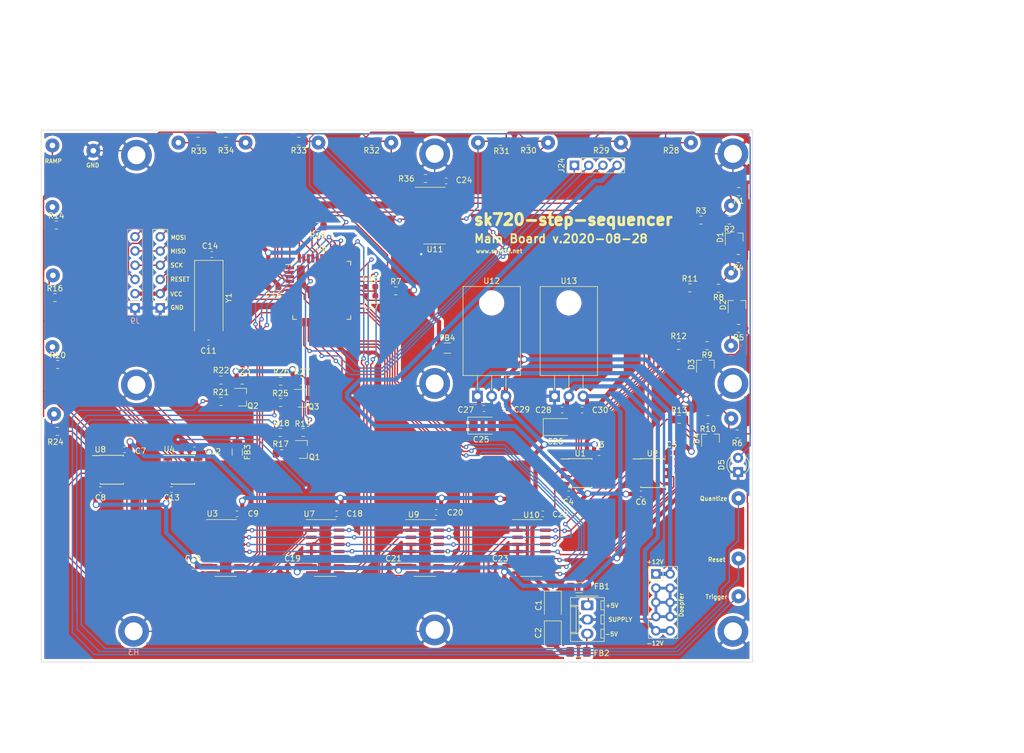
<source format=kicad_pcb>
(kicad_pcb (version 20171130) (host pcbnew "(5.1.5-0-10_14)")
  (layers (0 F.Cu signal) (31 B.Cu signal) (34 B.Paste user) (35 F.Paste user) (36 B.SilkS user hide) (37 F.SilkS user) (38 B.Mask user) (39 F.Mask user) (44 Edge.Cuts user))
  (net 0 "")
  (net 1 GND)
  (net 2 +5V)
  (net 3 -5V)
  (net 4 "Net-(C11-Pad1)")
  (net 5 "Net-(C14-Pad2)")
  (net 6 "Net-(C15-Pad1)")
  (net 7 "Net-(D1-Pad3)")
  (net 8 "Net-(D2-Pad3)")
  (net 9 "Net-(D3-Pad3)")
  (net 10 "Net-(D4-Pad3)")
  (net 11 "Net-(D5-Pad2)")
  (net 12 "Net-(FB1-Pad2)")
  (net 13 "Net-(FB2-Pad2)")
  (net 14 "Net-(J3-Pad1)")
  (net 15 "Net-(J4-Pad1)")
  (net 16 "Net-(J5-Pad1)")
  (net 17 "Net-(J6-Pad1)")
  (net 18 /ramp_in)
  (net 19 "Net-(J8-Pad1)")
  (net 20 /pixels)
  (net 21 /miso)
  (net 22 /sck)
  (net 23 "Net-(J10-Pad1)")
  (net 24 "Net-(J11-Pad1)")
  (net 25 "Net-(J12-Pad1)")
  (net 26 "Net-(J13-Pad1)")
  (net 27 "Net-(J14-Pad1)")
  (net 28 "Net-(J15-Pad1)")
  (net 29 /sync)
  (net 30 "Net-(Q1-Pad1)")
  (net 31 /trigger)
  (net 32 "Net-(Q2-Pad1)")
  (net 33 /reset)
  (net 34 "Net-(Q3-Pad1)")
  (net 35 "Net-(R3-Pad1)")
  (net 36 "Net-(R11-Pad1)")
  (net 37 "Net-(R12-Pad1)")
  (net 38 "Net-(R13-Pad1)")
  (net 39 "Net-(R14-Pad2)")
  (net 40 "Net-(R15-Pad2)")
  (net 41 "Net-(R16-Pad2)")
  (net 42 "Net-(R20-Pad2)")
  (net 43 "Net-(R24-Pad2)")
  (net 44 /input_3)
  (net 45 /input_2)
  (net 46 "Net-(U3-Pad3)")
  (net 47 /a_c)
  (net 48 /a_b)
  (net 49 /a_a)
  (net 50 /input_4)
  (net 51 /input_1)
  (net 52 "Net-(U4-Pad3)")
  (net 53 /mosi)
  (net 54 /button_latch)
  (net 55 /d_c)
  (net 56 /d_b)
  (net 57 /d_a)
  (net 58 /c_c)
  (net 59 /c_b)
  (net 60 /c_a)
  (net 61 /addr_3)
  (net 62 /addr_2)
  (net 63 /addr_1)
  (net 64 /b_c)
  (net 65 /b_b)
  (net 66 /b_a)
  (net 67 "Net-(U8-Pad5)")
  (net 68 "Net-(U10-Pad3)")
  (net 69 "Net-(J16-Pad1)")
  (net 70 "Net-(J17-Pad1)")
  (net 71 "Net-(J18-Pad1)")
  (net 72 "Net-(J19-Pad1)")
  (net 73 "Net-(J20-Pad1)")
  (net 74 "Net-(J21-Pad1)")
  (net 75 "Net-(J22-Pad1)")
  (net 76 "Net-(J23-Pad1)")
  (net 77 "Net-(R36-Pad2)")
  (net 78 AGND)
  (net 79 VCC)
  (net 80 +12V)
  (net 81 -12V)
  (net 82 /isp_reset)
  (module synkie_footprints:R_0805_2012Metric_Pad1.15x1.40mm_HandSolder (layer F.Cu) (at 155.9052 111.6584)
    (fp_text reference R13 (at 0 -1.65) (layer F.SilkS))
    (fp_text value 100)
    (pad 2 smd roundrect (at 1.025 0) (size 1.15 1.4) (layers F.Cu F.Paste F.Mask) (roundrect_rratio 0.217391) (net 10 "Net-(D4-Pad3)"))
    (pad 1 smd roundrect (at -1.025 0) (size 1.15 1.4) (layers F.Cu F.Paste F.Mask) (roundrect_rratio 0.217391) (net 38 "Net-(R13-Pad1)"))
  )
  (module synkie_footprints:R_0805_2012Metric_Pad1.15x1.40mm_HandSolder (layer F.Cu) (at 155.8036 98.4504)
    (fp_text reference R12 (at 0 -1.65) (layer F.SilkS))
    (fp_text value 100)
    (pad 2 smd roundrect (at 1.025 0) (size 1.15 1.4) (layers F.Cu F.Paste F.Mask) (roundrect_rratio 0.217391) (net 9 "Net-(D3-Pad3)"))
    (pad 1 smd roundrect (at -1.025 0) (size 1.15 1.4) (layers F.Cu F.Paste F.Mask) (roundrect_rratio 0.217391) (net 37 "Net-(R12-Pad1)"))
  )
  (module synkie_footprints:R_0805_2012Metric_Pad1.15x1.40mm_HandSolder (layer F.Cu) (at 157.8213 88.1888)
    (fp_text reference R11 (at 0 -1.65) (layer F.SilkS))
    (fp_text value 100)
    (pad 2 smd roundrect (at 1.025 0) (size 1.15 1.4) (layers F.Cu F.Paste F.Mask) (roundrect_rratio 0.217391) (net 8 "Net-(D2-Pad3)"))
    (pad 1 smd roundrect (at -1.025 0) (size 1.15 1.4) (layers F.Cu F.Paste F.Mask) (roundrect_rratio 0.217391) (net 36 "Net-(R11-Pad1)"))
  )
  (module synkie_footprints:R_0805_2012Metric_Pad1.15x1.40mm_HandSolder (layer F.Cu) (at 161.036 111.7092 180)
    (fp_text reference R10 (at 0 -1.65) (layer F.SilkS))
    (fp_text value 100)
    (pad 2 smd roundrect (at 1.025 0 180) (size 1.15 1.4) (layers F.Cu F.Paste F.Mask) (roundrect_rratio 0.217391) (net 17 "Net-(J6-Pad1)"))
    (pad 1 smd roundrect (at -1.025 0 180) (size 1.15 1.4) (layers F.Cu F.Paste F.Mask) (roundrect_rratio 0.217391) (net 10 "Net-(D4-Pad3)"))
  )
  (module synkie_footprints:R_0805_2012Metric_Pad1.15x1.40mm_HandSolder (layer F.Cu) (at 160.8836 98.5012 180)
    (fp_text reference R9 (at 0 -1.65) (layer F.SilkS))
    (fp_text value 100)
    (pad 2 smd roundrect (at 1.025 0 180) (size 1.15 1.4) (layers F.Cu F.Paste F.Mask) (roundrect_rratio 0.217391) (net 16 "Net-(J5-Pad1)"))
    (pad 1 smd roundrect (at -1.025 0 180) (size 1.15 1.4) (layers F.Cu F.Paste F.Mask) (roundrect_rratio 0.217391) (net 9 "Net-(D3-Pad3)"))
  )
  (module synkie_footprints:R_0805_2012Metric_Pad1.15x1.40mm_HandSolder (layer F.Cu) (at 162.9299 88.2396 180)
    (fp_text reference R8 (at 0 -1.65) (layer F.SilkS))
    (fp_text value 100)
    (pad 2 smd roundrect (at 1.025 0 180) (size 1.15 1.4) (layers F.Cu F.Paste F.Mask) (roundrect_rratio 0.217391) (net 15 "Net-(J4-Pad1)"))
    (pad 1 smd roundrect (at -1.025 0 180) (size 1.15 1.4) (layers F.Cu F.Paste F.Mask) (roundrect_rratio 0.217391) (net 8 "Net-(D2-Pad3)"))
  )
  (module synkie_footprints:R_0805_2012Metric_Pad1.15x1.40mm_HandSolder (layer F.Cu) (at 105.3195 88.7095)
    (fp_text reference R7 (at 0 -1.65) (layer F.SilkS))
    (fp_text value 47k)
    (pad 2 smd roundrect (at 1.025 0) (size 1.15 1.4) (layers F.Cu F.Paste F.Mask) (roundrect_rratio 0.217391) (net 79 VCC))
    (pad 1 smd roundrect (at -1.025 0) (size 1.15 1.4) (layers F.Cu F.Paste F.Mask) (roundrect_rratio 0.217391) (net 18 /ramp_in))
  )
  (module synkie_footprints:R_0805_2012Metric_Pad1.15x1.40mm_HandSolder (layer F.Cu) (at 166.2684 114.2492 180)
    (fp_text reference R6 (at 0 -1.65) (layer F.SilkS))
    (fp_text value 47k)
    (pad 2 smd roundrect (at 1.025 0 180) (size 1.15 1.4) (layers F.Cu F.Paste F.Mask) (roundrect_rratio 0.217391) (net 17 "Net-(J6-Pad1)"))
    (pad 1 smd roundrect (at -1.025 0 180) (size 1.15 1.4) (layers F.Cu F.Paste F.Mask) (roundrect_rratio 0.217391) (net 78 AGND))
  )
  (module synkie_footprints:R_0805_2012Metric_Pad1.15x1.40mm_HandSolder (layer F.Cu) (at 166.5224 95.4024 180)
    (fp_text reference R5 (at 0 -1.65) (layer F.SilkS))
    (fp_text value 47k)
    (pad 2 smd roundrect (at 1.025 0 180) (size 1.15 1.4) (layers F.Cu F.Paste F.Mask) (roundrect_rratio 0.217391) (net 16 "Net-(J5-Pad1)"))
    (pad 1 smd roundrect (at -1.025 0 180) (size 1.15 1.4) (layers F.Cu F.Paste F.Mask) (roundrect_rratio 0.217391) (net 78 AGND))
  )
  (module synkie_footprints:R_0805_2012Metric_Pad1.15x1.40mm_HandSolder (layer F.Cu) (at 166.47 82.931 180)
    (fp_text reference R4 (at 0 -1.65) (layer F.SilkS))
    (fp_text value 47k)
    (pad 2 smd roundrect (at 1.025 0 180) (size 1.15 1.4) (layers F.Cu F.Paste F.Mask) (roundrect_rratio 0.217391) (net 15 "Net-(J4-Pad1)"))
    (pad 1 smd roundrect (at -1.025 0 180) (size 1.15 1.4) (layers F.Cu F.Paste F.Mask) (roundrect_rratio 0.217391) (net 78 AGND))
  )
  (module synkie_footprints:R_0805_2012Metric_Pad1.15x1.40mm_HandSolder (layer F.Cu) (at 159.7898 76.073)
    (fp_text reference R3 (at 0 -1.65) (layer F.SilkS))
    (fp_text value 100)
    (pad 2 smd roundrect (at 1.025 0) (size 1.15 1.4) (layers F.Cu F.Paste F.Mask) (roundrect_rratio 0.217391) (net 7 "Net-(D1-Pad3)"))
    (pad 1 smd roundrect (at -1.025 0) (size 1.15 1.4) (layers F.Cu F.Paste F.Mask) (roundrect_rratio 0.217391) (net 35 "Net-(R3-Pad1)"))
  )
  (module synkie_footprints:R_0805_2012Metric_Pad1.15x1.40mm_HandSolder (layer F.Cu) (at 164.8698 76.073 180)
    (fp_text reference R2 (at 0 -1.65) (layer F.SilkS))
    (fp_text value 100)
    (pad 2 smd roundrect (at 1.025 0 180) (size 1.15 1.4) (layers F.Cu F.Paste F.Mask) (roundrect_rratio 0.217391) (net 14 "Net-(J3-Pad1)"))
    (pad 1 smd roundrect (at -1.025 0 180) (size 1.15 1.4) (layers F.Cu F.Paste F.Mask) (roundrect_rratio 0.217391) (net 7 "Net-(D1-Pad3)"))
  )
  (module synkie_footprints:R_0805_2012Metric_Pad1.15x1.40mm_HandSolder (layer F.Cu) (at 166.5335 70.993 180)
    (fp_text reference R1 (at 0 -1.65) (layer F.SilkS))
    (fp_text value 47k)
    (pad 2 smd roundrect (at 1.025 0 180) (size 1.15 1.4) (layers F.Cu F.Paste F.Mask) (roundrect_rratio 0.217391) (net 14 "Net-(J3-Pad1)"))
    (pad 1 smd roundrect (at -1.025 0 180) (size 1.15 1.4) (layers F.Cu F.Paste F.Mask) (roundrect_rratio 0.217391) (net 78 AGND))
  )
  (module Connector_PinHeader_2.54mm:PinHeader_1x04_P2.54mm_Vertical (layer F.Cu) (at 137.21 66.3 90)
    (fp_text reference J24 (at 0 -2.33 90) (layer F.SilkS))
    (fp_text value Conn_01x04)
    (pad 4 thru_hole oval (at 0 7.62 90) (size 1.7 1.7) (drill 1) (layers *.Cu *.Mask) (net 3 -5V))
    (pad 3 thru_hole oval (at 0 5.08 90) (size 1.7 1.7) (drill 1) (layers *.Cu *.Mask) (net 61 /addr_3))
    (pad 2 thru_hole oval (at 0 2.54 90) (size 1.7 1.7) (drill 1) (layers *.Cu *.Mask) (net 62 /addr_2))
    (pad 1 thru_hole rect (at 0 0 90) (size 1.7 1.7) (drill 1) (layers *.Cu *.Mask) (net 63 /addr_1))
  )
  (module Package_TO_SOT_THT:TO-220-3_Horizontal_TabDown (layer F.Cu) (at 133.668 107.522)
    (fp_text reference U13 (at 2.54 -20.58) (layer F.SilkS))
    (fp_text value L7905)
    (pad 3 thru_hole oval (at 5.08 0) (size 1.905 2) (drill 1.1) (layers *.Cu *.Mask) (net 3 -5V))
    (pad 2 thru_hole oval (at 2.54 0) (size 1.905 2) (drill 1.1) (layers *.Cu *.Mask) (net 81 -12V))
    (pad 1 thru_hole rect (at 0 0) (size 1.905 2) (drill 1.1) (layers *.Cu *.Mask) (net 1 GND))
    (pad "" np_thru_hole oval (at 2.54 -16.66) (size 3.5 3.5) (drill 3.5) (layers *.Cu *.Mask))
  )
  (module Package_TO_SOT_THT:TO-220-3_Horizontal_TabDown (layer F.Cu) (at 119.888 107.522)
    (fp_text reference U12 (at 2.54 -20.58) (layer F.SilkS))
    (fp_text value L7805)
    (pad 3 thru_hole oval (at 5.08 0) (size 1.905 2) (drill 1.1) (layers *.Cu *.Mask) (net 2 +5V))
    (pad 2 thru_hole oval (at 2.54 0) (size 1.905 2) (drill 1.1) (layers *.Cu *.Mask) (net 1 GND))
    (pad 1 thru_hole rect (at 0 0) (size 1.905 2) (drill 1.1) (layers *.Cu *.Mask) (net 80 +12V))
    (pad "" np_thru_hole oval (at 2.54 -16.66) (size 3.5 3.5) (drill 3.5) (layers *.Cu *.Mask))
  )
  (module Connector_PinHeader_2.54mm:PinHeader_2x05_P2.54mm_Vertical (layer F.Cu) (at 151.75 139.25)
    (fp_text reference J25 hide)
    (fp_text value Doepfer)
    (pad 10 thru_hole oval (at 2.54 10.16) (size 1.7 1.7) (drill 1) (layers *.Cu *.Mask) (net 81 -12V))
    (pad 9 thru_hole oval (at 0 10.16) (size 1.7 1.7) (drill 1) (layers *.Cu *.Mask) (net 81 -12V))
    (pad 8 thru_hole oval (at 2.54 7.62) (size 1.7 1.7) (drill 1) (layers *.Cu *.Mask) (net 1 GND))
    (pad 7 thru_hole oval (at 0 7.62) (size 1.7 1.7) (drill 1) (layers *.Cu *.Mask) (net 1 GND))
    (pad 6 thru_hole oval (at 2.54 5.08) (size 1.7 1.7) (drill 1) (layers *.Cu *.Mask) (net 1 GND))
    (pad 5 thru_hole oval (at 0 5.08) (size 1.7 1.7) (drill 1) (layers *.Cu *.Mask) (net 1 GND))
    (pad 4 thru_hole oval (at 2.54 2.54) (size 1.7 1.7) (drill 1) (layers *.Cu *.Mask) (net 1 GND))
    (pad 3 thru_hole oval (at 0 2.54) (size 1.7 1.7) (drill 1) (layers *.Cu *.Mask) (net 1 GND))
    (pad 2 thru_hole oval (at 2.54 0) (size 1.7 1.7) (drill 1) (layers *.Cu *.Mask) (net 80 +12V))
    (pad 1 thru_hole rect (at 0 0) (size 1.7 1.7) (drill 1) (layers *.Cu *.Mask) (net 80 +12V))
  )
  (module Inductor_SMD:L_1206_3216Metric_Pad1.42x1.75mm_HandSolder (layer F.Cu) (at 114.5175 98.933)
    (fp_text reference FB4 (at 0 -1.82) (layer F.SilkS))
    (fp_text value Ferrite_Bead)
    (pad 2 smd roundrect (at 1.4875 0) (size 1.425 1.75) (layers F.Cu F.Paste F.Mask) (roundrect_rratio 0.175439) (net 2 +5V))
    (pad 1 smd roundrect (at -1.4875 0) (size 1.425 1.75) (layers F.Cu F.Paste F.Mask) (roundrect_rratio 0.175439) (net 79 VCC))
  )
  (module Inductor_SMD:L_1206_3216Metric_Pad1.42x1.75mm_HandSolder (layer F.Cu) (at 77 117.5125 270)
    (fp_text reference FB3 (at 0 -1.82 90) (layer F.SilkS))
    (fp_text value Ferrite_Bead)
    (pad 2 smd roundrect (at 1.4875 0 270) (size 1.425 1.75) (layers F.Cu F.Paste F.Mask) (roundrect_rratio 0.175439) (net 78 AGND))
    (pad 1 smd roundrect (at -1.4875 0 270) (size 1.425 1.75) (layers F.Cu F.Paste F.Mask) (roundrect_rratio 0.175439) (net 1 GND))
  )
  (module synkie_footprints:C_0603_1608Metric_Pad1.05x0.95mm_HandSolder (layer F.Cu) (at 138.571 109.982)
    (fp_text reference C30 (at 3.229 0.018) (layer F.SilkS))
    (fp_text value C)
    (pad 2 smd roundrect (at 0.875 0) (size 1.05 0.95) (layers F.Cu F.Paste F.Mask) (net 3 -5V))
    (pad 1 smd roundrect (at -0.875 0) (size 1.05 0.95) (layers F.Cu F.Paste F.Mask) (net 1 GND))
  )
  (module synkie_footprints:C_0603_1608Metric_Pad1.05x0.95mm_HandSolder (layer F.Cu) (at 124.573 109.728 180)
    (fp_text reference C29 (at -3.227 -0.172) (layer F.SilkS))
    (fp_text value C)
    (pad 2 smd roundrect (at 0.875 0 180) (size 1.05 0.95) (layers F.Cu F.Paste F.Mask) (net 1 GND))
    (pad 1 smd roundrect (at -0.875 0 180) (size 1.05 0.95) (layers F.Cu F.Paste F.Mask) (net 2 +5V))
  )
  (module synkie_footprints:C_0603_1608Metric_Pad1.05x0.95mm_HandSolder (layer F.Cu) (at 135.015 109.982)
    (fp_text reference C28 (at -3.365 0.018) (layer F.SilkS))
    (fp_text value C)
    (pad 2 smd roundrect (at 0.875 0) (size 1.05 0.95) (layers F.Cu F.Paste F.Mask) (net 81 -12V))
    (pad 1 smd roundrect (at -0.875 0) (size 1.05 0.95) (layers F.Cu F.Paste F.Mask) (net 1 GND))
  )
  (module synkie_footprints:C_0603_1608Metric_Pad1.05x0.95mm_HandSolder (layer F.Cu) (at 121.045 109.728)
    (fp_text reference C27 (at -3.245 0.222) (layer F.SilkS))
    (fp_text value C)
    (pad 2 smd roundrect (at 0.875 0) (size 1.05 0.95) (layers F.Cu F.Paste F.Mask) (net 1 GND))
    (pad 1 smd roundrect (at -0.875 0) (size 1.05 0.95) (layers F.Cu F.Paste F.Mask) (net 80 +12V))
  )
  (module synkie_footprints:CP_EIA-3528-21_Kemet-B_Pad1.50x2.35mm_HandSolder (layer F.Cu) (at 134.265 113.03)
    (fp_text reference C26 (at -0.465 2.57) (layer F.SilkS))
    (fp_text value CP)
    (pad 2 smd roundrect (at 1.625 0) (size 1.5 2.35) (layers F.Cu F.Paste F.Mask) (roundrect_rratio 0.166667) (net 81 -12V))
    (pad 1 smd roundrect (at -1.625 0) (size 1.5 2.35) (layers F.Cu F.Paste F.Mask) (roundrect_rratio 0.166667) (net 1 GND))
  )
  (module synkie_footprints:CP_EIA-3528-21_Kemet-B_Pad1.50x2.35mm_HandSolder (layer F.Cu) (at 120.803 112.776)
    (fp_text reference C25 (at -0.253 2.474) (layer F.SilkS))
    (fp_text value CP)
    (pad 2 smd roundrect (at 1.625 0) (size 1.5 2.35) (layers F.Cu F.Paste F.Mask) (roundrect_rratio 0.166667) (net 1 GND))
    (pad 1 smd roundrect (at -1.625 0) (size 1.5 2.35) (layers F.Cu F.Paste F.Mask) (roundrect_rratio 0.166667) (net 80 +12V))
  )
  (module MountingHole:MountingHole_3.2mm_M3_ISO14580_Pad (layer F.Cu) (at 165.5 64.25)
    (fp_text reference H9 hide)
    (fp_text value MountingHole_Pad)
    (pad 1 thru_hole circle (at 0 0) (size 5.5 5.5) (drill 3.2) (layers *.Cu *.Mask) (net 1 GND))
  )
  (module MountingHole:MountingHole_3.2mm_M3_ISO14580_Pad (layer F.Cu) (at 165.5 105.25)
    (fp_text reference H8 hide)
    (fp_text value MountingHole_Pad)
    (pad 1 thru_hole circle (at 0 0) (size 5.5 5.5) (drill 3.2) (layers *.Cu *.Mask) (net 1 GND))
  )
  (module MountingHole:MountingHole_3.2mm_M3_ISO14580_Pad (layer F.Cu) (at 165.5 149.5)
    (fp_text reference H7 hide)
    (fp_text value MountingHole_Pad)
    (pad 1 thru_hole circle (at 0 0) (size 5.5 5.5) (drill 3.2) (layers *.Cu *.Mask) (net 1 GND))
  )
  (module MountingHole:MountingHole_3.2mm_M3_ISO14580_Pad (layer F.Cu) (at 112.25 64.25)
    (fp_text reference H6 hide)
    (fp_text value MountingHole_Pad)
    (pad 1 thru_hole circle (at 0 0) (size 5.5 5.5) (drill 3.2) (layers *.Cu *.Mask) (net 1 GND))
  )
  (module MountingHole:MountingHole_3.2mm_M3_ISO14580_Pad (layer F.Cu) (at 112.25 105.25)
    (fp_text reference H5 hide)
    (fp_text value MountingHole_Pad)
    (pad 1 thru_hole circle (at 0 0) (size 5.5 5.5) (drill 3.2) (layers *.Cu *.Mask) (net 1 GND))
  )
  (module MountingHole:MountingHole_3.2mm_M3_ISO14580_Pad (layer F.Cu) (at 112.25 149.25)
    (fp_text reference H4 hide)
    (fp_text value MountingHole_Pad)
    (pad 1 thru_hole circle (at 0 0) (size 5.5 5.5) (drill 3.2) (layers *.Cu *.Mask) (net 1 GND))
  )
  (module MountingHole:MountingHole_3.2mm_M3_ISO14580_Pad (layer B.Cu) (at 58.5 149.5)
    (fp_text reference H3 (at 0 3.75) (layer B.SilkS) (effects (justify mirror)))
    (fp_text value MountingHole_Pad)
    (pad 1 thru_hole circle (at 0 0) (size 5.5 5.5) (drill 3.2) (layers *.Cu *.Mask) (net 1 GND))
  )
  (module MountingHole:MountingHole_3.2mm_M3_ISO14580_Pad (layer F.Cu) (at 59 105.5)
    (fp_text reference H2 hide)
    (fp_text value MountingHole_Pad)
    (pad 1 thru_hole circle (at 0 0) (size 5.5 5.5) (drill 3.2) (layers *.Cu *.Mask) (net 1 GND))
  )
  (module MountingHole:MountingHole_3.2mm_M3_ISO14580_Pad (layer F.Cu) (at 59 64.5)
    (fp_text reference H1 hide)
    (fp_text value MountingHole_Pad)
    (pad 1 thru_hole circle (at 0 0) (size 5.5 5.5) (drill 3.2) (layers *.Cu *.Mask) (net 1 GND))
  )
  (module synkie_footprints:SOIC-16_3.9x9.9mm_P1.27mm (layer F.Cu) (at 112.222 75.278)
    (fp_text reference U11 (at 0.078 6.022) (layer F.SilkS))
    (fp_text value MAX4051)
    (pad 1 smd roundrect (at -2.475 -4.445) (size 1.95 0.6) (layers F.Cu F.Paste F.Mask) (net 73 "Net-(J20-Pad1)"))
    (pad 2 smd roundrect (at -2.475 -3.175) (size 1.95 0.6) (layers F.Cu F.Paste F.Mask) (net 75 "Net-(J22-Pad1)"))
    (pad 3 smd roundrect (at -2.475 -1.905) (size 1.95 0.6) (layers F.Cu F.Paste F.Mask) (net 77 "Net-(R36-Pad2)"))
    (pad 4 smd roundrect (at -2.475 -0.635) (size 1.95 0.6) (layers F.Cu F.Paste F.Mask) (net 76 "Net-(J23-Pad1)"))
    (pad 5 smd roundrect (at -2.475 0.635) (size 1.95 0.6) (layers F.Cu F.Paste F.Mask) (net 74 "Net-(J21-Pad1)"))
    (pad 6 smd roundrect (at -2.475 1.905) (size 1.95 0.6) (layers F.Cu F.Paste F.Mask) (net 1 GND))
    (pad 7 smd roundrect (at -2.475 3.175) (size 1.95 0.6) (layers F.Cu F.Paste F.Mask) (net 1 GND))
    (pad 8 smd roundrect (at -2.475 4.445) (size 1.95 0.6) (layers F.Cu F.Paste F.Mask) (net 1 GND))
    (pad 9 smd roundrect (at 2.475 4.445) (size 1.95 0.6) (layers F.Cu F.Paste F.Mask) (net 61 /addr_3))
    (pad 10 smd roundrect (at 2.475 3.175) (size 1.95 0.6) (layers F.Cu F.Paste F.Mask) (net 62 /addr_2))
    (pad 11 smd roundrect (at 2.475 1.905) (size 1.95 0.6) (layers F.Cu F.Paste F.Mask) (net 63 /addr_1))
    (pad 12 smd roundrect (at 2.475 0.635) (size 1.95 0.6) (layers F.Cu F.Paste F.Mask) (net 72 "Net-(J19-Pad1)"))
    (pad 13 smd roundrect (at 2.475 -0.635) (size 1.95 0.6) (layers F.Cu F.Paste F.Mask) (net 69 "Net-(J16-Pad1)"))
    (pad 14 smd roundrect (at 2.475 -1.905) (size 1.95 0.6) (layers F.Cu F.Paste F.Mask) (net 70 "Net-(J17-Pad1)"))
    (pad 15 smd roundrect (at 2.475 -3.175) (size 1.95 0.6) (layers F.Cu F.Paste F.Mask) (net 71 "Net-(J18-Pad1)"))
    (pad 16 smd roundrect (at 2.475 -4.445) (size 1.95 0.6) (layers F.Cu F.Paste F.Mask) (net 79 VCC))
  )
  (module synkie_footprints:R_0805_2012Metric_Pad1.15x1.40mm_HandSolder (layer F.Cu) (at 110.608 68.6435 180)
    (fp_text reference R36 (at 3.408 -0.0565) (layer F.SilkS))
    (fp_text value 1k8)
    (pad 2 smd roundrect (at 1.025 0 180) (size 1.15 1.4) (layers F.Cu F.Paste F.Mask) (roundrect_rratio 0.217391) (net 77 "Net-(R36-Pad2)"))
    (pad 1 smd roundrect (at -1.025 0 180) (size 1.15 1.4) (layers F.Cu F.Paste F.Mask) (roundrect_rratio 0.217391) (net 79 VCC))
  )
  (module synkie_footprints:R_0805_2012Metric_Pad1.15x1.40mm_HandSolder (layer F.Cu) (at 70 62)
    (fp_text reference R35 (at 0.15 1.75) (layer F.SilkS))
    (fp_text value 300)
    (pad 2 smd roundrect (at 1.025 0) (size 1.15 1.4) (layers F.Cu F.Paste F.Mask) (roundrect_rratio 0.217391) (net 1 GND))
    (pad 1 smd roundrect (at -1.025 0) (size 1.15 1.4) (layers F.Cu F.Paste F.Mask) (roundrect_rratio 0.217391) (net 76 "Net-(J23-Pad1)"))
  )
  (module synkie_footprints:R_0805_2012Metric_Pad1.15x1.40mm_HandSolder (layer F.Cu) (at 75 62 180)
    (fp_text reference R34 (at 0 -1.65) (layer F.SilkS))
    (fp_text value 300)
    (pad 2 smd roundrect (at 1.025 0 180) (size 1.15 1.4) (layers F.Cu F.Paste F.Mask) (roundrect_rratio 0.217391) (net 1 GND))
    (pad 1 smd roundrect (at -1.025 0 180) (size 1.15 1.4) (layers F.Cu F.Paste F.Mask) (roundrect_rratio 0.217391) (net 75 "Net-(J22-Pad1)"))
  )
  (module synkie_footprints:R_0805_2012Metric_Pad1.15x1.40mm_HandSolder (layer F.Cu) (at 88 62 180)
    (fp_text reference R33 (at 0 -1.65) (layer F.SilkS))
    (fp_text value 300)
    (pad 2 smd roundrect (at 1.025 0 180) (size 1.15 1.4) (layers F.Cu F.Paste F.Mask) (roundrect_rratio 0.217391) (net 1 GND))
    (pad 1 smd roundrect (at -1.025 0 180) (size 1.15 1.4) (layers F.Cu F.Paste F.Mask) (roundrect_rratio 0.217391) (net 74 "Net-(J21-Pad1)"))
  )
  (module synkie_footprints:R_0805_2012Metric_Pad1.15x1.40mm_HandSolder (layer F.Cu) (at 101 62 180)
    (fp_text reference R32 (at 0 -1.65) (layer F.SilkS))
    (fp_text value 300)
    (pad 2 smd roundrect (at 1.025 0 180) (size 1.15 1.4) (layers F.Cu F.Paste F.Mask) (roundrect_rratio 0.217391) (net 1 GND))
    (pad 1 smd roundrect (at -1.025 0 180) (size 1.15 1.4) (layers F.Cu F.Paste F.Mask) (roundrect_rratio 0.217391) (net 73 "Net-(J20-Pad1)"))
  )
  (module synkie_footprints:R_0805_2012Metric_Pad1.15x1.40mm_HandSolder (layer F.Cu) (at 124 62)
    (fp_text reference R31 (at 0.2 1.75) (layer F.SilkS))
    (fp_text value 300)
    (pad 2 smd roundrect (at 1.025 0) (size 1.15 1.4) (layers F.Cu F.Paste F.Mask) (roundrect_rratio 0.217391) (net 1 GND))
    (pad 1 smd roundrect (at -1.025 0) (size 1.15 1.4) (layers F.Cu F.Paste F.Mask) (roundrect_rratio 0.217391) (net 72 "Net-(J19-Pad1)"))
  )
  (module synkie_footprints:R_0805_2012Metric_Pad1.15x1.40mm_HandSolder (layer F.Cu) (at 129 62 180)
    (fp_text reference R30 (at 0 -1.65) (layer F.SilkS))
    (fp_text value 300)
    (pad 2 smd roundrect (at 1.025 0 180) (size 1.15 1.4) (layers F.Cu F.Paste F.Mask) (roundrect_rratio 0.217391) (net 1 GND))
    (pad 1 smd roundrect (at -1.025 0 180) (size 1.15 1.4) (layers F.Cu F.Paste F.Mask) (roundrect_rratio 0.217391) (net 71 "Net-(J18-Pad1)"))
  )
  (module synkie_footprints:R_0805_2012Metric_Pad1.15x1.40mm_HandSolder (layer F.Cu) (at 142 62 180)
    (fp_text reference R29 (at 0 -1.65) (layer F.SilkS))
    (fp_text value 300)
    (pad 2 smd roundrect (at 1.025 0 180) (size 1.15 1.4) (layers F.Cu F.Paste F.Mask) (roundrect_rratio 0.217391) (net 1 GND))
    (pad 1 smd roundrect (at -1.025 0 180) (size 1.15 1.4) (layers F.Cu F.Paste F.Mask) (roundrect_rratio 0.217391) (net 70 "Net-(J17-Pad1)"))
  )
  (module synkie_footprints:R_0805_2012Metric_Pad1.15x1.40mm_HandSolder (layer F.Cu) (at 154.475 62 180)
    (fp_text reference R28 (at 0 -1.65) (layer F.SilkS))
    (fp_text value 300)
    (pad 2 smd roundrect (at 1.025 0 180) (size 1.15 1.4) (layers F.Cu F.Paste F.Mask) (roundrect_rratio 0.217391) (net 1 GND))
    (pad 1 smd roundrect (at -1.025 0 180) (size 1.15 1.4) (layers F.Cu F.Paste F.Mask) (roundrect_rratio 0.217391) (net 69 "Net-(J16-Pad1)"))
  )
  (module synkie_footprints:Solderpad_1mm (layer F.Cu) (at 67 62.5)
    (fp_text reference J23 hide)
    (fp_text value TRIG)
    (pad 1 thru_hole circle (at -0.508 -0.254) (size 2.5 2.5) (drill 1) (layers *.Cu *.Mask) (net 76 "Net-(J23-Pad1)"))
  )
  (module synkie_footprints:Solderpad_1mm (layer F.Cu) (at 79 62.5)
    (fp_text reference J22 hide)
    (fp_text value TRIG)
    (pad 1 thru_hole circle (at -0.508 -0.254) (size 2.5 2.5) (drill 1) (layers *.Cu *.Mask) (net 75 "Net-(J22-Pad1)"))
  )
  (module synkie_footprints:Solderpad_1mm (layer F.Cu) (at 92 62.5)
    (fp_text reference J21 hide)
    (fp_text value TRIG)
    (pad 1 thru_hole circle (at -0.508 -0.254) (size 2.5 2.5) (drill 1) (layers *.Cu *.Mask) (net 74 "Net-(J21-Pad1)"))
  )
  (module synkie_footprints:Solderpad_1mm (layer F.Cu) (at 105 62.5)
    (fp_text reference J20 hide)
    (fp_text value TRIG)
    (pad 1 thru_hole circle (at -0.508 -0.254) (size 2.5 2.5) (drill 1) (layers *.Cu *.Mask) (net 73 "Net-(J20-Pad1)"))
  )
  (module synkie_footprints:Solderpad_1mm (layer F.Cu) (at 120.5 62.5)
    (fp_text reference J19 hide)
    (fp_text value TRIG)
    (pad 1 thru_hole circle (at -0.508 -0.254) (size 2.5 2.5) (drill 1) (layers *.Cu *.Mask) (net 72 "Net-(J19-Pad1)"))
  )
  (module synkie_footprints:Solderpad_1mm (layer F.Cu) (at 133 62.5)
    (fp_text reference J18 hide)
    (fp_text value TRIG)
    (pad 1 thru_hole circle (at -0.508 -0.254) (size 2.5 2.5) (drill 1) (layers *.Cu *.Mask) (net 71 "Net-(J18-Pad1)"))
  )
  (module synkie_footprints:Solderpad_1mm (layer F.Cu) (at 146 62.5)
    (fp_text reference J17 hide)
    (fp_text value TRIG)
    (pad 1 thru_hole circle (at -0.508 -0.254) (size 2.5 2.5) (drill 1) (layers *.Cu *.Mask) (net 70 "Net-(J17-Pad1)"))
  )
  (module synkie_footprints:Solderpad_1mm (layer F.Cu) (at 158.5 62.5)
    (fp_text reference J16 hide)
    (fp_text value TRIG)
    (pad 1 thru_hole circle (at -0.508 -0.254) (size 2.5 2.5) (drill 1) (layers *.Cu *.Mask) (net 69 "Net-(J16-Pad1)"))
  )
  (module synkie_footprints:C_0603_1608Metric_Pad1.05x0.95mm_HandSolder (layer F.Cu) (at 114.3 69.088)
    (fp_text reference C24 (at 3.2 -0.138) (layer F.SilkS))
    (fp_text value C)
    (pad 2 smd roundrect (at 0.875 0) (size 1.05 0.95) (layers F.Cu F.Paste F.Mask) (net 1 GND))
    (pad 1 smd roundrect (at -0.875 0) (size 1.05 0.95) (layers F.Cu F.Paste F.Mask) (net 79 VCC))
  )
  (module synkie_footprints:Crystal_SMD_HC49-SD (layer F.Cu) (at 71.926 89.9665 270)
    (fp_text reference Y1 (at 0 -3.55 90) (layer F.SilkS))
    (fp_text value Crystal)
    (pad 2 smd rect (at 4.25 0 270) (size 4.5 2) (layers F.Cu F.Paste F.Mask) (net 4 "Net-(C11-Pad1)"))
    (pad 1 smd rect (at -4.25 0 270) (size 4.5 2) (layers F.Cu F.Paste F.Mask) (net 5 "Net-(C14-Pad2)"))
  )
  (module synkie_footprints:SOIC-16_3.9x9.9mm_P1.27mm (layer F.Cu) (at 129.54 134.62)
    (fp_text reference U10 (at 0 -5.9) (layer F.SilkS))
    (fp_text value MAX4051)
    (pad 1 smd roundrect (at -2.475 -4.445) (size 1.95 0.6) (layers F.Cu F.Paste F.Mask) (net 78 AGND))
    (pad 2 smd roundrect (at -2.475 -3.175) (size 1.95 0.6) (layers F.Cu F.Paste F.Mask) (net 78 AGND))
    (pad 3 smd roundrect (at -2.475 -1.905) (size 1.95 0.6) (layers F.Cu F.Paste F.Mask) (net 68 "Net-(U10-Pad3)"))
    (pad 4 smd roundrect (at -2.475 -0.635) (size 1.95 0.6) (layers F.Cu F.Paste F.Mask) (net 78 AGND))
    (pad 5 smd roundrect (at -2.475 0.635) (size 1.95 0.6) (layers F.Cu F.Paste F.Mask) (net 78 AGND))
    (pad 6 smd roundrect (at -2.475 1.905) (size 1.95 0.6) (layers F.Cu F.Paste F.Mask) (net 78 AGND))
    (pad 7 smd roundrect (at -2.475 3.175) (size 1.95 0.6) (layers F.Cu F.Paste F.Mask) (net 3 -5V))
    (pad 8 smd roundrect (at -2.475 4.445) (size 1.95 0.6) (layers F.Cu F.Paste F.Mask) (net 78 AGND))
    (pad 9 smd roundrect (at 2.475 4.445) (size 1.95 0.6) (layers F.Cu F.Paste F.Mask) (net 55 /d_c))
    (pad 10 smd roundrect (at 2.475 3.175) (size 1.95 0.6) (layers F.Cu F.Paste F.Mask) (net 56 /d_b))
    (pad 11 smd roundrect (at 2.475 1.905) (size 1.95 0.6) (layers F.Cu F.Paste F.Mask) (net 57 /d_a))
    (pad 12 smd roundrect (at 2.475 0.635) (size 1.95 0.6) (layers F.Cu F.Paste F.Mask) (net 50 /input_4))
    (pad 13 smd roundrect (at 2.475 -0.635) (size 1.95 0.6) (layers F.Cu F.Paste F.Mask) (net 51 /input_1))
    (pad 14 smd roundrect (at 2.475 -1.905) (size 1.95 0.6) (layers F.Cu F.Paste F.Mask) (net 45 /input_2))
    (pad 15 smd roundrect (at 2.475 -3.175) (size 1.95 0.6) (layers F.Cu F.Paste F.Mask) (net 44 /input_3))
    (pad 16 smd roundrect (at 2.475 -4.445) (size 1.95 0.6) (layers F.Cu F.Paste F.Mask) (net 2 +5V))
  )
  (module synkie_footprints:SOIC-16_3.9x9.9mm_P1.27mm (layer F.Cu) (at 110.49 134.62)
    (fp_text reference U9 (at -1.99 -5.97) (layer F.SilkS))
    (fp_text value MAX4051)
    (pad 1 smd roundrect (at -2.475 -4.445) (size 1.95 0.6) (layers F.Cu F.Paste F.Mask) (net 78 AGND))
    (pad 2 smd roundrect (at -2.475 -3.175) (size 1.95 0.6) (layers F.Cu F.Paste F.Mask) (net 78 AGND))
    (pad 3 smd roundrect (at -2.475 -1.905) (size 1.95 0.6) (layers F.Cu F.Paste F.Mask) (net 67 "Net-(U8-Pad5)"))
    (pad 4 smd roundrect (at -2.475 -0.635) (size 1.95 0.6) (layers F.Cu F.Paste F.Mask) (net 78 AGND))
    (pad 5 smd roundrect (at -2.475 0.635) (size 1.95 0.6) (layers F.Cu F.Paste F.Mask) (net 78 AGND))
    (pad 6 smd roundrect (at -2.475 1.905) (size 1.95 0.6) (layers F.Cu F.Paste F.Mask) (net 78 AGND))
    (pad 7 smd roundrect (at -2.475 3.175) (size 1.95 0.6) (layers F.Cu F.Paste F.Mask) (net 3 -5V))
    (pad 8 smd roundrect (at -2.475 4.445) (size 1.95 0.6) (layers F.Cu F.Paste F.Mask) (net 78 AGND))
    (pad 9 smd roundrect (at 2.475 4.445) (size 1.95 0.6) (layers F.Cu F.Paste F.Mask) (net 58 /c_c))
    (pad 10 smd roundrect (at 2.475 3.175) (size 1.95 0.6) (layers F.Cu F.Paste F.Mask) (net 59 /c_b))
    (pad 11 smd roundrect (at 2.475 1.905) (size 1.95 0.6) (layers F.Cu F.Paste F.Mask) (net 60 /c_a))
    (pad 12 smd roundrect (at 2.475 0.635) (size 1.95 0.6) (layers F.Cu F.Paste F.Mask) (net 50 /input_4))
    (pad 13 smd roundrect (at 2.475 -0.635) (size 1.95 0.6) (layers F.Cu F.Paste F.Mask) (net 51 /input_1))
    (pad 14 smd roundrect (at 2.475 -1.905) (size 1.95 0.6) (layers F.Cu F.Paste F.Mask) (net 45 /input_2))
    (pad 15 smd roundrect (at 2.475 -3.175) (size 1.95 0.6) (layers F.Cu F.Paste F.Mask) (net 44 /input_3))
    (pad 16 smd roundrect (at 2.475 -4.445) (size 1.95 0.6) (layers F.Cu F.Paste F.Mask) (net 2 +5V))
  )
  (module synkie_footprints:SOIC-8_3.9x4.9mm_P1.27mm (layer F.Cu) (at 54.61 120.65)
    (fp_text reference U8 (at -2.06 -3.6) (layer F.SilkS))
    (fp_text value MAX4392)
    (pad 8 smd rect (at 2.7 -1.905) (size 1.55 0.6) (layers F.Cu F.Paste F.Mask) (net 2 +5V))
    (pad 7 smd rect (at 2.7 -0.635) (size 1.55 0.6) (layers F.Cu F.Paste F.Mask) (net 42 "Net-(R20-Pad2)"))
    (pad 6 smd rect (at 2.7 0.635) (size 1.55 0.6) (layers F.Cu F.Paste F.Mask) (net 42 "Net-(R20-Pad2)"))
    (pad 5 smd rect (at 2.7 1.905) (size 1.55 0.6) (layers F.Cu F.Paste F.Mask) (net 67 "Net-(U8-Pad5)"))
    (pad 4 smd rect (at -2.7 1.905) (size 1.55 0.6) (layers F.Cu F.Paste F.Mask) (net 3 -5V))
    (pad 3 smd rect (at -2.7 0.635) (size 1.55 0.6) (layers F.Cu F.Paste F.Mask) (net 68 "Net-(U10-Pad3)"))
    (pad 2 smd rect (at -2.7 -0.635) (size 1.55 0.6) (layers F.Cu F.Paste F.Mask) (net 43 "Net-(R24-Pad2)"))
    (pad 1 smd rect (at -2.7 -1.905) (size 1.55 0.6) (layers F.Cu F.Paste F.Mask) (net 43 "Net-(R24-Pad2)"))
  )
  (module synkie_footprints:SOIC-16_3.9x9.9mm_P1.27mm (layer F.Cu) (at 92.71 134.62)
    (fp_text reference U7 (at -2.86 -6.07) (layer F.SilkS))
    (fp_text value MAX4051)
    (pad 1 smd roundrect (at -2.475 -4.445) (size 1.95 0.6) (layers F.Cu F.Paste F.Mask) (net 78 AGND))
    (pad 2 smd roundrect (at -2.475 -3.175) (size 1.95 0.6) (layers F.Cu F.Paste F.Mask) (net 78 AGND))
    (pad 3 smd roundrect (at -2.475 -1.905) (size 1.95 0.6) (layers F.Cu F.Paste F.Mask) (net 52 "Net-(U4-Pad3)"))
    (pad 4 smd roundrect (at -2.475 -0.635) (size 1.95 0.6) (layers F.Cu F.Paste F.Mask) (net 78 AGND))
    (pad 5 smd roundrect (at -2.475 0.635) (size 1.95 0.6) (layers F.Cu F.Paste F.Mask) (net 78 AGND))
    (pad 6 smd roundrect (at -2.475 1.905) (size 1.95 0.6) (layers F.Cu F.Paste F.Mask) (net 78 AGND))
    (pad 7 smd roundrect (at -2.475 3.175) (size 1.95 0.6) (layers F.Cu F.Paste F.Mask) (net 3 -5V))
    (pad 8 smd roundrect (at -2.475 4.445) (size 1.95 0.6) (layers F.Cu F.Paste F.Mask) (net 78 AGND))
    (pad 9 smd roundrect (at 2.475 4.445) (size 1.95 0.6) (layers F.Cu F.Paste F.Mask) (net 64 /b_c))
    (pad 10 smd roundrect (at 2.475 3.175) (size 1.95 0.6) (layers F.Cu F.Paste F.Mask) (net 65 /b_b))
    (pad 11 smd roundrect (at 2.475 1.905) (size 1.95 0.6) (layers F.Cu F.Paste F.Mask) (net 66 /b_a))
    (pad 12 smd roundrect (at 2.475 0.635) (size 1.95 0.6) (layers F.Cu F.Paste F.Mask) (net 50 /input_4))
    (pad 13 smd roundrect (at 2.475 -0.635) (size 1.95 0.6) (layers F.Cu F.Paste F.Mask) (net 51 /input_1))
    (pad 14 smd roundrect (at 2.475 -1.905) (size 1.95 0.6) (layers F.Cu F.Paste F.Mask) (net 45 /input_2))
    (pad 15 smd roundrect (at 2.475 -3.175) (size 1.95 0.6) (layers F.Cu F.Paste F.Mask) (net 44 /input_3))
    (pad 16 smd roundrect (at 2.475 -4.445) (size 1.95 0.6) (layers F.Cu F.Paste F.Mask) (net 2 +5V))
  )
  (module Package_QFP:TQFP-44_10x10mm_P0.8mm (layer F.Cu) (at 92.0885 88.6115)
    (fp_text reference U6 (at 0 -7.45) (layer F.SilkS))
    (fp_text value ATmega644V-10AU)
    (pad 44 smd rect (at -4 -5.7 90) (size 1.5 0.55) (layers F.Cu F.Paste F.Mask) (net 54 /button_latch))
    (pad 43 smd rect (at -3.2 -5.7 90) (size 1.5 0.55) (layers F.Cu F.Paste F.Mask))
    (pad 42 smd rect (at -2.4 -5.7 90) (size 1.5 0.55) (layers F.Cu F.Paste F.Mask) (net 29 /sync))
    (pad 41 smd rect (at -1.6 -5.7 90) (size 1.5 0.55) (layers F.Cu F.Paste F.Mask) (net 20 /pixels))
    (pad 40 smd rect (at -0.8 -5.7 90) (size 1.5 0.55) (layers F.Cu F.Paste F.Mask) (net 40 "Net-(R15-Pad2)"))
    (pad 39 smd rect (at 0 -5.7 90) (size 1.5 0.55) (layers F.Cu F.Paste F.Mask) (net 1 GND))
    (pad 38 smd rect (at 0.8 -5.7 90) (size 1.5 0.55) (layers F.Cu F.Paste F.Mask) (net 79 VCC))
    (pad 37 smd rect (at 1.6 -5.7 90) (size 1.5 0.55) (layers F.Cu F.Paste F.Mask) (net 49 /a_a))
    (pad 36 smd rect (at 2.4 -5.7 90) (size 1.5 0.55) (layers F.Cu F.Paste F.Mask) (net 48 /a_b))
    (pad 35 smd rect (at 3.2 -5.7 90) (size 1.5 0.55) (layers F.Cu F.Paste F.Mask) (net 47 /a_c))
    (pad 34 smd rect (at 4 -5.7 90) (size 1.5 0.55) (layers F.Cu F.Paste F.Mask))
    (pad 33 smd rect (at 5.7 -4) (size 1.5 0.55) (layers F.Cu F.Paste F.Mask) (net 66 /b_a))
    (pad 32 smd rect (at 5.7 -3.2) (size 1.5 0.55) (layers F.Cu F.Paste F.Mask) (net 65 /b_b))
    (pad 31 smd rect (at 5.7 -2.4) (size 1.5 0.55) (layers F.Cu F.Paste F.Mask) (net 64 /b_c))
    (pad 30 smd rect (at 5.7 -1.6) (size 1.5 0.55) (layers F.Cu F.Paste F.Mask) (net 18 /ramp_in))
    (pad 29 smd rect (at 5.7 -0.8) (size 1.5 0.55) (layers F.Cu F.Paste F.Mask) (net 6 "Net-(C15-Pad1)"))
    (pad 28 smd rect (at 5.7 0) (size 1.5 0.55) (layers F.Cu F.Paste F.Mask) (net 1 GND))
    (pad 27 smd rect (at 5.7 0.8) (size 1.5 0.55) (layers F.Cu F.Paste F.Mask) (net 79 VCC))
    (pad 26 smd rect (at 5.7 1.6) (size 1.5 0.55) (layers F.Cu F.Paste F.Mask))
    (pad 25 smd rect (at 5.7 2.4) (size 1.5 0.55) (layers F.Cu F.Paste F.Mask) (net 55 /d_c))
    (pad 24 smd rect (at 5.7 3.2) (size 1.5 0.55) (layers F.Cu F.Paste F.Mask) (net 56 /d_b))
    (pad 23 smd rect (at 5.7 4) (size 1.5 0.55) (layers F.Cu F.Paste F.Mask) (net 57 /d_a))
    (pad 22 smd rect (at 4 5.7 90) (size 1.5 0.55) (layers F.Cu F.Paste F.Mask))
    (pad 21 smd rect (at 3.2 5.7 90) (size 1.5 0.55) (layers F.Cu F.Paste F.Mask) (net 58 /c_c))
    (pad 20 smd rect (at 2.4 5.7 90) (size 1.5 0.55) (layers F.Cu F.Paste F.Mask) (net 59 /c_b))
    (pad 19 smd rect (at 1.6 5.7 90) (size 1.5 0.55) (layers F.Cu F.Paste F.Mask) (net 60 /c_a))
    (pad 18 smd rect (at 0.8 5.7 90) (size 1.5 0.55) (layers F.Cu F.Paste F.Mask) (net 1 GND))
    (pad 17 smd rect (at 0 5.7 90) (size 1.5 0.55) (layers F.Cu F.Paste F.Mask) (net 79 VCC))
    (pad 16 smd rect (at -0.8 5.7 90) (size 1.5 0.55) (layers F.Cu F.Paste F.Mask))
    (pad 15 smd rect (at -1.6 5.7 90) (size 1.5 0.55) (layers F.Cu F.Paste F.Mask) (net 61 /addr_3))
    (pad 14 smd rect (at -2.4 5.7 90) (size 1.5 0.55) (layers F.Cu F.Paste F.Mask) (net 62 /addr_2))
    (pad 13 smd rect (at -3.2 5.7 90) (size 1.5 0.55) (layers F.Cu F.Paste F.Mask) (net 63 /addr_1))
    (pad 12 smd rect (at -4 5.7 90) (size 1.5 0.55) (layers F.Cu F.Paste F.Mask) (net 33 /reset))
    (pad 11 smd rect (at -5.7 4) (size 1.5 0.55) (layers F.Cu F.Paste F.Mask) (net 31 /trigger))
    (pad 10 smd rect (at -5.7 3.2) (size 1.5 0.55) (layers F.Cu F.Paste F.Mask))
    (pad 9 smd rect (at -5.7 2.4) (size 1.5 0.55) (layers F.Cu F.Paste F.Mask))
    (pad 8 smd rect (at -5.7 1.6) (size 1.5 0.55) (layers F.Cu F.Paste F.Mask) (net 4 "Net-(C11-Pad1)"))
    (pad 7 smd rect (at -5.7 0.8) (size 1.5 0.55) (layers F.Cu F.Paste F.Mask) (net 5 "Net-(C14-Pad2)"))
    (pad 6 smd rect (at -5.7 0) (size 1.5 0.55) (layers F.Cu F.Paste F.Mask) (net 1 GND))
    (pad 5 smd rect (at -5.7 -0.8) (size 1.5 0.55) (layers F.Cu F.Paste F.Mask) (net 79 VCC))
    (pad 4 smd rect (at -5.7 -1.6) (size 1.5 0.55) (layers F.Cu F.Paste F.Mask) (net 82 /isp_reset))
    (pad 3 smd rect (at -5.7 -2.4) (size 1.5 0.55) (layers F.Cu F.Paste F.Mask) (net 22 /sck))
    (pad 2 smd rect (at -5.7 -3.2) (size 1.5 0.55) (layers F.Cu F.Paste F.Mask) (net 21 /miso))
    (pad 1 smd rect (at -5.7 -4) (size 1.5 0.55) (layers F.Cu F.Paste F.Mask) (net 53 /mosi))
  )
  (module synkie_footprints:PinHeader_1x06_P2.54mm_Vertical (layer F.Cu) (at 63.25 91.755001 180)
    (fp_text reference U5 hide)
    (fp_text value AnymaISP)
    (pad 6 thru_hole oval (at 0 12.7 180) (size 1.7 1.7) (drill 1) (layers *.Cu *.Mask) (net 53 /mosi))
    (pad 5 thru_hole oval (at 0 10.16 180) (size 1.7 1.7) (drill 1) (layers *.Cu *.Mask) (net 21 /miso))
    (pad 4 thru_hole oval (at 0 7.62 180) (size 1.7 1.7) (drill 1) (layers *.Cu *.Mask) (net 22 /sck))
    (pad 3 thru_hole oval (at 0 5.08 180) (size 1.7 1.7) (drill 1) (layers *.Cu *.Mask) (net 82 /isp_reset))
    (pad 2 thru_hole oval (at 0 2.54 180) (size 1.7 1.7) (drill 1) (layers *.Cu *.Mask) (net 79 VCC))
    (pad 1 thru_hole rect (at 0 0 180) (size 1.7 1.7) (drill 1) (layers *.Cu *.Mask) (net 1 GND))
  )
  (module synkie_footprints:SOIC-8_3.9x4.9mm_P1.27mm (layer F.Cu) (at 67.31 120.65)
    (fp_text reference U4 (at -2.46 -3.65) (layer F.SilkS))
    (fp_text value MAX4392)
    (pad 8 smd rect (at 2.7 -1.905) (size 1.55 0.6) (layers F.Cu F.Paste F.Mask) (net 2 +5V))
    (pad 7 smd rect (at 2.7 -0.635) (size 1.55 0.6) (layers F.Cu F.Paste F.Mask) (net 39 "Net-(R14-Pad2)"))
    (pad 6 smd rect (at 2.7 0.635) (size 1.55 0.6) (layers F.Cu F.Paste F.Mask) (net 39 "Net-(R14-Pad2)"))
    (pad 5 smd rect (at 2.7 1.905) (size 1.55 0.6) (layers F.Cu F.Paste F.Mask) (net 46 "Net-(U3-Pad3)"))
    (pad 4 smd rect (at -2.7 1.905) (size 1.55 0.6) (layers F.Cu F.Paste F.Mask) (net 3 -5V))
    (pad 3 smd rect (at -2.7 0.635) (size 1.55 0.6) (layers F.Cu F.Paste F.Mask) (net 52 "Net-(U4-Pad3)"))
    (pad 2 smd rect (at -2.7 -0.635) (size 1.55 0.6) (layers F.Cu F.Paste F.Mask) (net 41 "Net-(R16-Pad2)"))
    (pad 1 smd rect (at -2.7 -1.905) (size 1.55 0.6) (layers F.Cu F.Paste F.Mask) (net 41 "Net-(R16-Pad2)"))
  )
  (module synkie_footprints:SOIC-16_3.9x9.9mm_P1.27mm (layer F.Cu) (at 74.93 134.62)
    (fp_text reference U3 (at -2.38 -6.12) (layer F.SilkS))
    (fp_text value MAX4051)
    (pad 1 smd roundrect (at -2.475 -4.445) (size 1.95 0.6) (layers F.Cu F.Paste F.Mask) (net 78 AGND))
    (pad 2 smd roundrect (at -2.475 -3.175) (size 1.95 0.6) (layers F.Cu F.Paste F.Mask) (net 78 AGND))
    (pad 3 smd roundrect (at -2.475 -1.905) (size 1.95 0.6) (layers F.Cu F.Paste F.Mask) (net 46 "Net-(U3-Pad3)"))
    (pad 4 smd roundrect (at -2.475 -0.635) (size 1.95 0.6) (layers F.Cu F.Paste F.Mask) (net 78 AGND))
    (pad 5 smd roundrect (at -2.475 0.635) (size 1.95 0.6) (layers F.Cu F.Paste F.Mask) (net 78 AGND))
    (pad 6 smd roundrect (at -2.475 1.905) (size 1.95 0.6) (layers F.Cu F.Paste F.Mask) (net 78 AGND))
    (pad 7 smd roundrect (at -2.475 3.175) (size 1.95 0.6) (layers F.Cu F.Paste F.Mask) (net 3 -5V))
    (pad 8 smd roundrect (at -2.475 4.445) (size 1.95 0.6) (layers F.Cu F.Paste F.Mask) (net 78 AGND))
    (pad 9 smd roundrect (at 2.475 4.445) (size 1.95 0.6) (layers F.Cu F.Paste F.Mask) (net 47 /a_c))
    (pad 10 smd roundrect (at 2.475 3.175) (size 1.95 0.6) (layers F.Cu F.Paste F.Mask) (net 48 /a_b))
    (pad 11 smd roundrect (at 2.475 1.905) (size 1.95 0.6) (layers F.Cu F.Paste F.Mask) (net 49 /a_a))
    (pad 12 smd roundrect (at 2.475 0.635) (size 1.95 0.6) (layers F.Cu F.Paste F.Mask) (net 50 /input_4))
    (pad 13 smd roundrect (at 2.475 -0.635) (size 1.95 0.6) (layers F.Cu F.Paste F.Mask) (net 51 /input_1))
    (pad 14 smd roundrect (at 2.475 -1.905) (size 1.95 0.6) (layers F.Cu F.Paste F.Mask) (net 45 /input_2))
    (pad 15 smd roundrect (at 2.475 -3.175) (size 1.95 0.6) (layers F.Cu F.Paste F.Mask) (net 44 /input_3))
    (pad 16 smd roundrect (at 2.475 -4.445) (size 1.95 0.6) (layers F.Cu F.Paste F.Mask) (net 2 +5V))
  )
  (module synkie_footprints:SOIC-8_3.9x4.9mm_P1.27mm (layer F.Cu) (at 151.13 121.25)
    (fp_text reference U2 (at 0 -3.5 180) (layer F.SilkS))
    (fp_text value MAX4392)
    (pad 8 smd rect (at 2.7 -1.905) (size 1.55 0.6) (layers F.Cu F.Paste F.Mask) (net 2 +5V))
    (pad 7 smd rect (at 2.7 -0.635) (size 1.55 0.6) (layers F.Cu F.Paste F.Mask) (net 50 /input_4))
    (pad 6 smd rect (at 2.7 0.635) (size 1.55 0.6) (layers F.Cu F.Paste F.Mask) (net 50 /input_4))
    (pad 5 smd rect (at 2.7 1.905) (size 1.55 0.6) (layers F.Cu F.Paste F.Mask) (net 38 "Net-(R13-Pad1)"))
    (pad 4 smd rect (at -2.7 1.905) (size 1.55 0.6) (layers F.Cu F.Paste F.Mask) (net 3 -5V))
    (pad 3 smd rect (at -2.7 0.635) (size 1.55 0.6) (layers F.Cu F.Paste F.Mask) (net 37 "Net-(R12-Pad1)"))
    (pad 2 smd rect (at -2.7 -0.635) (size 1.55 0.6) (layers F.Cu F.Paste F.Mask) (net 44 /input_3))
    (pad 1 smd rect (at -2.7 -1.905) (size 1.55 0.6) (layers F.Cu F.Paste F.Mask) (net 44 /input_3))
  )
  (module synkie_footprints:SOIC-8_3.9x4.9mm_P1.27mm (layer F.Cu) (at 138.25 121.25)
    (fp_text reference U1 (at 0 -3.5) (layer F.SilkS))
    (fp_text value MAX4392)
    (pad 8 smd rect (at 2.7 -1.905) (size 1.55 0.6) (layers F.Cu F.Paste F.Mask) (net 2 +5V))
    (pad 7 smd rect (at 2.7 -0.635) (size 1.55 0.6) (layers F.Cu F.Paste F.Mask) (net 45 /input_2))
    (pad 6 smd rect (at 2.7 0.635) (size 1.55 0.6) (layers F.Cu F.Paste F.Mask) (net 45 /input_2))
    (pad 5 smd rect (at 2.7 1.905) (size 1.55 0.6) (layers F.Cu F.Paste F.Mask) (net 36 "Net-(R11-Pad1)"))
    (pad 4 smd rect (at -2.7 1.905) (size 1.55 0.6) (layers F.Cu F.Paste F.Mask) (net 3 -5V))
    (pad 3 smd rect (at -2.7 0.635) (size 1.55 0.6) (layers F.Cu F.Paste F.Mask) (net 35 "Net-(R3-Pad1)"))
    (pad 2 smd rect (at -2.7 -0.635) (size 1.55 0.6) (layers F.Cu F.Paste F.Mask) (net 51 /input_1))
    (pad 1 smd rect (at -2.7 -1.905) (size 1.55 0.6) (layers F.Cu F.Paste F.Mask) (net 51 /input_1))
  )
  (module synkie_footprints:R_0805_2012Metric_Pad1.15x1.40mm_HandSolder (layer F.Cu) (at 88.5655 104.8375)
    (fp_text reference R27 (at 0 -1.65) (layer F.SilkS))
    (fp_text value 3k)
    (pad 2 smd roundrect (at 1.025 0) (size 1.15 1.4) (layers F.Cu F.Paste F.Mask) (roundrect_rratio 0.217391) (net 33 /reset))
    (pad 1 smd roundrect (at -1.025 0) (size 1.15 1.4) (layers F.Cu F.Paste F.Mask) (roundrect_rratio 0.217391) (net 79 VCC))
  )
  (module synkie_footprints:R_0805_2012Metric_Pad1.15x1.40mm_HandSolder (layer F.Cu) (at 84.7555 104.8375 180)
    (fp_text reference R26 (at -0.0945 1.7375) (layer F.SilkS))
    (fp_text value 100)
    (pad 2 smd roundrect (at 1.025 0 180) (size 1.15 1.4) (layers F.Cu F.Paste F.Mask) (roundrect_rratio 0.217391) (net 27 "Net-(J14-Pad1)"))
    (pad 1 smd roundrect (at -1.025 0 180) (size 1.15 1.4) (layers F.Cu F.Paste F.Mask) (roundrect_rratio 0.217391) (net 34 "Net-(Q3-Pad1)"))
  )
  (module synkie_footprints:R_0805_2012Metric_Pad1.15x1.40mm_HandSolder (layer F.Cu) (at 84.7555 108.6475)
    (fp_text reference R25 (at -0.0555 -1.6475) (layer F.SilkS))
    (fp_text value 47k)
    (pad 2 smd roundrect (at 1.025 0) (size 1.15 1.4) (layers F.Cu F.Paste F.Mask) (roundrect_rratio 0.217391) (net 1 GND))
    (pad 1 smd roundrect (at -1.025 0) (size 1.15 1.4) (layers F.Cu F.Paste F.Mask) (roundrect_rratio 0.217391) (net 27 "Net-(J14-Pad1)"))
  )
  (module synkie_footprints:R_0805_2012Metric_Pad1.15x1.40mm_HandSolder (layer F.Cu) (at 44.875 113.792)
    (fp_text reference R24 (at -0.325 1.908) (layer F.SilkS))
    (fp_text value 75)
    (pad 2 smd roundrect (at 1.025 0) (size 1.15 1.4) (layers F.Cu F.Paste F.Mask) (roundrect_rratio 0.217391) (net 43 "Net-(R24-Pad2)"))
    (pad 1 smd roundrect (at -1.025 0) (size 1.15 1.4) (layers F.Cu F.Paste F.Mask) (roundrect_rratio 0.217391) (net 28 "Net-(J15-Pad1)"))
  )
  (module synkie_footprints:R_0805_2012Metric_Pad1.15x1.40mm_HandSolder (layer F.Cu) (at 77.8975 104.647)
    (fp_text reference R23 (at 0 -1.65) (layer F.SilkS))
    (fp_text value 3k)
    (pad 2 smd roundrect (at 1.025 0) (size 1.15 1.4) (layers F.Cu F.Paste F.Mask) (roundrect_rratio 0.217391) (net 31 /trigger))
    (pad 1 smd roundrect (at -1.025 0) (size 1.15 1.4) (layers F.Cu F.Paste F.Mask) (roundrect_rratio 0.217391) (net 79 VCC))
  )
  (module synkie_footprints:R_0805_2012Metric_Pad1.15x1.40mm_HandSolder (layer F.Cu) (at 74.0875 104.647 180)
    (fp_text reference R22 (at -0.0125 1.747) (layer F.SilkS))
    (fp_text value 100)
    (pad 2 smd roundrect (at 1.025 0 180) (size 1.15 1.4) (layers F.Cu F.Paste F.Mask) (roundrect_rratio 0.217391) (net 26 "Net-(J13-Pad1)"))
    (pad 1 smd roundrect (at -1.025 0 180) (size 1.15 1.4) (layers F.Cu F.Paste F.Mask) (roundrect_rratio 0.217391) (net 32 "Net-(Q2-Pad1)"))
  )
  (module synkie_footprints:R_0805_2012Metric_Pad1.15x1.40mm_HandSolder (layer F.Cu) (at 74.0875 108.457)
    (fp_text reference R21 (at 0 -1.65) (layer F.SilkS))
    (fp_text value 47k)
    (pad 2 smd roundrect (at 1.025 0) (size 1.15 1.4) (layers F.Cu F.Paste F.Mask) (roundrect_rratio 0.217391) (net 1 GND))
    (pad 1 smd roundrect (at -1.025 0) (size 1.15 1.4) (layers F.Cu F.Paste F.Mask) (roundrect_rratio 0.217391) (net 26 "Net-(J13-Pad1)"))
  )
  (module synkie_footprints:R_0805_2012Metric_Pad1.15x1.40mm_HandSolder (layer F.Cu) (at 44.949 101.854)
    (fp_text reference R20 (at 0 -1.65) (layer F.SilkS))
    (fp_text value 75)
    (pad 2 smd roundrect (at 1.025 0) (size 1.15 1.4) (layers F.Cu F.Paste F.Mask) (roundrect_rratio 0.217391) (net 42 "Net-(R20-Pad2)"))
    (pad 1 smd roundrect (at -1.025 0) (size 1.15 1.4) (layers F.Cu F.Paste F.Mask) (roundrect_rratio 0.217391) (net 25 "Net-(J12-Pad1)"))
  )
  (module synkie_footprints:R_0805_2012Metric_Pad1.15x1.40mm_HandSolder (layer F.Cu) (at 88.756 113.9815)
    (fp_text reference R19 (at -0.056 -1.5315) (layer F.SilkS))
    (fp_text value 3k)
    (pad 2 smd roundrect (at 1.025 0) (size 1.15 1.4) (layers F.Cu F.Paste F.Mask) (roundrect_rratio 0.217391) (net 29 /sync))
    (pad 1 smd roundrect (at -1.025 0) (size 1.15 1.4) (layers F.Cu F.Paste F.Mask) (roundrect_rratio 0.217391) (net 79 VCC))
  )
  (module synkie_footprints:R_0805_2012Metric_Pad1.15x1.40mm_HandSolder (layer F.Cu) (at 84.692 113.9815 180)
    (fp_text reference R18 (at -0.208 1.6315) (layer F.SilkS))
    (fp_text value 100)
    (pad 2 smd roundrect (at 1.025 0 180) (size 1.15 1.4) (layers F.Cu F.Paste F.Mask) (roundrect_rratio 0.217391) (net 24 "Net-(J11-Pad1)"))
    (pad 1 smd roundrect (at -1.025 0 180) (size 1.15 1.4) (layers F.Cu F.Paste F.Mask) (roundrect_rratio 0.217391) (net 30 "Net-(Q1-Pad1)"))
  )
  (module synkie_footprints:R_0805_2012Metric_Pad1.15x1.40mm_HandSolder (layer F.Cu) (at 84.937 117.7915)
    (fp_text reference R17 (at -0.187 -1.7415) (layer F.SilkS))
    (fp_text value 47k)
    (pad 2 smd roundrect (at 1.025 0) (size 1.15 1.4) (layers F.Cu F.Paste F.Mask) (roundrect_rratio 0.217391) (net 1 GND))
    (pad 1 smd roundrect (at -1.025 0) (size 1.15 1.4) (layers F.Cu F.Paste F.Mask) (roundrect_rratio 0.217391) (net 24 "Net-(J11-Pad1)"))
  )
  (module synkie_footprints:R_0805_2012Metric_Pad1.15x1.40mm_HandSolder (layer F.Cu) (at 44.441 89.916)
    (fp_text reference R16 (at 0 -1.65) (layer F.SilkS))
    (fp_text value 75)
    (pad 2 smd roundrect (at 1.025 0) (size 1.15 1.4) (layers F.Cu F.Paste F.Mask) (roundrect_rratio 0.217391) (net 41 "Net-(R16-Pad2)"))
    (pad 1 smd roundrect (at -1.025 0) (size 1.15 1.4) (layers F.Cu F.Paste F.Mask) (roundrect_rratio 0.217391) (net 23 "Net-(J10-Pad1)"))
  )
  (module synkie_footprints:R_0805_2012Metric_Pad1.15x1.40mm_HandSolder (layer F.Cu) (at 91.3765 77.216 180)
    (fp_text reference R15 (at 0 -1.65) (layer F.SilkS))
    (fp_text value 680)
    (pad 2 smd roundrect (at 1.025 0 180) (size 1.15 1.4) (layers F.Cu F.Paste F.Mask) (roundrect_rratio 0.217391) (net 40 "Net-(R15-Pad2)"))
    (pad 1 smd roundrect (at -1.025 0 180) (size 1.15 1.4) (layers F.Cu F.Paste F.Mask) (roundrect_rratio 0.217391) (net 11 "Net-(D5-Pad2)"))
  )
  (module synkie_footprints:R_0805_2012Metric_Pad1.15x1.40mm_HandSolder (layer F.Cu) (at 44.695 76.962)
    (fp_text reference R14 (at 0 -1.65) (layer F.SilkS))
    (fp_text value 75)
    (pad 2 smd roundrect (at 1.025 0) (size 1.15 1.4) (layers F.Cu F.Paste F.Mask) (roundrect_rratio 0.217391) (net 39 "Net-(R14-Pad2)"))
    (pad 1 smd roundrect (at -1.025 0) (size 1.15 1.4) (layers F.Cu F.Paste F.Mask) (roundrect_rratio 0.217391) (net 19 "Net-(J8-Pad1)"))
  )
  (module Package_TO_SOT_SMD:SOT-23 (layer F.Cu) (at 88.5655 107.8855)
    (fp_text reference Q3 (at 2.0845 1.5145) (layer F.SilkS))
    (fp_text value BC817)
    (pad 3 smd rect (at 1 0) (size 0.9 0.8) (layers F.Cu F.Paste F.Mask) (net 33 /reset))
    (pad 2 smd rect (at -1 0.95) (size 0.9 0.8) (layers F.Cu F.Paste F.Mask) (net 1 GND))
    (pad 1 smd rect (at -1 -0.95) (size 0.9 0.8) (layers F.Cu F.Paste F.Mask) (net 34 "Net-(Q3-Pad1)"))
  )
  (module Package_TO_SOT_SMD:SOT-23 (layer F.Cu) (at 77.8975 107.695)
    (fp_text reference Q2 (at 1.9025 1.555) (layer F.SilkS))
    (fp_text value BC817)
    (pad 3 smd rect (at 1 0) (size 0.9 0.8) (layers F.Cu F.Paste F.Mask) (net 31 /trigger))
    (pad 2 smd rect (at -1 0.95) (size 0.9 0.8) (layers F.Cu F.Paste F.Mask) (net 1 GND))
    (pad 1 smd rect (at -1 -0.95) (size 0.9 0.8) (layers F.Cu F.Paste F.Mask) (net 32 "Net-(Q2-Pad1)"))
  )
  (module Package_TO_SOT_SMD:SOT-23 (layer F.Cu) (at 88.756 117.0295)
    (fp_text reference Q1 (at 2.044 1.3705) (layer F.SilkS))
    (fp_text value BC817)
    (pad 3 smd rect (at 1 0) (size 0.9 0.8) (layers F.Cu F.Paste F.Mask) (net 29 /sync))
    (pad 2 smd rect (at -1 0.95) (size 0.9 0.8) (layers F.Cu F.Paste F.Mask) (net 1 GND))
    (pad 1 smd rect (at -1 -0.95) (size 0.9 0.8) (layers F.Cu F.Paste F.Mask) (net 30 "Net-(Q1-Pad1)"))
  )
  (module synkie_footprints:Solderpad_1mm (layer F.Cu) (at 44.808 110.954)
    (fp_text reference J15 hide)
    (fp_text value OUT)
    (pad 1 thru_hole circle (at -0.508 -0.254) (size 2.5 2.5) (drill 1) (layers *.Cu *.Mask) (net 28 "Net-(J15-Pad1)"))
  )
  (module synkie_footprints:Solderpad_1mm (layer F.Cu) (at 167.008 136.754)
    (fp_text reference J14 hide)
    (fp_text value QUANTIZE-IN)
    (pad 1 thru_hole circle (at -0.508 -0.254) (size 2.5 2.5) (drill 1) (layers *.Cu *.Mask) (net 27 "Net-(J14-Pad1)"))
  )
  (module synkie_footprints:Solderpad_1mm (layer F.Cu) (at 167 143.5)
    (fp_text reference J13 hide)
    (fp_text value TRIG-IN)
    (pad 1 thru_hole circle (at -0.508 -0.254) (size 2.5 2.5) (drill 1) (layers *.Cu *.Mask) (net 26 "Net-(J13-Pad1)"))
  )
  (module synkie_footprints:Solderpad_1mm (layer F.Cu) (at 44.5 99)
    (fp_text reference J12 hide)
    (fp_text value OUT)
    (pad 1 thru_hole circle (at -0.508 -0.254) (size 2.5 2.5) (drill 1) (layers *.Cu *.Mask) (net 25 "Net-(J12-Pad1)"))
  )
  (module synkie_footprints:Solderpad_1mm (layer F.Cu) (at 167 126)
    (fp_text reference J11 hide)
    (fp_text value QUANTIZE-IN)
    (pad 1 thru_hole circle (at -0.508 -0.254) (size 2.5 2.5) (drill 1) (layers *.Cu *.Mask) (net 24 "Net-(J11-Pad1)"))
  )
  (module synkie_footprints:Solderpad_1mm (layer F.Cu) (at 44.6 86.2)
    (fp_text reference J10 hide)
    (fp_text value OUT)
    (pad 1 thru_hole circle (at -0.508 -0.254) (size 2.5 2.5) (drill 1) (layers *.Cu *.Mask) (net 23 "Net-(J10-Pad1)"))
  )
  (module synkie_footprints:PinHeader_1x06_P2.54mm_Vertical (layer B.Cu) (at 58.75 91.755001)
    (fp_text reference J9 (at 0 2.33 180) (layer B.SilkS) (effects (justify mirror)))
    (fp_text value BUTTONS)
    (pad 6 thru_hole oval (at 0 -12.7) (size 1.7 1.7) (drill 1) (layers *.Cu *.Mask) (net 20 /pixels))
    (pad 5 thru_hole oval (at 0 -10.16) (size 1.7 1.7) (drill 1) (layers *.Cu *.Mask) (net 21 /miso))
    (pad 4 thru_hole oval (at 0 -7.62) (size 1.7 1.7) (drill 1) (layers *.Cu *.Mask) (net 22 /sck))
    (pad 3 thru_hole oval (at 0 -5.08) (size 1.7 1.7) (drill 1) (layers *.Cu *.Mask) (net 54 /button_latch))
    (pad 2 thru_hole oval (at 0 -2.54) (size 1.7 1.7) (drill 1) (layers *.Cu *.Mask) (net 79 VCC))
    (pad 1 thru_hole rect (at 0 0) (size 1.7 1.7) (drill 1) (layers *.Cu *.Mask) (net 1 GND))
  )
  (module synkie_footprints:Solderpad_1mm (layer F.Cu) (at 44.5 74)
    (fp_text reference J8 hide)
    (fp_text value OUT)
    (pad 1 thru_hole circle (at -0.508 -0.254) (size 2.5 2.5) (drill 1) (layers *.Cu *.Mask) (net 19 "Net-(J8-Pad1)"))
  )
  (module synkie_footprints:Solderpad_1mm (layer F.Cu) (at 44.508 63)
    (fp_text reference J7 hide)
    (fp_text value Conn_01x01)
    (pad 1 thru_hole circle (at -0.508 -0.254) (size 2.5 2.5) (drill 1) (layers *.Cu *.Mask) (net 18 /ramp_in))
  )
  (module synkie_footprints:Solderpad_1mm (layer F.Cu) (at 165.7096 111.76)
    (fp_text reference J6 hide)
    (fp_text value IN)
    (pad 1 thru_hole circle (at -0.508 -0.254) (size 2.5 2.5) (drill 1) (layers *.Cu *.Mask) (net 17 "Net-(J6-Pad1)"))
  )
  (module synkie_footprints:Solderpad_1mm (layer F.Cu) (at 165.6792 98.746)
    (fp_text reference J5 hide)
    (fp_text value IN)
    (pad 1 thru_hole circle (at -0.508 -0.254) (size 2.5 2.5) (drill 1) (layers *.Cu *.Mask) (net 16 "Net-(J5-Pad1)"))
  )
  (module synkie_footprints:Solderpad_1mm (layer F.Cu) (at 165.6792 85.746)
    (fp_text reference J4 hide)
    (fp_text value IN)
    (pad 1 thru_hole circle (at -0.508 -0.254) (size 2.5 2.5) (drill 1) (layers *.Cu *.Mask) (net 15 "Net-(J4-Pad1)"))
  )
  (module synkie_footprints:Solderpad_1mm (layer F.Cu) (at 165.6792 73.746)
    (fp_text reference J3 hide)
    (fp_text value IN)
    (pad 1 thru_hole circle (at -0.508 -0.254) (size 2.5 2.5) (drill 1) (layers *.Cu *.Mask) (net 14 "Net-(J3-Pad1)"))
  )
  (module synkie_footprints:Solderpad_1mm (layer F.Cu) (at 51.816 63.9445)
    (fp_text reference J2 hide)
    (fp_text value Conn_01x01)
    (pad 1 thru_hole circle (at -0.508 -0.254) (size 2.5 2.5) (drill 1) (layers *.Cu *.Mask) (net 1 GND))
  )
  (module Connector_Molex:Molex_KK-254_AE-6410-03A_1x03_P2.54mm_Vertical (layer F.Cu) (at 139.5 144.85 270)
    (fp_text reference J1 hide)
    (fp_text value Supply)
    (pad 3 thru_hole oval (at 5.08 0 270) (size 1.74 2.2) (drill 1.2) (layers *.Cu *.Mask) (net 13 "Net-(FB2-Pad2)"))
    (pad 2 thru_hole oval (at 2.54 0 270) (size 1.74 2.2) (drill 1.2) (layers *.Cu *.Mask) (net 1 GND))
    (pad 1 thru_hole roundrect (at 0 0 270) (size 1.74 2.2) (drill 1.2) (layers *.Cu *.Mask) (roundrect_rratio 0.143678) (net 12 "Net-(FB1-Pad2)"))
  )
  (module Inductor_SMD:L_1206_3216Metric_Pad1.42x1.75mm_HandSolder (layer F.Cu) (at 137.922 153.162)
    (fp_text reference FB2 (at 4.128 0.238) (layer F.SilkS))
    (fp_text value Ferrite_Bead)
    (pad 2 smd roundrect (at 1.4875 0) (size 1.425 1.75) (layers F.Cu F.Paste F.Mask) (roundrect_rratio 0.175439) (net 13 "Net-(FB2-Pad2)"))
    (pad 1 smd roundrect (at -1.4875 0) (size 1.425 1.75) (layers F.Cu F.Paste F.Mask) (roundrect_rratio 0.175439) (net 3 -5V))
  )
  (module Inductor_SMD:L_1206_3216Metric_Pad1.42x1.75mm_HandSolder (layer F.Cu) (at 138.0125 141.7)
    (fp_text reference FB1 (at 4.0875 -0.2) (layer F.SilkS))
    (fp_text value Ferrite_Bead)
    (pad 2 smd roundrect (at 1.4875 0) (size 1.425 1.75) (layers F.Cu F.Paste F.Mask) (roundrect_rratio 0.175439) (net 12 "Net-(FB1-Pad2)"))
    (pad 1 smd roundrect (at -1.4875 0) (size 1.425 1.75) (layers F.Cu F.Paste F.Mask) (roundrect_rratio 0.175439) (net 2 +5V))
  )
  (module LED_THT:LED_D3.0mm (layer F.Cu) (at 166.4208 121.0564 90)
    (fp_text reference D5 (at 1.27 -2.96 90) (layer F.SilkS))
    (fp_text value LED)
    (pad 2 thru_hole circle (at 2.54 0 90) (size 1.8 1.8) (drill 0.9) (layers *.Cu *.Mask) (net 11 "Net-(D5-Pad2)"))
    (pad 1 thru_hole rect (at 0 0 90) (size 1.8 1.8) (drill 0.9) (layers *.Cu *.Mask) (net 1 GND))
  )
  (module Package_TO_SOT_SMD:SOT-23 (layer F.Cu) (at 161.4932 115.062 90)
    (fp_text reference D4 (at 0 -2.5 90) (layer F.SilkS))
    (fp_text value BAT54S)
    (pad 3 smd rect (at 1 0 90) (size 0.9 0.8) (layers F.Cu F.Paste F.Mask) (net 10 "Net-(D4-Pad3)"))
    (pad 2 smd rect (at -1 0.95 90) (size 0.9 0.8) (layers F.Cu F.Paste F.Mask) (net 2 +5V))
    (pad 1 smd rect (at -1 -0.95 90) (size 0.9 0.8) (layers F.Cu F.Paste F.Mask) (net 3 -5V))
  )
  (module Package_TO_SOT_SMD:SOT-23 (layer F.Cu) (at 160.5788 101.854 90)
    (fp_text reference D3 (at 0 -2.5 90) (layer F.SilkS))
    (fp_text value BAT54S)
    (pad 3 smd rect (at 1 0 90) (size 0.9 0.8) (layers F.Cu F.Paste F.Mask) (net 9 "Net-(D3-Pad3)"))
    (pad 2 smd rect (at -1 0.95 90) (size 0.9 0.8) (layers F.Cu F.Paste F.Mask) (net 2 +5V))
    (pad 1 smd rect (at -1 -0.95 90) (size 0.9 0.8) (layers F.Cu F.Paste F.Mask) (net 3 -5V))
  )
  (module Package_TO_SOT_SMD:SOT-23 (layer F.Cu) (at 166.2328 91.202 90)
    (fp_text reference D2 (at 0 -2.5 90) (layer F.SilkS))
    (fp_text value BAT54S)
    (pad 3 smd rect (at 1 0 90) (size 0.9 0.8) (layers F.Cu F.Paste F.Mask) (net 8 "Net-(D2-Pad3)"))
    (pad 2 smd rect (at -1 0.95 90) (size 0.9 0.8) (layers F.Cu F.Paste F.Mask) (net 2 +5V))
    (pad 1 smd rect (at -1 -0.95 90) (size 0.9 0.8) (layers F.Cu F.Paste F.Mask) (net 3 -5V))
  )
  (module Package_TO_SOT_SMD:SOT-23 (layer F.Cu) (at 165.7248 79.1624 90)
    (fp_text reference D1 (at 0 -2.5 90) (layer F.SilkS))
    (fp_text value BAT54S)
    (pad 3 smd rect (at 1 0 90) (size 0.9 0.8) (layers F.Cu F.Paste F.Mask) (net 7 "Net-(D1-Pad3)"))
    (pad 2 smd rect (at -1 0.95 90) (size 0.9 0.8) (layers F.Cu F.Paste F.Mask) (net 2 +5V))
    (pad 1 smd rect (at -1 -0.95 90) (size 0.9 0.8) (layers F.Cu F.Paste F.Mask) (net 3 -5V))
  )
  (module synkie_footprints:C_0603_1608Metric_Pad1.05x0.95mm_HandSolder (layer F.Cu) (at 123.952 137.922)
    (fp_text reference C23 (at 0 -1.43) (layer F.SilkS))
    (fp_text value C)
    (pad 2 smd roundrect (at 0.875 0) (size 1.05 0.95) (layers F.Cu F.Paste F.Mask) (net 3 -5V))
    (pad 1 smd roundrect (at -0.875 0) (size 1.05 0.95) (layers F.Cu F.Paste F.Mask) (net 78 AGND))
  )
  (module synkie_footprints:C_0603_1608Metric_Pad1.05x0.95mm_HandSolder (layer F.Cu) (at 131.572 128.524 180)
    (fp_text reference C22 (at -3.128 -0.076) (layer F.SilkS))
    (fp_text value C)
    (pad 2 smd roundrect (at 0.875 0 180) (size 1.05 0.95) (layers F.Cu F.Paste F.Mask) (net 78 AGND))
    (pad 1 smd roundrect (at -0.875 0 180) (size 1.05 0.95) (layers F.Cu F.Paste F.Mask) (net 2 +5V))
  )
  (module synkie_footprints:C_0603_1608Metric_Pad1.05x0.95mm_HandSolder (layer F.Cu) (at 104.902 137.922)
    (fp_text reference C21 (at 0 -1.43) (layer F.SilkS))
    (fp_text value C)
    (pad 2 smd roundrect (at 0.875 0) (size 1.05 0.95) (layers F.Cu F.Paste F.Mask) (net 3 -5V))
    (pad 1 smd roundrect (at -0.875 0) (size 1.05 0.95) (layers F.Cu F.Paste F.Mask) (net 78 AGND))
  )
  (module synkie_footprints:C_0603_1608Metric_Pad1.05x0.95mm_HandSolder (layer F.Cu) (at 112.522 128.27 180)
    (fp_text reference C20 (at -3.378 -0.03) (layer F.SilkS))
    (fp_text value C)
    (pad 2 smd roundrect (at 0.875 0 180) (size 1.05 0.95) (layers F.Cu F.Paste F.Mask) (net 78 AGND))
    (pad 1 smd roundrect (at -0.875 0 180) (size 1.05 0.95) (layers F.Cu F.Paste F.Mask) (net 2 +5V))
  )
  (module synkie_footprints:C_0603_1608Metric_Pad1.05x0.95mm_HandSolder (layer F.Cu) (at 86.868 137.922)
    (fp_text reference C19 (at 0 -1.43) (layer F.SilkS))
    (fp_text value C)
    (pad 2 smd roundrect (at 0.875 0) (size 1.05 0.95) (layers F.Cu F.Paste F.Mask) (net 3 -5V))
    (pad 1 smd roundrect (at -0.875 0) (size 1.05 0.95) (layers F.Cu F.Paste F.Mask) (net 78 AGND))
  )
  (module synkie_footprints:C_0603_1608Metric_Pad1.05x0.95mm_HandSolder (layer F.Cu) (at 94.742 128.524 180)
    (fp_text reference C18 (at -3.208 0.024) (layer F.SilkS))
    (fp_text value C)
    (pad 2 smd roundrect (at 0.875 0 180) (size 1.05 0.95) (layers F.Cu F.Paste F.Mask) (net 78 AGND))
    (pad 1 smd roundrect (at -0.875 0 180) (size 1.05 0.95) (layers F.Cu F.Paste F.Mask) (net 2 +5V))
  )
  (module synkie_footprints:C_0603_1608Metric_Pad1.05x0.95mm_HandSolder (layer F.Cu) (at 100.7885 89.5985)
    (fp_text reference C17 (at 0.0615 1.8015) (layer F.SilkS))
    (fp_text value C)
    (pad 2 smd roundrect (at 0.875 0) (size 1.05 0.95) (layers F.Cu F.Paste F.Mask) (net 1 GND))
    (pad 1 smd roundrect (at -0.875 0) (size 1.05 0.95) (layers F.Cu F.Paste F.Mask) (net 79 VCC))
  )
  (module synkie_footprints:C_0603_1608Metric_Pad1.05x0.95mm_HandSolder (layer F.Cu) (at 83.4635 88.1115 180)
    (fp_text reference C16 (at 0 -1.43) (layer F.SilkS))
    (fp_text value C)
    (pad 2 smd roundrect (at 0.875 0 180) (size 1.05 0.95) (layers F.Cu F.Paste F.Mask) (net 1 GND))
    (pad 1 smd roundrect (at -0.875 0 180) (size 1.05 0.95) (layers F.Cu F.Paste F.Mask) (net 79 VCC))
  )
  (module synkie_footprints:C_0603_1608Metric_Pad1.05x0.95mm_HandSolder (layer F.Cu) (at 100.7745 87.9475)
    (fp_text reference C15 (at 0 -1.43) (layer F.SilkS))
    (fp_text value C)
    (pad 2 smd roundrect (at 0.875 0) (size 1.05 0.95) (layers F.Cu F.Paste F.Mask) (net 1 GND))
    (pad 1 smd roundrect (at -0.875 0) (size 1.05 0.95) (layers F.Cu F.Paste F.Mask) (net 6 "Net-(C15-Pad1)"))
  )
  (module synkie_footprints:C_0603_1608Metric_Pad1.05x0.95mm_HandSolder (layer F.Cu) (at 72.4675 82.2325 180)
    (fp_text reference C14 (at 0.3175 1.5325) (layer F.SilkS))
    (fp_text value C)
    (pad 2 smd roundrect (at 0.875 0 180) (size 1.05 0.95) (layers F.Cu F.Paste F.Mask) (net 5 "Net-(C14-Pad2)"))
    (pad 1 smd roundrect (at -0.875 0 180) (size 1.05 0.95) (layers F.Cu F.Paste F.Mask) (net 1 GND))
  )
  (module synkie_footprints:C_0603_1608Metric_Pad1.05x0.95mm_HandSolder (layer F.Cu) (at 65.278 124.206 180)
    (fp_text reference C13 (at 0 -1.43) (layer F.SilkS))
    (fp_text value C)
    (pad 2 smd roundrect (at 0.875 0 180) (size 1.05 0.95) (layers F.Cu F.Paste F.Mask) (net 3 -5V))
    (pad 1 smd roundrect (at -0.875 0 180) (size 1.05 0.95) (layers F.Cu F.Paste F.Mask) (net 78 AGND))
  )
  (module synkie_footprints:C_0603_1608Metric_Pad1.05x0.95mm_HandSolder (layer F.Cu) (at 69.342 117.094 180)
    (fp_text reference C12 (at -3.308 -0.306) (layer F.SilkS))
    (fp_text value C)
    (pad 2 smd roundrect (at 0.875 0 180) (size 1.05 0.95) (layers F.Cu F.Paste F.Mask) (net 78 AGND))
    (pad 1 smd roundrect (at -0.875 0 180) (size 1.05 0.95) (layers F.Cu F.Paste F.Mask) (net 2 +5V))
  )
  (module synkie_footprints:C_0603_1608Metric_Pad1.05x0.95mm_HandSolder (layer F.Cu) (at 71.882 97.9805 180)
    (fp_text reference C11 (at 0 -1.43) (layer F.SilkS))
    (fp_text value C)
    (pad 2 smd roundrect (at 0.875 0 180) (size 1.05 0.95) (layers F.Cu F.Paste F.Mask) (net 1 GND))
    (pad 1 smd roundrect (at -0.875 0 180) (size 1.05 0.95) (layers F.Cu F.Paste F.Mask) (net 4 "Net-(C11-Pad1)"))
  )
  (module synkie_footprints:C_0603_1608Metric_Pad1.05x0.95mm_HandSolder (layer F.Cu) (at 69.088 137.922)
    (fp_text reference C10 (at 0 -1.43) (layer F.SilkS))
    (fp_text value C)
    (pad 2 smd roundrect (at 0.875 0) (size 1.05 0.95) (layers F.Cu F.Paste F.Mask) (net 3 -5V))
    (pad 1 smd roundrect (at -0.875 0) (size 1.05 0.95) (layers F.Cu F.Paste F.Mask) (net 78 AGND))
  )
  (module synkie_footprints:C_0603_1608Metric_Pad1.05x0.95mm_HandSolder (layer F.Cu) (at 76.962 128.524 180)
    (fp_text reference C9 (at -2.888 0.024) (layer F.SilkS))
    (fp_text value C)
    (pad 2 smd roundrect (at 0.875 0 180) (size 1.05 0.95) (layers F.Cu F.Paste F.Mask) (net 78 AGND))
    (pad 1 smd roundrect (at -0.875 0 180) (size 1.05 0.95) (layers F.Cu F.Paste F.Mask) (net 2 +5V))
  )
  (module synkie_footprints:C_0603_1608Metric_Pad1.05x0.95mm_HandSolder (layer F.Cu) (at 52.578 124.206 180)
    (fp_text reference C8 (at 0 -1.43) (layer F.SilkS))
    (fp_text value C)
    (pad 2 smd roundrect (at 0.875 0 180) (size 1.05 0.95) (layers F.Cu F.Paste F.Mask) (net 3 -5V))
    (pad 1 smd roundrect (at -0.875 0 180) (size 1.05 0.95) (layers F.Cu F.Paste F.Mask) (net 78 AGND))
  )
  (module synkie_footprints:C_0603_1608Metric_Pad1.05x0.95mm_HandSolder (layer F.Cu) (at 56.896 117.094 180)
    (fp_text reference C7 (at -2.854 -0.206) (layer F.SilkS))
    (fp_text value C)
    (pad 2 smd roundrect (at 0.875 0 180) (size 1.05 0.95) (layers F.Cu F.Paste F.Mask) (net 78 AGND))
    (pad 1 smd roundrect (at -0.875 0 180) (size 1.05 0.95) (layers F.Cu F.Paste F.Mask) (net 2 +5V))
  )
  (module synkie_footprints:C_0603_1608Metric_Pad1.05x0.95mm_HandSolder (layer F.Cu) (at 149.098 124.968 180)
    (fp_text reference C6 (at 0 -1.43) (layer F.SilkS))
    (fp_text value C)
    (pad 2 smd roundrect (at 0.875 0 180) (size 1.05 0.95) (layers F.Cu F.Paste F.Mask) (net 3 -5V))
    (pad 1 smd roundrect (at -0.875 0 180) (size 1.05 0.95) (layers F.Cu F.Paste F.Mask) (net 78 AGND))
  )
  (module synkie_footprints:C_0603_1608Metric_Pad1.05x0.95mm_HandSolder (layer F.Cu) (at 154.545 117.602)
    (fp_text reference C5 (at 0 -1.43) (layer F.SilkS))
    (fp_text value C)
    (pad 2 smd roundrect (at 0.875 0) (size 1.05 0.95) (layers F.Cu F.Paste F.Mask) (net 78 AGND))
    (pad 1 smd roundrect (at -0.875 0) (size 1.05 0.95) (layers F.Cu F.Paste F.Mask) (net 2 +5V))
  )
  (module synkie_footprints:C_0603_1608Metric_Pad1.05x0.95mm_HandSolder (layer F.Cu) (at 136.144 124.968 180)
    (fp_text reference C4 (at 0 -1.43) (layer F.SilkS))
    (fp_text value C)
    (pad 2 smd roundrect (at 0.875 0 180) (size 1.05 0.95) (layers F.Cu F.Paste F.Mask) (net 3 -5V))
    (pad 1 smd roundrect (at -0.875 0 180) (size 1.05 0.95) (layers F.Cu F.Paste F.Mask) (net 78 AGND))
  )
  (module synkie_footprints:C_0603_1608Metric_Pad1.05x0.95mm_HandSolder (layer F.Cu) (at 141.591 117.602)
    (fp_text reference C3 (at 0 -1.43) (layer F.SilkS))
    (fp_text value C)
    (pad 2 smd roundrect (at 0.875 0) (size 1.05 0.95) (layers F.Cu F.Paste F.Mask) (net 78 AGND))
    (pad 1 smd roundrect (at -0.875 0) (size 1.05 0.95) (layers F.Cu F.Paste F.Mask) (net 2 +5V))
  )
  (module Capacitor_Tantalum_SMD:CP_EIA-3528-21_Kemet-B (layer F.Cu) (at 133.35 150.1005 270)
    (fp_text reference C2 (at -0.3005 2.6 90) (layer F.SilkS))
    (fp_text value 10u)
    (pad 2 smd roundrect (at 1.5375 0 270) (size 1.325 2.35) (layers F.Cu F.Paste F.Mask) (roundrect_rratio 0.188679) (net 3 -5V))
    (pad 1 smd roundrect (at -1.5375 0 270) (size 1.325 2.35) (layers F.Cu F.Paste F.Mask) (roundrect_rratio 0.188679) (net 1 GND))
  )
  (module Capacitor_Tantalum_SMD:CP_EIA-3528-21_Kemet-B (layer F.Cu) (at 133.35 144.7665 270)
    (fp_text reference C1 (at 0.0835 2.55 90) (layer F.SilkS))
    (fp_text value 10u)
    (pad 2 smd roundrect (at 1.5375 0 270) (size 1.325 2.35) (layers F.Cu F.Paste F.Mask) (roundrect_rratio 0.188679) (net 1 GND))
    (pad 1 smd roundrect (at -1.5375 0 270) (size 1.325 2.35) (layers F.Cu F.Paste F.Mask) (roundrect_rratio 0.188679) (net 2 +5V))
  )
  (gr_text Doepfer (at 156.3 144.8 90) (layer F.SilkS) (effects (font (size 0.75 0.75))))
  (gr_text -12V (at 151.6 151.65) (layer F.SilkS) (effects (font (size 0.75 0.75))))
  (gr_text +12V (at 151.6 137.1) (layer F.SilkS) (effects (font (size 0.75 0.75))))
  (gr_text -5V (at 143.8 150) (layer F.SilkS) (effects (font (size 0.75 0.75))))
  (gr_text +5V (at 143.9 144.9) (layer F.SilkS) (effects (font (size 0.75 0.75))))
  (gr_text SUPPLY (at 145.4 147.4) (layer F.SilkS) (effects (font (size 0.75 0.75))))
  (gr_text Quantize (at 162.05 125.8) (layer F.SilkS) (effects (font (size 0.75 0.75))))
  (gr_text Reset (at 162.6 136.7) (layer F.SilkS) (effects (font (size 0.75 0.75))))
  (gr_text Trigger (at 162.55 143.35) (layer F.SilkS) (effects (font (size 0.75 0.75))))
  (gr_text RAMP (at 44.15 65.55) (layer F.SilkS) (effects (font (size 0.75 0.75))))
  (gr_text GND (at 51.2 66.3) (layer F.SilkS) (effects (font (size 0.75 0.75))))
  (gr_text GND (at 66.25 91.7) (layer F.SilkS) (effects (font (size 0.75 0.75))))
  (gr_text "VCC\n" (at 66.15 89.3) (layer F.SilkS) (effects (font (size 0.75 0.75))))
  (gr_text RESET (at 66.8 86.65) (layer F.SilkS) (effects (font (size 0.75 0.75))))
  (gr_text SCK (at 66.2 84.15) (layer F.SilkS) (effects (font (size 0.75 0.75))))
  (gr_text MISO (at 66.45 81.65) (layer F.SilkS) (effects (font (size 0.75 0.75))))
  (gr_text MOSI (at 66.5 79.2) (layer F.SilkS) (effects (font (size 0.75 0.75))))
  (gr_text www.synkie.net (at 123.75 81.6) (layer F.SilkS) (effects (font (size 0.75 0.75))))
  (gr_text "Main Board v.2020-08-28" (at 134.8 79.4) (layer F.SilkS) (effects (font (size 1.5 1.5) (thickness 0.3))))
  (gr_text sk720-step-sequencer (at 137 76) (layer F.SilkS) (effects (font (size 2 2) (thickness 0.5))))
  (gr_line (start 169 60) (end 169 155) (layer Edge.Cuts) (width 0.1))
  (gr_line (start 42 60) (end 169 60) (layer Edge.Cuts) (width 0.1))
  (gr_line (start 42 155) (end 42 60) (layer Edge.Cuts) (width 0.1))
  (gr_line (start 169 155) (end 42 155) (layer Edge.Cuts) (width 0.1))
  (segment (start 87.568 117.7915) (end 87.756 117.9795) (width 0.25) (layer F.Cu) (net 1))
  (segment (start 85.962 117.7915) (end 87.568 117.7915) (width 0.25) (layer F.Cu) (net 1))
  (segment (start 122.428 110.236) (end 121.92 109.728) (width 0.25) (layer F.Cu) (net 1))
  (segment (start 122.428 112.776) (end 122.428 110.236) (width 0.25) (layer F.Cu) (net 1))
  (segment (start 122.428 109.22) (end 121.92 109.728) (width 0.25) (layer F.Cu) (net 1))
  (segment (start 122.428 107.522) (end 122.428 109.22) (width 0.25) (layer F.Cu) (net 1))
  (segment (start 123.698 109.728) (end 121.92 109.728) (width 0.25) (layer F.Cu) (net 1))
  (segment (start 133.668 109.51) (end 134.14 109.982) (width 0.25) (layer F.Cu) (net 1))
  (segment (start 133.668 107.522) (end 133.668 109.51) (width 0.25) (layer F.Cu) (net 1))
  (segment (start 134.14 111.53) (end 132.64 113.03) (width 0.25) (layer F.Cu) (net 1))
  (segment (start 139.7 147.32) (end 133.62 147.32) (width 0.25) (layer F.Cu) (net 1))
  (segment (start 133.4 147.1) (end 133.35 146.304) (width 0.25) (layer F.Cu) (net 1))
  (segment (start 133.62 147.32) (end 133.4 147.1) (width 0.25) (layer F.Cu) (net 1))
  (segment (start 133.35 148.563) (end 133.4 147.1) (width 0.25) (layer F.Cu) (net 1))
  (segment (start 82.5885 88.5865) (end 82.5885 88.1115) (width 0.25) (layer F.Cu) (net 1))
  (segment (start 85.3885 88.6115) (end 85.08849 88.91151) (width 0.25) (layer F.Cu) (net 1))
  (segment (start 82.91351 88.91151) (end 82.5885 88.5865) (width 0.25) (layer F.Cu) (net 1))
  (segment (start 85.08849 88.91151) (end 82.91351 88.91151) (width 0.25) (layer F.Cu) (net 1))
  (segment (start 86.3885 88.6115) (end 85.3885 88.6115) (width 0.25) (layer F.Cu) (net 1))
  (segment (start 165.5 64.25) (end 165.366 64.25) (width 0.25) (layer F.Cu) (net 1))
  (segment (start 165.366 64.25) (end 161.9885 60.8725) (width 0.25) (layer F.Cu) (net 1))
  (segment (start 158.98 60.8725) (end 158.48251 60.37501) (width 0.25) (layer F.Cu) (net 1))
  (segment (start 161.9885 60.8725) (end 158.98 60.8725) (width 0.25) (layer F.Cu) (net 1))
  (segment (start 140.975 61.3) (end 140.975 62) (width 0.25) (layer F.Cu) (net 1))
  (segment (start 141.89999 60.37501) (end 140.975 61.3) (width 0.25) (layer F.Cu) (net 1))
  (segment (start 142.35351 60.37501) (end 125.42599 60.37501) (width 0.25) (layer F.Cu) (net 1))
  (segment (start 142.35351 60.37501) (end 141.89999 60.37501) (width 0.25) (layer F.Cu) (net 1))
  (segment (start 125.025 60.776) (end 125.025 62) (width 0.25) (layer F.Cu) (net 1))
  (segment (start 125.42599 60.37501) (end 125.025 60.776) (width 0.25) (layer F.Cu) (net 1))
  (segment (start 115.829001 60.670999) (end 126.273001 60.670999) (width 0.25) (layer F.Cu) (net 1))
  (segment (start 112.25 64.25) (end 115.829001 60.670999) (width 0.25) (layer F.Cu) (net 1))
  (segment (start 126.273001 60.670999) (end 126.4285 60.5155) (width 0.25) (layer F.Cu) (net 1))
  (segment (start 127.1905 60.5155) (end 127.975 61.3) (width 0.25) (layer F.Cu) (net 1))
  (segment (start 127.975 61.3) (end 127.975 62) (width 0.25) (layer F.Cu) (net 1))
  (segment (start 126.4285 60.5155) (end 127.1905 60.5155) (width 0.25) (layer F.Cu) (net 1))
  (segment (start 61.749999 61.694001) (end 63.06899 60.37501) (width 0.25) (layer F.Cu) (net 1))
  (segment (start 61.749999 61.750001) (end 61.749999 61.694001) (width 0.25) (layer F.Cu) (net 1))
  (segment (start 59 64.5) (end 61.749999 61.750001) (width 0.25) (layer F.Cu) (net 1))
  (segment (start 73.05001 60.37501) (end 73.975 61.3) (width 0.25) (layer F.Cu) (net 1))
  (segment (start 63.06899 60.37501) (end 73.05001 60.37501) (width 0.25) (layer F.Cu) (net 1))
  (segment (start 71.025 62) (end 73.975 62) (width 0.25) (layer F.Cu) (net 1))
  (segment (start 115.175 67.175) (end 112.25 64.25) (width 0.25) (layer F.Cu) (net 1))
  (segment (start 115.175 69.088) (end 115.175 67.175) (width 0.25) (layer F.Cu) (net 1))
  (segment (start 153.45 61.3) (end 153.4795 61.2705) (width 0.25) (layer F.Cu) (net 1))
  (segment (start 153.45 62) (end 153.45 61.3) (width 0.25) (layer F.Cu) (net 1))
  (segment (start 153.4795 60.3885) (end 142.35351 60.37501) (width 0.25) (layer F.Cu) (net 1))
  (segment (start 153.4795 61.2705) (end 153.4795 60.3885) (width 0.25) (layer F.Cu) (net 1))
  (segment (start 158.48251 60.37501) (end 153.4795 60.3885) (width 0.25) (layer F.Cu) (net 1))
  (segment (start 112.25 64.25) (end 108.3885 60.3885) (width 0.25) (layer F.Cu) (net 1))
  (segment (start 100.8865 60.3885) (end 99.975 61.3) (width 0.25) (layer F.Cu) (net 1))
  (segment (start 108.3885 60.3885) (end 100.8865 60.3885) (width 0.25) (layer F.Cu) (net 1))
  (segment (start 99.975 61.3) (end 99.975 62) (width 0.25) (layer F.Cu) (net 1))
  (segment (start 99.345999 60.670999) (end 99.975 61.3) (width 0.25) (layer F.Cu) (net 1))
  (segment (start 86.975 61.3) (end 87.604001 60.670999) (width 0.25) (layer F.Cu) (net 1))
  (segment (start 87.604001 60.670999) (end 99.345999 60.670999) (width 0.25) (layer F.Cu) (net 1))
  (segment (start 73.975 61.3) (end 73.975 62) (width 0.25) (layer F.Cu) (net 1))
  (segment (start 74.604001 60.670999) (end 73.975 61.3) (width 0.25) (layer F.Cu) (net 1))
  (segment (start 86.345999 60.670999) (end 74.604001 60.670999) (width 0.25) (layer F.Cu) (net 1))
  (segment (start 86.975 61.3) (end 86.345999 60.670999) (width 0.25) (layer F.Cu) (net 1))
  (segment (start 86.975 62) (end 86.975 61.3) (width 0.25) (layer F.Cu) (net 1))
  (segment (start 101.6495 88.4225) (end 101.6495 87.9475) (width 0.25) (layer F.Cu) (net 1))
  (segment (start 101.32449 88.74751) (end 101.6495 88.4225) (width 0.25) (layer F.Cu) (net 1))
  (segment (start 99.379 88.74751) (end 101.32449 88.74751) (width 0.25) (layer F.Cu) (net 1))
  (segment (start 99.24299 88.6115) (end 99.379 88.74751) (width 0.25) (layer F.Cu) (net 1))
  (segment (start 97.7885 88.6115) (end 99.24299 88.6115) (width 0.25) (layer F.Cu) (net 1))
  (segment (start 101.6495 89.5845) (end 101.6635 89.5985) (width 0.25) (layer F.Cu) (net 1))
  (segment (start 101.6495 87.9475) (end 101.6495 89.5845) (width 0.25) (layer F.Cu) (net 1))
  (segment (start 92.8885 93.3115) (end 92.8885 94.3115) (width 0.25) (layer F.Cu) (net 1))
  (segment (start 92.8885 92.5115) (end 92.8885 93.3115) (width 0.25) (layer F.Cu) (net 1))
  (segment (start 96.7885 88.6115) (end 92.8885 92.5115) (width 0.25) (layer F.Cu) (net 1))
  (segment (start 87.3775 108.6475) (end 87.5655 108.8355) (width 0.25) (layer F.Cu) (net 1))
  (segment (start 85.7805 108.6475) (end 87.3775 108.6475) (width 0.25) (layer F.Cu) (net 1))
  (segment (start 58.75 91.755001) (end 63.25 91.755001) (width 0.25) (layer F.Cu) (net 1))
  (segment (start 162.750001 107.999999) (end 165.5 105.25) (width 0.25) (layer B.Cu) (net 1))
  (segment (start 162.750001 118.535601) (end 162.750001 107.999999) (width 0.25) (layer B.Cu) (net 1))
  (segment (start 165.2708 121.0564) (end 162.750001 118.535601) (width 0.25) (layer B.Cu) (net 1))
  (segment (start 166.4208 121.0564) (end 165.2708 121.0564) (width 0.25) (layer B.Cu) (net 1))
  (segment (start 73.025 82.2325) (end 72.8345 82.2325) (width 0.25) (layer F.Cu) (net 1))
  (segment (start 74.1045 83.312) (end 73.025 82.2325) (width 0.25) (layer F.Cu) (net 1))
  (segment (start 74.1045 84.055) (end 74.1045 83.312) (width 0.25) (layer F.Cu) (net 1))
  (segment (start 78.161 88.1115) (end 74.1045 84.055) (width 0.25) (layer F.Cu) (net 1))
  (segment (start 82.5885 88.1115) (end 78.161 88.1115) (width 0.25) (layer F.Cu) (net 1))
  (segment (start 70.548825 85.556176) (end 64.35 91.755001) (width 0.25) (layer F.Cu) (net 1))
  (segment (start 71.072 81.43249) (end 70.548825 81.955665) (width 0.25) (layer F.Cu) (net 1))
  (segment (start 73.01749 81.43249) (end 71.072 81.43249) (width 0.25) (layer F.Cu) (net 1))
  (segment (start 73.3425 81.7575) (end 73.01749 81.43249) (width 0.25) (layer F.Cu) (net 1))
  (segment (start 70.548825 81.955665) (end 70.548825 85.556176) (width 0.25) (layer F.Cu) (net 1))
  (segment (start 73.3425 82.2325) (end 73.3425 81.7575) (width 0.25) (layer F.Cu) (net 1))
  (segment (start 64.35 91.755001) (end 63.25 91.755001) (width 0.25) (layer F.Cu) (net 1))
  (segment (start 71.007 97.5055) (end 65.256501 91.755001) (width 0.25) (layer F.Cu) (net 1))
  (segment (start 65.256501 91.755001) (end 64.35 91.755001) (width 0.25) (layer F.Cu) (net 1))
  (segment (start 71.007 97.9805) (end 71.007 97.5055) (width 0.25) (layer F.Cu) (net 1))
  (segment (start 66.5195 97.9805) (end 71.007 97.9805) (width 0.25) (layer F.Cu) (net 1))
  (segment (start 59 105.5) (end 66.5195 97.9805) (width 0.25) (layer F.Cu) (net 1))
  (segment (start 69.525 116.025) (end 59 105.5) (width 0.25) (layer F.Cu) (net 1))
  (segment (start 77 116.025) (end 69.525 116.025) (width 0.25) (layer F.Cu) (net 1))
  (segment (start 75.1125 115.0125) (end 76.125 116.025) (width 0.25) (layer F.Cu) (net 1))
  (segment (start 76.125 116.025) (end 77 116.025) (width 0.25) (layer F.Cu) (net 1))
  (segment (start 75.1125 108.457) (end 75.1125 115.0125) (width 0.25) (layer F.Cu) (net 1))
  (segment (start 75.3005 108.645) (end 75.1125 108.457) (width 0.25) (layer F.Cu) (net 1))
  (segment (start 76.8975 108.645) (end 75.3005 108.645) (width 0.25) (layer F.Cu) (net 1))
  (segment (start 85.7805 109.3475) (end 84.81699 110.31101) (width 0.25) (layer F.Cu) (net 1))
  (segment (start 85.387 117.7915) (end 85.962 117.7915) (width 0.25) (layer F.Cu) (net 1))
  (segment (start 84.81699 117.22149) (end 85.387 117.7915) (width 0.25) (layer F.Cu) (net 1))
  (segment (start 84.81699 110.31101) (end 84.81699 117.22149) (width 0.25) (layer F.Cu) (net 1))
  (segment (start 85.7805 108.6475) (end 85.7805 109.3475) (width 0.25) (layer F.Cu) (net 1))
  (segment (start 96.7885 88.6115) (end 97.7885 88.6115) (width 0.25) (layer F.Cu) (net 1))
  (segment (start 92.0885 83.9115) (end 96.7885 88.6115) (width 0.25) (layer F.Cu) (net 1))
  (segment (start 92.0885 82.9115) (end 92.0885 83.9115) (width 0.25) (layer F.Cu) (net 1))
  (segment (start 92.8885 96.63359) (end 96.8375 100.58259) (width 0.25) (layer F.Cu) (net 1))
  (segment (start 92.8885 94.3115) (end 92.8885 96.63359) (width 0.25) (layer F.Cu) (net 1))
  (segment (start 88.456 117.9795) (end 87.756 117.9795) (width 0.25) (layer F.Cu) (net 1))
  (segment (start 90.241002 117.9795) (end 88.456 117.9795) (width 0.25) (layer F.Cu) (net 1))
  (segment (start 96.8375 111.383002) (end 90.241002 117.9795) (width 0.25) (layer F.Cu) (net 1))
  (segment (start 154.29 141.79) (end 151.75 141.79) (width 0.25) (layer F.Cu) (net 1))
  (segment (start 151.75 146.87) (end 151.75 144.33) (width 0.25) (layer F.Cu) (net 1))
  (segment (start 151.75 141.79) (end 151.75 144.33) (width 0.25) (layer F.Cu) (net 1))
  (segment (start 154.29 144.33) (end 154.29 146.87) (width 0.25) (layer F.Cu) (net 1))
  (segment (start 151.75 146.87) (end 154.29 146.87) (width 0.25) (layer F.Cu) (net 1))
  (segment (start 154.29 141.79) (end 154.29 144.33) (width 0.25) (layer F.Cu) (net 1))
  (segment (start 151.3 147.32) (end 151.75 146.87) (width 0.25) (layer F.Cu) (net 1))
  (segment (start 139.7 147.32) (end 151.3 147.32) (width 0.25) (layer F.Cu) (net 1))
  (segment (start 162.750001 102.500001) (end 165.5 105.25) (width 0.25) (layer B.Cu) (net 1))
  (segment (start 162.750001 70.889086) (end 162.750001 102.500001) (width 0.25) (layer B.Cu) (net 1))
  (segment (start 165.5 68.139087) (end 162.750001 70.889086) (width 0.25) (layer B.Cu) (net 1))
  (segment (start 165.5 64.25) (end 165.5 68.139087) (width 0.25) (layer B.Cu) (net 1))
  (segment (start 153.25 64.25) (end 165.5 64.25) (width 0.25) (layer B.Cu) (net 1))
  (segment (start 112.25 105.25) (end 153.25 64.25) (width 0.25) (layer B.Cu) (net 1))
  (segment (start 115.847001 108.847001) (end 114.999999 107.999999) (width 0.25) (layer B.Cu) (net 1))
  (segment (start 122.352999 108.847001) (end 115.847001 108.847001) (width 0.25) (layer B.Cu) (net 1))
  (segment (start 114.999999 107.999999) (end 112.25 105.25) (width 0.25) (layer B.Cu) (net 1))
  (segment (start 122.428 108.772) (end 122.352999 108.847001) (width 0.25) (layer B.Cu) (net 1))
  (segment (start 122.428 107.522) (end 122.428 108.772) (width 0.25) (layer B.Cu) (net 1))
  (segment (start 132.386 112.776) (end 132.64 113.03) (width 0.25) (layer F.Cu) (net 1))
  (segment (start 122.428 112.776) (end 132.386 112.776) (width 0.25) (layer F.Cu) (net 1))
  (segment (start 109.747 77.183) (end 109.747 78.453) (width 0.25) (layer F.Cu) (net 1))
  (segment (start 109.747 79.723) (end 109.747 78.453) (width 0.25) (layer F.Cu) (net 1))
  (via (at 109.855 82.169) (size 0.8) (drill 0.4) (layers F.Cu B.Cu) (net 1))
  (segment (start 109.747 82.061) (end 109.855 82.169) (width 0.25) (layer F.Cu) (net 1))
  (segment (start 109.747 79.723) (end 109.747 82.061) (width 0.25) (layer F.Cu) (net 1))
  (segment (start 112.25 79.774) (end 112.25 64.25) (width 0.25) (layer B.Cu) (net 1))
  (segment (start 109.855 82.169) (end 112.25 79.774) (width 0.25) (layer B.Cu) (net 1))
  (via (at 97.5995 107.3785) (size 0.8) (drill 0.4) (layers F.Cu B.Cu) (net 1))
  (segment (start 97.4725 107.5055) (end 97.5995 107.3785) (width 0.25) (layer F.Cu) (net 1))
  (segment (start 96.8375 107.5055) (end 97.4725 107.5055) (width 0.25) (layer F.Cu) (net 1))
  (segment (start 96.8375 100.58259) (end 96.8375 107.5055) (width 0.25) (layer F.Cu) (net 1))
  (segment (start 96.8375 107.5055) (end 96.8375 111.383002) (width 0.25) (layer F.Cu) (net 1))
  (segment (start 58.1905 63.6905) (end 59 64.5) (width 0.25) (layer B.Cu) (net 1))
  (segment (start 112 149.5) (end 112.25 149.25) (width 0.25) (layer B.Cu) (net 1))
  (segment (start 58.5 149.5) (end 112 149.5) (width 0.25) (layer B.Cu) (net 1))
  (segment (start 137.696 110.457) (end 137.0915 111.0615) (width 0.25) (layer F.Cu) (net 1))
  (segment (start 134.239 111.0615) (end 134.14 111.53) (width 0.25) (layer F.Cu) (net 1))
  (segment (start 134.14 109.982) (end 134.239 111.0615) (width 0.25) (layer F.Cu) (net 1))
  (segment (start 54.737 101.237) (end 59 105.5) (width 0.25) (layer B.Cu) (net 1))
  (segment (start 54.737 63.6905) (end 54.737 101.237) (width 0.25) (layer B.Cu) (net 1))
  (segment (start 51.308 63.6905) (end 54.737 63.6905) (width 0.25) (layer B.Cu) (net 1))
  (segment (start 54.737 63.6905) (end 58.1905 63.6905) (width 0.25) (layer B.Cu) (net 1))
  (segment (start 137.696 110.457) (end 137.696 109.982) (width 0.25) (layer F.Cu) (net 1))
  (segment (start 137.696 113.46219) (end 137.696 110.457) (width 0.25) (layer F.Cu) (net 1))
  (segment (start 134.14001 114.53001) (end 136.62818 114.53001) (width 0.25) (layer F.Cu) (net 1))
  (segment (start 136.62818 114.53001) (end 137.696 113.46219) (width 0.25) (layer F.Cu) (net 1))
  (segment (start 132.64 113.03) (end 134.14001 114.53001) (width 0.25) (layer F.Cu) (net 1))
  (segment (start 168.067001 126.502001) (end 168.067001 121.552601) (width 0.25) (layer F.Cu) (net 1))
  (segment (start 167.5708 121.0564) (end 166.4208 121.0564) (width 0.25) (layer F.Cu) (net 1))
  (segment (start 168.067001 121.552601) (end 167.5708 121.0564) (width 0.25) (layer F.Cu) (net 1))
  (segment (start 168.15 126.585) (end 168.067001 126.502001) (width 0.25) (layer F.Cu) (net 1))
  (segment (start 168.15 146.85) (end 168.15 126.585) (width 0.25) (layer F.Cu) (net 1))
  (segment (start 165.5 149.5) (end 168.15 146.85) (width 0.25) (layer F.Cu) (net 1))
  (segment (start 111.8 105.7) (end 112.25 105.25) (width 0.25) (layer B.Cu) (net 1))
  (segment (start 99.278 105.7) (end 111.8 105.7) (width 0.25) (layer B.Cu) (net 1))
  (segment (start 97.5995 107.3785) (end 99.278 105.7) (width 0.25) (layer B.Cu) (net 1))
  (segment (start 161.5288 103.554) (end 161.5288 102.854) (width 0.25) (layer F.Cu) (net 2))
  (segment (start 161.597799 115.286999) (end 159.120609 115.286999) (width 0.25) (layer F.Cu) (net 2))
  (segment (start 156.21 112.37639) (end 156.21 108.8728) (width 0.25) (layer F.Cu) (net 2))
  (segment (start 156.21 108.8728) (end 161.5288 103.554) (width 0.25) (layer F.Cu) (net 2))
  (segment (start 162.3728 116.062) (end 161.597799 115.286999) (width 0.25) (layer F.Cu) (net 2))
  (segment (start 159.120609 115.286999) (end 156.21 112.37639) (width 0.25) (layer F.Cu) (net 2))
  (segment (start 162.4432 116.062) (end 162.3728 116.062) (width 0.25) (layer F.Cu) (net 2))
  (segment (start 167.3352 92.11482) (end 167.1828 91.96242) (width 0.25) (layer F.Cu) (net 2))
  (segment (start 167.30922 96.60241) (end 166.97239 96.26558) (width 0.25) (layer F.Cu) (net 2))
  (segment (start 166.6748 100.7364) (end 167.3352 100.076) (width 0.25) (layer F.Cu) (net 2))
  (segment (start 166.97239 94.53922) (end 167.30922 94.20239) (width 0.25) (layer F.Cu) (net 2))
  (segment (start 166.97239 96.26558) (end 166.97239 94.53922) (width 0.25) (layer F.Cu) (net 2))
  (segment (start 161.814 102.854) (end 163.9316 100.7364) (width 0.25) (layer F.Cu) (net 2))
  (segment (start 161.5288 102.854) (end 161.814 102.854) (width 0.25) (layer F.Cu) (net 2))
  (segment (start 163.9316 100.7364) (end 166.6748 100.7364) (width 0.25) (layer F.Cu) (net 2))
  (segment (start 167.3352 94.20239) (end 167.3352 92.11482) (width 0.25) (layer F.Cu) (net 2))
  (segment (start 167.30922 94.20239) (end 167.3352 94.20239) (width 0.25) (layer F.Cu) (net 2))
  (segment (start 167.3352 96.60241) (end 167.30922 96.60241) (width 0.25) (layer F.Cu) (net 2))
  (segment (start 167.1828 91.96242) (end 167.1828 92.202) (width 0.25) (layer F.Cu) (net 2))
  (segment (start 167.3352 100.076) (end 167.3352 96.60241) (width 0.25) (layer F.Cu) (net 2))
  (segment (start 166.6748 80.8624) (end 166.6748 80.1624) (width 0.25) (layer F.Cu) (net 2))
  (segment (start 166.6748 83.54899) (end 166.6748 80.8624) (width 0.25) (layer F.Cu) (net 2))
  (segment (start 167.40781 84.282) (end 166.6748 83.54899) (width 0.25) (layer F.Cu) (net 2))
  (segment (start 167.40781 91.27699) (end 167.40781 84.282) (width 0.25) (layer F.Cu) (net 2))
  (segment (start 167.1828 91.502) (end 167.40781 91.27699) (width 0.25) (layer F.Cu) (net 2))
  (segment (start 167.1828 92.202) (end 167.1828 91.502) (width 0.25) (layer F.Cu) (net 2))
  (segment (start 124.46 107.696) (end 124.46 106.76) (width 0.75) (layer B.Cu) (net 2))
  (segment (start 154.397 116.4) (end 153.67 117.127) (width 0.25) (layer F.Cu) (net 2))
  (segment (start 153.67 117.127) (end 153.67 117.602) (width 0.25) (layer F.Cu) (net 2))
  (segment (start 162.4432 116.762) (end 162.3052 116.9) (width 0.25) (layer F.Cu) (net 2))
  (segment (start 157.1 116.9) (end 156.6 116.4) (width 0.25) (layer F.Cu) (net 2))
  (segment (start 156.6 116.4) (end 154.397 116.4) (width 0.25) (layer F.Cu) (net 2))
  (segment (start 162.4432 116.062) (end 162.4432 116.762) (width 0.25) (layer F.Cu) (net 2))
  (segment (start 153.83 117.762) (end 153.67 117.602) (width 0.75) (layer F.Cu) (net 2))
  (segment (start 153.83 119.345) (end 153.83 117.762) (width 0.75) (layer F.Cu) (net 2))
  (segment (start 140.95 117.836) (end 140.716 117.602) (width 0.75) (layer F.Cu) (net 2))
  (segment (start 140.95 119.345) (end 140.95 117.836) (width 0.75) (layer F.Cu) (net 2))
  (segment (start 125.448 108.002) (end 124.968 107.522) (width 0.75) (layer F.Cu) (net 2))
  (segment (start 125.448 109.728) (end 125.448 108.002) (width 0.75) (layer F.Cu) (net 2))
  (segment (start 134.593 141.986) (end 133.35 143.229) (width 0.75) (layer F.Cu) (net 2))
  (segment (start 136.471 141.986) (end 134.593 141.986) (width 0.75) (layer F.Cu) (net 2))
  (via (at 158.1 117.4) (size 1.2) (drill 0.8) (layers F.Cu B.Cu) (net 2))
  (segment (start 157.1 116.4) (end 158.1 117.4) (width 0.75) (layer F.Cu) (net 2))
  (segment (start 156.6 116.4) (end 157.1 116.4) (width 0.75) (layer F.Cu) (net 2))
  (segment (start 158.1 109.1) (end 157.1 108.1) (width 0.75) (layer B.Cu) (net 2))
  (segment (start 158.1 117.4) (end 158.1 109.1) (width 0.75) (layer B.Cu) (net 2))
  (via (at 157.1 108.1) (size 1.2) (drill 0.8) (layers F.Cu B.Cu) (net 2))
  (segment (start 132.015 128.956) (end 132.447 128.524) (width 0.75) (layer F.Cu) (net 2))
  (segment (start 132.015 130.175) (end 132.015 128.956) (width 0.75) (layer F.Cu) (net 2))
  (via (at 77.9 126.2) (size 1.2) (drill 0.8) (layers F.Cu B.Cu) (net 2))
  (segment (start 78.4 125.7) (end 77.9 126.2) (width 0.75) (layer B.Cu) (net 2))
  (segment (start 77.9 128.461) (end 77.837 128.524) (width 0.75) (layer F.Cu) (net 2))
  (segment (start 77.9 126.2) (end 77.9 128.461) (width 0.75) (layer F.Cu) (net 2))
  (segment (start 77.405 128.956) (end 77.837 128.524) (width 0.75) (layer F.Cu) (net 2))
  (segment (start 77.405 130.175) (end 77.405 128.956) (width 0.75) (layer F.Cu) (net 2))
  (segment (start 95.185 128.956) (end 95.617 128.524) (width 0.75) (layer F.Cu) (net 2))
  (segment (start 95.185 130.175) (end 95.185 128.956) (width 0.75) (layer F.Cu) (net 2))
  (segment (start 95.617 128.524) (end 95.617 125.917) (width 0.75) (layer F.Cu) (net 2))
  (via (at 95.4 125.7) (size 1.2) (drill 0.8) (layers F.Cu B.Cu) (net 2))
  (segment (start 95.617 125.917) (end 95.4 125.7) (width 0.75) (layer F.Cu) (net 2))
  (segment (start 112.965 128.702) (end 113.397 128.27) (width 0.75) (layer F.Cu) (net 2))
  (segment (start 112.965 130.175) (end 112.965 128.702) (width 0.75) (layer F.Cu) (net 2))
  (segment (start 113.397 125.803) (end 113.5 125.7) (width 0.75) (layer F.Cu) (net 2))
  (via (at 113.5 125.7) (size 1.2) (drill 0.8) (layers F.Cu B.Cu) (net 2))
  (segment (start 113.397 128.27) (end 113.397 125.803) (width 0.75) (layer F.Cu) (net 2))
  (segment (start 113.5 125.7) (end 95.4 125.7) (width 0.75) (layer B.Cu) (net 2))
  (segment (start 130.625 130.175) (end 129.7 131.1) (width 0.75) (layer F.Cu) (net 2))
  (segment (start 129.7 139.579) (end 133.35 143.229) (width 0.75) (layer F.Cu) (net 2))
  (segment (start 129.7 131.1) (end 129.7 139.579) (width 0.75) (layer F.Cu) (net 2))
  (segment (start 132.015 130.175) (end 130.625 130.175) (width 0.75) (layer F.Cu) (net 2))
  (segment (start 132.447 128.049) (end 130.255 125.857) (width 0.75) (layer F.Cu) (net 2))
  (via (at 123.952 125.857) (size 1.2) (drill 0.8) (layers F.Cu B.Cu) (net 2))
  (segment (start 132.447 128.524) (end 132.447 128.049) (width 0.75) (layer F.Cu) (net 2))
  (segment (start 123.795 125.7) (end 123.952 125.857) (width 0.75) (layer B.Cu) (net 2))
  (segment (start 124.800528 125.857) (end 123.952 125.857) (width 0.75) (layer F.Cu) (net 2))
  (segment (start 130.255 125.857) (end 124.800528 125.857) (width 0.75) (layer F.Cu) (net 2))
  (segment (start 113.5 125.7) (end 123.795 125.7) (width 0.75) (layer B.Cu) (net 2))
  (segment (start 70.01 117.301) (end 70.217 117.094) (width 0.75) (layer F.Cu) (net 2))
  (segment (start 70.01 118.745) (end 70.01 117.301) (width 0.75) (layer F.Cu) (net 2))
  (via (at 72.009 117.5385) (size 1.2) (drill 0.8) (layers F.Cu B.Cu) (net 2))
  (segment (start 79.7225 125.7) (end 79.7225 125.252) (width 0.75) (layer B.Cu) (net 2))
  (segment (start 95.4 125.7) (end 79.7225 125.7) (width 0.75) (layer B.Cu) (net 2))
  (segment (start 79.7225 125.7) (end 78.4 125.7) (width 0.75) (layer B.Cu) (net 2))
  (segment (start 70.6615 117.5385) (end 70.217 117.094) (width 0.75) (layer F.Cu) (net 2))
  (segment (start 72.009 117.5385) (end 70.6615 117.5385) (width 0.75) (layer F.Cu) (net 2))
  (via (at 57.8485 115.6335) (size 1.2) (drill 0.8) (layers F.Cu B.Cu) (net 2))
  (segment (start 72.7075 118.237) (end 60.452 118.237) (width 0.75) (layer B.Cu) (net 2))
  (segment (start 79.7225 125.252) (end 72.7075 118.237) (width 0.75) (layer B.Cu) (net 2))
  (segment (start 60.452 118.237) (end 57.8485 115.6335) (width 0.75) (layer B.Cu) (net 2))
  (segment (start 72.7075 118.237) (end 72.009 117.5385) (width 0.75) (layer B.Cu) (net 2))
  (segment (start 57.8485 117.0165) (end 57.771 117.094) (width 0.75) (layer F.Cu) (net 2))
  (segment (start 57.8485 115.6335) (end 57.8485 117.0165) (width 0.75) (layer F.Cu) (net 2))
  (segment (start 57.771 118.284) (end 57.31 118.745) (width 0.75) (layer F.Cu) (net 2))
  (segment (start 57.771 117.094) (end 57.771 118.284) (width 0.75) (layer F.Cu) (net 2))
  (via (at 140.7795 116.1415) (size 1.2) (drill 0.8) (layers F.Cu B.Cu) (net 2))
  (segment (start 140.716 116.205) (end 140.7795 116.1415) (width 0.75) (layer F.Cu) (net 2))
  (segment (start 140.716 117.602) (end 140.716 116.205) (width 0.75) (layer F.Cu) (net 2))
  (segment (start 124.968 109.272) (end 124.968 107.522) (width 0.75) (layer B.Cu) (net 2))
  (segment (start 131.8375 116.1415) (end 124.968 109.272) (width 0.75) (layer B.Cu) (net 2))
  (segment (start 140.7795 116.1415) (end 131.8375 116.1415) (width 0.75) (layer B.Cu) (net 2))
  (via (at 131.8375 116.1415) (size 1.2) (drill 0.8) (layers F.Cu B.Cu) (net 2))
  (segment (start 130.255 117.724) (end 131.8375 116.1415) (width 0.75) (layer F.Cu) (net 2))
  (segment (start 130.255 125.857) (end 130.255 117.724) (width 0.75) (layer F.Cu) (net 2))
  (via (at 128.2 100.95) (size 1.2) (drill 0.8) (layers F.Cu B.Cu) (net 2))
  (segment (start 116.005 98.933) (end 126.183 98.933) (width 0.75) (layer F.Cu) (net 2))
  (segment (start 124.968 104.182) (end 127.600001 101.549999) (width 0.75) (layer F.Cu) (net 2))
  (segment (start 124.968 107.522) (end 124.968 104.182) (width 0.75) (layer F.Cu) (net 2))
  (segment (start 127.600001 101.549999) (end 128.2 100.95) (width 0.75) (layer F.Cu) (net 2))
  (segment (start 129.048528 100.95) (end 128.2 100.95) (width 0.75) (layer B.Cu) (net 2))
  (segment (start 126.183 98.933) (end 127.600001 100.350001) (width 0.75) (layer F.Cu) (net 2))
  (segment (start 149.95 100.95) (end 129.048528 100.95) (width 0.75) (layer B.Cu) (net 2))
  (segment (start 127.600001 100.350001) (end 128.2 100.95) (width 0.75) (layer F.Cu) (net 2))
  (segment (start 157.1 108.1) (end 149.95 100.95) (width 0.75) (layer B.Cu) (net 2))
  (segment (start 159.6288 104.1756) (end 159.6288 102.854) (width 0.25) (layer F.Cu) (net 3))
  (segment (start 155.6004 108.204) (end 159.6288 104.1756) (width 0.25) (layer F.Cu) (net 3))
  (segment (start 155.6004 112.7252) (end 155.6004 108.204) (width 0.25) (layer F.Cu) (net 3))
  (segment (start 158.9372 116.062) (end 155.6004 112.7252) (width 0.25) (layer F.Cu) (net 3))
  (segment (start 160.5432 116.062) (end 158.9372 116.062) (width 0.25) (layer F.Cu) (net 3))
  (segment (start 166.07241 92.34161) (end 165.9328 92.202) (width 0.25) (layer F.Cu) (net 3))
  (segment (start 166.746201 99.248001) (end 166.746201 96.675801) (width 0.25) (layer F.Cu) (net 3))
  (segment (start 162.880797 100.067001) (end 165.927201 100.067001) (width 0.25) (layer F.Cu) (net 3))
  (segment (start 166.07241 96.00201) (end 166.07241 92.34161) (width 0.25) (layer F.Cu) (net 3))
  (segment (start 165.927201 100.067001) (end 166.746201 99.248001) (width 0.25) (layer F.Cu) (net 3))
  (segment (start 160.793798 102.154) (end 162.880797 100.067001) (width 0.25) (layer F.Cu) (net 3))
  (segment (start 165.9328 92.202) (end 165.2828 92.202) (width 0.25) (layer F.Cu) (net 3))
  (segment (start 166.746201 96.675801) (end 166.07241 96.00201) (width 0.25) (layer F.Cu) (net 3))
  (segment (start 160.2788 102.154) (end 160.793798 102.154) (width 0.25) (layer F.Cu) (net 3))
  (segment (start 159.6288 102.804) (end 160.2788 102.154) (width 0.25) (layer F.Cu) (net 3))
  (segment (start 159.6288 102.854) (end 159.6288 102.804) (width 0.25) (layer F.Cu) (net 3))
  (segment (start 164.7748 80.2124) (end 164.7748 80.1624) (width 0.25) (layer F.Cu) (net 3))
  (segment (start 166.02001 81.45761) (end 164.7748 80.2124) (width 0.25) (layer F.Cu) (net 3))
  (segment (start 166.02001 84.009808) (end 166.02001 81.45761) (width 0.25) (layer F.Cu) (net 3))
  (segment (start 166.957801 84.947599) (end 166.02001 84.009808) (width 0.25) (layer F.Cu) (net 3))
  (segment (start 165.9328 91.502) (end 166.367802 91.502) (width 0.25) (layer F.Cu) (net 3))
  (segment (start 166.957801 90.912001) (end 166.957801 84.947599) (width 0.25) (layer F.Cu) (net 3))
  (segment (start 166.367802 91.502) (end 166.957801 90.912001) (width 0.25) (layer F.Cu) (net 3))
  (segment (start 165.2828 92.152) (end 165.9328 91.502) (width 0.25) (layer F.Cu) (net 3))
  (segment (start 165.2828 92.202) (end 165.2828 92.152) (width 0.25) (layer F.Cu) (net 3))
  (segment (start 139.446 108.22) (end 138.748 107.522) (width 0.75) (layer F.Cu) (net 3))
  (segment (start 139.446 109.982) (end 139.446 108.22) (width 0.75) (layer F.Cu) (net 3))
  (segment (start 138.748 107.522) (end 142.522 107.522) (width 0.75) (layer B.Cu) (net 3))
  (segment (start 142.522 107.522) (end 145.4 110.4) (width 0.75) (layer B.Cu) (net 3))
  (segment (start 64.403 122.762) (end 64.61 122.555) (width 0.75) (layer F.Cu) (net 3))
  (segment (start 64.403 124.206) (end 64.403 122.762) (width 0.75) (layer F.Cu) (net 3))
  (segment (start 51.91 123.999) (end 51.703 124.206) (width 0.75) (layer F.Cu) (net 3))
  (segment (start 51.91 122.555) (end 51.91 123.999) (width 0.75) (layer F.Cu) (net 3))
  (segment (start 70.09 137.795) (end 69.963 137.922) (width 0.75) (layer F.Cu) (net 3))
  (segment (start 72.455 137.795) (end 70.09 137.795) (width 0.75) (layer F.Cu) (net 3))
  (segment (start 69.963 137.563) (end 69.2 136.8) (width 0.75) (layer F.Cu) (net 3))
  (via (at 69.2 136.8) (size 1.2) (drill 0.8) (layers F.Cu B.Cu) (net 3))
  (segment (start 69.963 137.922) (end 69.963 137.563) (width 0.75) (layer F.Cu) (net 3))
  (segment (start 70.5 138.1) (end 69.2 136.8) (width 0.75) (layer B.Cu) (net 3))
  (segment (start 87.87 137.795) (end 87.743 137.922) (width 0.75) (layer F.Cu) (net 3))
  (segment (start 90.235 137.795) (end 87.87 137.795) (width 0.75) (layer F.Cu) (net 3))
  (via (at 87.7 138.9) (size 1.2) (drill 0.8) (layers F.Cu B.Cu) (net 3))
  (segment (start 87.7 138.9) (end 87.7 138.2) (width 0.75) (layer B.Cu) (net 3))
  (segment (start 87.7 138.2) (end 70.5 138.1) (width 0.75) (layer B.Cu) (net 3))
  (via (at 105.8 138.6) (size 1.2) (drill 0.8) (layers F.Cu B.Cu) (net 3))
  (segment (start 124.954 137.795) (end 124.827 137.922) (width 0.75) (layer F.Cu) (net 3))
  (segment (start 127.065 137.795) (end 124.954 137.795) (width 0.75) (layer F.Cu) (net 3))
  (segment (start 124.827 138.773) (end 124.7 138.9) (width 0.75) (layer F.Cu) (net 3))
  (via (at 124.7 138.9) (size 1.2) (drill 0.8) (layers F.Cu B.Cu) (net 3))
  (segment (start 124.827 137.922) (end 124.827 138.773) (width 0.75) (layer F.Cu) (net 3))
  (segment (start 124.7 138.9) (end 124.7 138.1) (width 0.75) (layer B.Cu) (net 3))
  (segment (start 134.874 153.162) (end 133.35 151.638) (width 0.75) (layer F.Cu) (net 3))
  (segment (start 136.4345 153.162) (end 134.874 153.162) (width 0.75) (layer F.Cu) (net 3))
  (segment (start 124.7 139.748528) (end 124.7 138.9) (width 0.75) (layer F.Cu) (net 3))
  (segment (start 124.7 144.163) (end 124.7 139.748528) (width 0.75) (layer F.Cu) (net 3))
  (segment (start 132.175 151.638) (end 124.7 144.163) (width 0.75) (layer F.Cu) (net 3))
  (segment (start 133.35 151.638) (end 132.175 151.638) (width 0.75) (layer F.Cu) (net 3))
  (segment (start 148.43 124.761) (end 148.223 124.968) (width 0.75) (layer F.Cu) (net 3))
  (segment (start 148.43 123.155) (end 148.43 124.761) (width 0.75) (layer F.Cu) (net 3))
  (via (at 146.4 125) (size 1.2) (drill 0.8) (layers F.Cu B.Cu) (net 3))
  (segment (start 146.432 124.968) (end 146.4 125) (width 0.75) (layer F.Cu) (net 3))
  (segment (start 148.223 124.968) (end 146.432 124.968) (width 0.75) (layer F.Cu) (net 3))
  (segment (start 145.451472 124.9) (end 145.4 124.9) (width 0.75) (layer B.Cu) (net 3))
  (segment (start 145.551472 125) (end 145.451472 124.9) (width 0.75) (layer B.Cu) (net 3))
  (segment (start 145.4 124.9) (end 145.4 135.1) (width 0.75) (layer B.Cu) (net 3))
  (segment (start 146.4 125) (end 145.551472 125) (width 0.75) (layer B.Cu) (net 3))
  (segment (start 145.4 110.4) (end 145.4 124.9) (width 0.75) (layer B.Cu) (net 3))
  (segment (start 135.269 123.436) (end 135.55 123.155) (width 0.75) (layer F.Cu) (net 3))
  (segment (start 135.269 124.968) (end 135.269 123.436) (width 0.75) (layer F.Cu) (net 3))
  (via (at 144.8 136.4) (size 1.2) (drill 0.8) (layers F.Cu B.Cu) (net 3))
  (segment (start 160.5432 120.6568) (end 144.8 136.4) (width 0.75) (layer F.Cu) (net 3))
  (segment (start 160.5432 116.062) (end 160.5432 120.6568) (width 0.75) (layer F.Cu) (net 3))
  (segment (start 144.8 136.4) (end 144.8 135.7) (width 0.75) (layer B.Cu) (net 3))
  (segment (start 145.4 135.1) (end 144.8 135.7) (width 0.75) (layer B.Cu) (net 3))
  (via (at 64.300002 126.6) (size 1.2) (drill 0.8) (layers F.Cu B.Cu) (net 3))
  (segment (start 64.403 126.497002) (end 64.300002 126.6) (width 0.75) (layer F.Cu) (net 3))
  (segment (start 64.300002 131.900002) (end 64.300002 127.448528) (width 0.75) (layer B.Cu) (net 3))
  (segment (start 64.300002 127.448528) (end 64.300002 126.6) (width 0.75) (layer B.Cu) (net 3))
  (segment (start 64.403 124.206) (end 64.403 126.497002) (width 0.75) (layer F.Cu) (net 3))
  (segment (start 69.2 136.8) (end 64.300002 131.900002) (width 0.75) (layer B.Cu) (net 3))
  (via (at 51.8 126.9) (size 1.2) (drill 0.8) (layers F.Cu B.Cu) (net 3))
  (segment (start 51.703 126.803) (end 51.8 126.9) (width 0.75) (layer F.Cu) (net 3))
  (segment (start 51.703 124.206) (end 51.703 126.803) (width 0.75) (layer F.Cu) (net 3))
  (segment (start 64.000002 126.9) (end 64.300002 126.6) (width 0.75) (layer B.Cu) (net 3))
  (segment (start 51.8 126.9) (end 64.000002 126.9) (width 0.75) (layer B.Cu) (net 3))
  (segment (start 138.401501 126.075999) (end 138.973001 125.504499) (width 0.75) (layer F.Cu) (net 3))
  (segment (start 135.901999 126.075999) (end 138.401501 126.075999) (width 0.75) (layer F.Cu) (net 3))
  (segment (start 138.973001 125.504499) (end 139.573 124.9045) (width 0.75) (layer F.Cu) (net 3))
  (segment (start 135.269 125.443) (end 135.901999 126.075999) (width 0.75) (layer F.Cu) (net 3))
  (segment (start 140.421528 124.9045) (end 139.573 124.9045) (width 0.75) (layer B.Cu) (net 3))
  (segment (start 145.551472 125) (end 145.455972 124.9045) (width 0.75) (layer B.Cu) (net 3))
  (segment (start 135.269 124.968) (end 135.269 125.443) (width 0.75) (layer F.Cu) (net 3))
  (segment (start 145.455972 124.9045) (end 140.421528 124.9045) (width 0.75) (layer B.Cu) (net 3))
  (via (at 139.573 124.9045) (size 1.2) (drill 0.8) (layers F.Cu B.Cu) (net 3))
  (segment (start 127.951 141.351) (end 124.7 138.1) (width 0.75) (layer B.Cu) (net 3))
  (segment (start 139.149 141.351) (end 127.951 141.351) (width 0.75) (layer B.Cu) (net 3))
  (segment (start 144.8 135.7) (end 139.149 141.351) (width 0.75) (layer B.Cu) (net 3))
  (segment (start 87.743 138.857) (end 87.7 138.9) (width 0.75) (layer F.Cu) (net 3))
  (segment (start 87.743 137.922) (end 87.743 138.857) (width 0.75) (layer F.Cu) (net 3))
  (segment (start 105.777 138.577) (end 105.8 138.6) (width 0.75) (layer F.Cu) (net 3))
  (segment (start 105.777 137.922) (end 105.777 138.577) (width 0.75) (layer F.Cu) (net 3))
  (segment (start 105.904 137.795) (end 105.777 137.922) (width 0.75) (layer F.Cu) (net 3))
  (segment (start 108.015 137.795) (end 105.904 137.795) (width 0.75) (layer F.Cu) (net 3))
  (segment (start 88.805 137.795) (end 87.7 138.9) (width 0.75) (layer F.Cu) (net 3))
  (segment (start 90.235 137.795) (end 88.805 137.795) (width 0.75) (layer F.Cu) (net 3))
  (segment (start 124.7 138.1) (end 98.230041 138.171541) (width 0.75) (layer B.Cu) (net 3))
  (segment (start 98.230041 138.171541) (end 87.7 138.2) (width 0.75) (layer B.Cu) (net 3))
  (segment (start 98.2585 138.2) (end 105.4 138.2) (width 0.75) (layer B.Cu) (net 3))
  (segment (start 105.4 138.2) (end 105.8 138.6) (width 0.75) (layer B.Cu) (net 3))
  (segment (start 98.230041 138.171541) (end 98.2585 138.2) (width 0.75) (layer B.Cu) (net 3))
  (segment (start 138.724472 124.9045) (end 139.573 124.9045) (width 0.75) (layer B.Cu) (net 3))
  (segment (start 101.627998 112.85) (end 126.669972 112.85) (width 0.75) (layer B.Cu) (net 3))
  (segment (start 126.669972 112.85) (end 138.724472 124.9045) (width 0.75) (layer B.Cu) (net 3))
  (segment (start 96.624499 106.910499) (end 96.624499 107.846501) (width 0.75) (layer B.Cu) (net 3))
  (segment (start 96.624499 107.846501) (end 101.627998 112.85) (width 0.75) (layer B.Cu) (net 3))
  (segment (start 98.985008 104.54999) (end 96.624499 106.910499) (width 0.75) (layer B.Cu) (net 3))
  (segment (start 105.299008 104.54999) (end 98.985008 104.54999) (width 0.75) (layer B.Cu) (net 3))
  (segment (start 140.798987 69.050011) (end 105.299008 104.54999) (width 0.75) (layer B.Cu) (net 3))
  (segment (start 142.079989 69.050011) (end 140.798987 69.050011) (width 0.75) (layer B.Cu) (net 3))
  (segment (start 144.83 66.3) (end 142.079989 69.050011) (width 0.75) (layer B.Cu) (net 3))
  (segment (start 71.926 91.7165) (end 71.926 94.2165) (width 0.25) (layer F.Cu) (net 4))
  (segment (start 73.431 90.2115) (end 71.926 91.7165) (width 0.25) (layer F.Cu) (net 4))
  (segment (start 86.3885 90.2115) (end 73.431 90.2115) (width 0.25) (layer F.Cu) (net 4))
  (segment (start 72.757 95.0475) (end 71.926 94.2165) (width 0.25) (layer F.Cu) (net 4))
  (segment (start 72.757 97.9805) (end 72.757 95.0475) (width 0.25) (layer F.Cu) (net 4))
  (segment (start 85.3885 89.4115) (end 85.385 89.408) (width 0.25) (layer F.Cu) (net 5))
  (segment (start 86.3885 89.4115) (end 85.3885 89.4115) (width 0.25) (layer F.Cu) (net 5))
  (segment (start 71.926 88.2165) (end 71.926 85.7165) (width 0.25) (layer F.Cu) (net 5))
  (segment (start 73.1175 89.408) (end 71.926 88.2165) (width 0.25) (layer F.Cu) (net 5))
  (segment (start 85.385 89.408) (end 73.1175 89.408) (width 0.25) (layer F.Cu) (net 5))
  (segment (start 71.5925 85.383) (end 71.926 85.7165) (width 0.25) (layer F.Cu) (net 5))
  (segment (start 71.5925 82.818) (end 71.5925 85.383) (width 0.25) (layer F.Cu) (net 5))
  (segment (start 71.5645 82.7355) (end 71.5645 82.7405) (width 0.25) (layer F.Cu) (net 5))
  (segment (start 71.5925 82.7075) (end 71.5645 82.7355) (width 0.25) (layer F.Cu) (net 5))
  (segment (start 71.5645 82.7405) (end 71.5925 82.818) (width 0.25) (layer F.Cu) (net 5))
  (segment (start 71.5925 82.2325) (end 71.5925 82.7075) (width 0.25) (layer F.Cu) (net 5))
  (segment (start 71.007 82.2325) (end 71.5645 82.7405) (width 0.25) (layer F.Cu) (net 5))
  (segment (start 99.7635 87.8115) (end 99.8995 87.9475) (width 0.25) (layer F.Cu) (net 6))
  (segment (start 97.7885 87.8115) (end 99.7635 87.8115) (width 0.25) (layer F.Cu) (net 6))
  (segment (start 166.3573 77.5299) (end 165.7248 78.1624) (width 0.25) (layer F.Cu) (net 7))
  (segment (start 166.3573 76.073) (end 166.3573 77.5299) (width 0.25) (layer F.Cu) (net 7))
  (segment (start 161.2773 76.948) (end 161.2773 76.073) (width 0.25) (layer F.Cu) (net 7))
  (segment (start 162.4917 78.1624) (end 161.2773 76.948) (width 0.25) (layer F.Cu) (net 7))
  (segment (start 165.7248 78.1624) (end 162.4917 78.1624) (width 0.25) (layer F.Cu) (net 7))
  (segment (start 166.2328 89.502) (end 166.2328 90.202) (width 0.25) (layer F.Cu) (net 8))
  (segment (start 166.2328 89.3425) (end 166.2328 89.502) (width 0.25) (layer F.Cu) (net 8))
  (segment (start 165.1299 88.2396) (end 166.2328 89.3425) (width 0.25) (layer F.Cu) (net 8))
  (segment (start 164.4174 88.2396) (end 165.1299 88.2396) (width 0.25) (layer F.Cu) (net 8))
  (segment (start 165.5828 90.202) (end 166.2328 90.202) (width 0.25) (layer F.Cu) (net 8))
  (segment (start 160.447 90.202) (end 165.5828 90.202) (width 0.25) (layer F.Cu) (net 8))
  (segment (start 159.3088 89.0638) (end 160.447 90.202) (width 0.25) (layer F.Cu) (net 8))
  (segment (start 159.3088 88.1888) (end 159.3088 89.0638) (width 0.25) (layer F.Cu) (net 8))
  (segment (start 161.6586 98.5012) (end 160.3248 99.835) (width 0.25) (layer F.Cu) (net 9))
  (segment (start 162.3711 98.5012) (end 161.6586 98.5012) (width 0.25) (layer F.Cu) (net 9))
  (segment (start 160.5788 100.089) (end 160.5788 100.854) (width 0.25) (layer F.Cu) (net 9))
  (segment (start 160.3248 99.835) (end 160.5788 100.089) (width 0.25) (layer F.Cu) (net 9))
  (segment (start 159.9288 100.854) (end 160.5788 100.854) (width 0.25) (layer F.Cu) (net 9))
  (segment (start 158.8197 100.854) (end 159.9288 100.854) (width 0.25) (layer F.Cu) (net 9))
  (segment (start 157.2911 99.3254) (end 158.8197 100.854) (width 0.25) (layer F.Cu) (net 9))
  (segment (start 157.2911 98.4504) (end 157.2911 99.3254) (width 0.25) (layer F.Cu) (net 9))
  (segment (start 161.811 111.7092) (end 162.5235 111.7092) (width 0.25) (layer F.Cu) (net 10))
  (segment (start 161.4932 112.027) (end 161.811 111.7092) (width 0.25) (layer F.Cu) (net 10))
  (segment (start 161.4932 114.062) (end 161.4932 112.027) (width 0.25) (layer F.Cu) (net 10))
  (segment (start 157.3927 112.5334) (end 157.3927 111.6584) (width 0.25) (layer F.Cu) (net 10))
  (segment (start 158.9213 114.062) (end 157.3927 112.5334) (width 0.25) (layer F.Cu) (net 10))
  (segment (start 161.4932 114.062) (end 158.9213 114.062) (width 0.25) (layer F.Cu) (net 10))
  (segment (start 96.056501 76.031491) (end 96.4565 76.43149) (width 0.25) (layer B.Cu) (net 11))
  (via (at 96.4565 76.43149) (size 0.8) (drill 0.4) (layers F.Cu B.Cu) (net 11))
  (segment (start 92.4015 77.216) (end 95.67199 77.216) (width 0.25) (layer F.Cu) (net 11))
  (segment (start 95.67199 77.216) (end 96.4565 76.43149) (width 0.25) (layer F.Cu) (net 11))
  (segment (start 166.4208 118.5164) (end 168.575001 116.362199) (width 0.25) (layer B.Cu) (net 11))
  (segment (start 168.575001 116.362199) (end 168.575001 61.323501) (width 0.25) (layer B.Cu) (net 11))
  (segment (start 168.575001 61.323501) (end 167.922499 60.670999) (width 0.25) (layer B.Cu) (net 11))
  (segment (start 90.735999 60.670999) (end 89.916999 61.489999) (width 0.25) (layer B.Cu) (net 11))
  (segment (start 167.922499 60.670999) (end 90.735999 60.670999) (width 0.25) (layer B.Cu) (net 11))
  (segment (start 89.916999 61.489999) (end 89.916999 69.891989) (width 0.25) (layer B.Cu) (net 11))
  (segment (start 89.916999 69.891989) (end 96.056501 76.031491) (width 0.25) (layer B.Cu) (net 11))
  (segment (start 139.7 141.9) (end 139.5 141.7) (width 0.25) (layer F.Cu) (net 12))
  (segment (start 139.7 144.78) (end 139.7 141.9) (width 0.25) (layer F.Cu) (net 12))
  (segment (start 139.4095 150.1505) (end 139.7 149.86) (width 0.25) (layer F.Cu) (net 13))
  (segment (start 139.4095 153.162) (end 139.4095 150.1505) (width 0.25) (layer F.Cu) (net 13))
  (segment (start 163.3823 75.2809) (end 163.3823 76.073) (width 0.25) (layer F.Cu) (net 14))
  (segment (start 165.1712 73.492) (end 163.3823 75.2809) (width 0.25) (layer F.Cu) (net 14))
  (segment (start 165.1712 71.9932) (end 165.1712 73.492) (width 0.25) (layer F.Cu) (net 14))
  (segment (start 165.046 71.868) (end 165.1712 71.9932) (width 0.25) (layer F.Cu) (net 14))
  (segment (start 165.046 70.993) (end 165.046 71.868) (width 0.25) (layer F.Cu) (net 14))
  (segment (start 162.4236 88.2396) (end 165.1712 85.492) (width 0.25) (layer F.Cu) (net 15))
  (segment (start 161.4424 88.2396) (end 162.4236 88.2396) (width 0.25) (layer F.Cu) (net 15))
  (segment (start 164.9825 85.3033) (end 165.1712 85.492) (width 0.25) (layer F.Cu) (net 15))
  (segment (start 164.9825 82.931) (end 164.9825 85.3033) (width 0.25) (layer F.Cu) (net 15))
  (segment (start 163.2074 95.4024) (end 164.3224 95.4024) (width 0.25) (layer F.Cu) (net 16))
  (segment (start 160.1086 98.5012) (end 163.2074 95.4024) (width 0.25) (layer F.Cu) (net 16))
  (segment (start 164.3224 95.4024) (end 165.0349 95.4024) (width 0.25) (layer F.Cu) (net 16))
  (segment (start 159.3961 98.5012) (end 160.1086 98.5012) (width 0.25) (layer F.Cu) (net 16))
  (segment (start 165.0349 98.3557) (end 165.1712 98.492) (width 0.25) (layer F.Cu) (net 16))
  (segment (start 165.0349 95.4024) (end 165.0349 98.3557) (width 0.25) (layer F.Cu) (net 16))
  (segment (start 164.7809 111.9267) (end 165.2016 111.506) (width 0.25) (layer F.Cu) (net 17))
  (segment (start 164.7809 114.2492) (end 164.7809 111.9267) (width 0.25) (layer F.Cu) (net 17))
  (segment (start 160.126699 110.256001) (end 163.951601 110.256001) (width 0.25) (layer F.Cu) (net 17))
  (segment (start 163.951601 110.256001) (end 165.2016 111.506) (width 0.25) (layer F.Cu) (net 17))
  (segment (start 159.5485 110.8342) (end 160.126699 110.256001) (width 0.25) (layer F.Cu) (net 17))
  (segment (start 159.5485 111.7092) (end 159.5485 110.8342) (width 0.25) (layer F.Cu) (net 17))
  (segment (start 103.009 87.0115) (end 103.832 87.8345) (width 0.25) (layer F.Cu) (net 18))
  (segment (start 103.832 87.8345) (end 103.832 88.7095) (width 0.25) (layer F.Cu) (net 18))
  (segment (start 97.7885 87.0115) (end 103.009 87.0115) (width 0.25) (layer F.Cu) (net 18))
  (segment (start 54.780706 75.294472) (end 96.820972 75.294472) (width 0.25) (layer F.Cu) (net 18))
  (segment (start 44 64.513766) (end 54.780706 75.294472) (width 0.25) (layer F.Cu) (net 18))
  (segment (start 44 62.746) (end 44 64.513766) (width 0.25) (layer F.Cu) (net 18))
  (segment (start 103.832 82.3055) (end 103.832 88.7095) (width 0.25) (layer F.Cu) (net 18))
  (segment (start 96.820972 75.294472) (end 103.832 82.3055) (width 0.25) (layer F.Cu) (net 18))
  (segment (start 43.992 76.64) (end 43.67 76.962) (width 0.25) (layer F.Cu) (net 19))
  (segment (start 43.992 73.746) (end 43.992 76.64) (width 0.25) (layer F.Cu) (net 19))
  (segment (start 90.4885 81.7885) (end 90.4885 82.9115) (width 0.25) (layer F.Cu) (net 20))
  (segment (start 84.444482 75.744482) (end 90.4885 81.7885) (width 0.25) (layer F.Cu) (net 20))
  (segment (start 62.060519 75.744482) (end 84.444482 75.744482) (width 0.25) (layer F.Cu) (net 20))
  (segment (start 58.75 79.055001) (end 62.060519 75.744482) (width 0.25) (layer F.Cu) (net 20))
  (segment (start 63.25 81.595001) (end 58.75 81.595001) (width 0.25) (layer F.Cu) (net 21))
  (segment (start 67.745001 77.1) (end 63.25 81.595001) (width 0.25) (layer F.Cu) (net 21))
  (segment (start 84.95 79.45) (end 82.6 77.1) (width 0.25) (layer F.Cu) (net 21))
  (segment (start 82.6 77.1) (end 67.745001 77.1) (width 0.25) (layer F.Cu) (net 21))
  (segment (start 84.95 84.783002) (end 84.95 79.45) (width 0.25) (layer F.Cu) (net 21))
  (segment (start 85.578498 85.4115) (end 84.95 84.783002) (width 0.25) (layer F.Cu) (net 21))
  (segment (start 86.3885 85.4115) (end 85.578498 85.4115) (width 0.25) (layer F.Cu) (net 21))
  (segment (start 63.25 84.135001) (end 58.75 84.135001) (width 0.25) (layer F.Cu) (net 22))
  (segment (start 69.785001 77.6) (end 63.25 84.135001) (width 0.25) (layer F.Cu) (net 22))
  (segment (start 82.35 77.6) (end 69.785001 77.6) (width 0.25) (layer F.Cu) (net 22))
  (segment (start 84.2 79.45) (end 82.35 77.6) (width 0.25) (layer F.Cu) (net 22))
  (segment (start 84.2 85.3) (end 84.2 79.45) (width 0.25) (layer F.Cu) (net 22))
  (segment (start 84.75 85.8) (end 84.7 85.8) (width 0.25) (layer F.Cu) (net 22))
  (segment (start 84.7 85.8) (end 84.2 85.3) (width 0.25) (layer F.Cu) (net 22))
  (segment (start 86.3885 86.011501) (end 84.961501 86.011501) (width 0.25) (layer F.Cu) (net 22))
  (segment (start 84.961501 86.011501) (end 84.75 85.8) (width 0.25) (layer F.Cu) (net 22))
  (segment (start 86.3885 86.2115) (end 86.3885 86.011501) (width 0.25) (layer F.Cu) (net 22))
  (segment (start 43.416 86.622) (end 44.092 85.946) (width 0.25) (layer F.Cu) (net 23))
  (segment (start 43.416 89.916) (end 43.416 86.622) (width 0.25) (layer F.Cu) (net 23))
  (segment (start 83.912 114.2265) (end 83.667 113.9815) (width 0.25) (layer F.Cu) (net 24))
  (segment (start 83.912 117.7915) (end 83.912 114.2265) (width 0.25) (layer F.Cu) (net 24))
  (segment (start 83.667 113.9815) (end 83.667 112.2305) (width 0.25) (layer F.Cu) (net 24))
  (segment (start 83.667 112.2305) (end 83.693 112.2045) (width 0.25) (layer F.Cu) (net 24))
  (via (at 83.693 112.2045) (size 0.8) (drill 0.4) (layers F.Cu B.Cu) (net 24))
  (segment (start 166.492 133.2915) (end 166.492 125.746) (width 0.25) (layer B.Cu) (net 24))
  (segment (start 164.846 140.554) (end 164.846 134.9375) (width 0.25) (layer B.Cu) (net 24))
  (segment (start 164.846 134.9375) (end 166.492 133.2915) (width 0.25) (layer B.Cu) (net 24))
  (segment (start 163.45 141.95) (end 164.846 140.554) (width 0.25) (layer B.Cu) (net 24))
  (segment (start 163.45 144.3) (end 163.45 141.95) (width 0.25) (layer B.Cu) (net 24))
  (segment (start 162.9 144.85) (end 163.45 144.3) (width 0.25) (layer B.Cu) (net 24))
  (segment (start 83.127315 112.2045) (end 83.693 112.2045) (width 0.25) (layer B.Cu) (net 24))
  (segment (start 82.672815 111.75) (end 83.127315 112.2045) (width 0.25) (layer B.Cu) (net 24))
  (segment (start 50.7465 111.75) (end 82.672815 111.75) (width 0.25) (layer B.Cu) (net 24))
  (segment (start 49.15 113.3465) (end 50.7465 111.75) (width 0.25) (layer B.Cu) (net 24))
  (segment (start 49.15 148.337) (end 49.15 113.3465) (width 0.25) (layer B.Cu) (net 24))
  (segment (start 155.198479 152.575001) (end 53.388001 152.575001) (width 0.25) (layer B.Cu) (net 24))
  (segment (start 53.388001 152.575001) (end 49.15 148.337) (width 0.25) (layer B.Cu) (net 24))
  (segment (start 163.4 144.37348) (end 155.198479 152.575001) (width 0.25) (layer B.Cu) (net 24))
  (segment (start 43.924 98.814) (end 43.992 98.746) (width 0.25) (layer F.Cu) (net 25))
  (segment (start 43.924 101.854) (end 43.924 98.814) (width 0.25) (layer F.Cu) (net 25))
  (via (at 70.866 108.3945) (size 0.8) (drill 0.4) (layers F.Cu B.Cu) (net 26))
  (segment (start 73 108.3945) (end 73.0625 108.457) (width 0.25) (layer F.Cu) (net 26))
  (segment (start 70.866 108.3945) (end 73 108.3945) (width 0.25) (layer F.Cu) (net 26))
  (segment (start 73.0625 104.647) (end 73.0625 108.457) (width 0.25) (layer F.Cu) (net 26))
  (segment (start 48.7635 110.05) (end 69.2105 110.05) (width 0.25) (layer B.Cu) (net 26))
  (segment (start 47.574999 111.238501) (end 48.7635 110.05) (width 0.25) (layer B.Cu) (net 26))
  (segment (start 51.5 153.65) (end 47.574999 149.724999) (width 0.25) (layer B.Cu) (net 26))
  (segment (start 47.574999 149.724999) (end 47.574999 111.238501) (width 0.25) (layer B.Cu) (net 26))
  (segment (start 166.492 143.246) (end 166.38 143.246) (width 0.25) (layer B.Cu) (net 26))
  (segment (start 155.976 153.65) (end 51.5 153.65) (width 0.25) (layer B.Cu) (net 26))
  (segment (start 69.2105 110.05) (end 70.866 108.3945) (width 0.25) (layer B.Cu) (net 26))
  (segment (start 166.38 143.246) (end 155.976 153.65) (width 0.25) (layer B.Cu) (net 26))
  (segment (start 83.7305 108.6475) (end 83.7305 104.8375) (width 0.25) (layer F.Cu) (net 27))
  (via (at 83.6295 110.9345) (size 0.8) (drill 0.4) (layers F.Cu B.Cu) (net 27))
  (segment (start 83.6295 108.7485) (end 83.7305 108.6475) (width 0.25) (layer F.Cu) (net 27))
  (segment (start 83.6295 110.9345) (end 83.6295 108.7485) (width 0.25) (layer F.Cu) (net 27))
  (segment (start 48.35 112.7495) (end 50.165 110.9345) (width 0.25) (layer B.Cu) (net 27))
  (segment (start 50.165 110.9345) (end 83.6295 110.9345) (width 0.25) (layer B.Cu) (net 27))
  (segment (start 48.35 145.1) (end 48.35 112.7495) (width 0.25) (layer B.Cu) (net 27))
  (segment (start 48.35 144.05) (end 48.35 146.15) (width 0.25) (layer B.Cu) (net 27))
  (segment (start 48.4 144.1) (end 48.35 144.05) (width 0.25) (layer B.Cu) (net 27))
  (segment (start 48.4 149.111) (end 48.4 144.1) (width 0.25) (layer B.Cu) (net 27))
  (segment (start 52.389 153.1) (end 48.4 149.111) (width 0.25) (layer B.Cu) (net 27))
  (segment (start 164.2745 144.399) (end 155.5735 153.1) (width 0.25) (layer B.Cu) (net 27))
  (segment (start 164.2745 142.4305) (end 164.2745 144.399) (width 0.25) (layer B.Cu) (net 27))
  (segment (start 155.5735 153.1) (end 52.389 153.1) (width 0.25) (layer B.Cu) (net 27))
  (segment (start 48.35 146.15) (end 48.4 146.2) (width 0.25) (layer B.Cu) (net 27))
  (segment (start 166.5 140.205) (end 164.2745 142.4305) (width 0.25) (layer B.Cu) (net 27))
  (segment (start 166.5 136.5) (end 166.5 140.205) (width 0.25) (layer B.Cu) (net 27))
  (segment (start 43.85 111.15) (end 44.3 110.7) (width 0.25) (layer F.Cu) (net 28))
  (segment (start 43.85 113.792) (end 43.85 111.15) (width 0.25) (layer F.Cu) (net 28))
  (segment (start 89.781 117.0045) (end 89.756 117.0295) (width 0.25) (layer F.Cu) (net 29))
  (segment (start 89.781 113.9815) (end 89.781 117.0045) (width 0.25) (layer F.Cu) (net 29))
  (via (at 89.9795 111.6965) (size 0.8) (drill 0.4) (layers F.Cu B.Cu) (net 29))
  (segment (start 89.781 111.895) (end 89.9795 111.6965) (width 0.25) (layer F.Cu) (net 29))
  (segment (start 89.781 113.9815) (end 89.781 111.895) (width 0.25) (layer F.Cu) (net 29))
  (segment (start 89.190999 87.910501) (end 90.1065 86.995) (width 0.25) (layer B.Cu) (net 29))
  (via (at 90.1065 86.995) (size 0.8) (drill 0.4) (layers F.Cu B.Cu) (net 29))
  (segment (start 89.190999 110.907999) (end 89.190999 87.910501) (width 0.25) (layer B.Cu) (net 29))
  (segment (start 89.9795 111.6965) (end 89.190999 110.907999) (width 0.25) (layer B.Cu) (net 29))
  (segment (start 89.6885 86.577) (end 89.6885 82.9115) (width 0.25) (layer F.Cu) (net 29))
  (segment (start 90.1065 86.995) (end 89.6885 86.577) (width 0.25) (layer F.Cu) (net 29))
  (segment (start 87.115 116.0795) (end 87.756 116.0795) (width 0.25) (layer F.Cu) (net 30))
  (segment (start 85.717 114.6815) (end 87.115 116.0795) (width 0.25) (layer F.Cu) (net 30))
  (segment (start 85.717 113.9815) (end 85.717 114.6815) (width 0.25) (layer F.Cu) (net 30))
  (segment (start 78.8975 104.672) (end 78.9225 104.647) (width 0.25) (layer F.Cu) (net 31))
  (segment (start 78.8975 107.695) (end 78.8975 104.672) (width 0.25) (layer F.Cu) (net 31))
  (segment (start 78.9225 94.957988) (end 81.268988 92.6115) (width 0.25) (layer F.Cu) (net 31))
  (segment (start 78.9225 104.647) (end 78.9225 94.957988) (width 0.25) (layer F.Cu) (net 31))
  (segment (start 81.268988 92.6115) (end 85.3885 92.6115) (width 0.25) (layer F.Cu) (net 31))
  (segment (start 85.3885 92.6115) (end 86.3885 92.6115) (width 0.25) (layer F.Cu) (net 31))
  (segment (start 75.1125 105.347) (end 75.1125 104.647) (width 0.25) (layer F.Cu) (net 32))
  (segment (start 75.1125 105.66) (end 75.1125 105.347) (width 0.25) (layer F.Cu) (net 32))
  (segment (start 76.1975 106.745) (end 75.1125 105.66) (width 0.25) (layer F.Cu) (net 32))
  (segment (start 76.8975 106.745) (end 76.1975 106.745) (width 0.25) (layer F.Cu) (net 32))
  (segment (start 88.0885 103.3355) (end 89.5905 104.8375) (width 0.25) (layer F.Cu) (net 33))
  (segment (start 88.0885 94.3115) (end 88.0885 103.3355) (width 0.25) (layer F.Cu) (net 33))
  (segment (start 89.5905 107.8605) (end 89.5655 107.8855) (width 0.25) (layer F.Cu) (net 33))
  (segment (start 89.5905 104.8375) (end 89.5905 107.8605) (width 0.25) (layer F.Cu) (net 33))
  (segment (start 85.7805 105.5375) (end 85.7805 104.8375) (width 0.25) (layer F.Cu) (net 34))
  (segment (start 85.7805 105.8505) (end 85.7805 105.5375) (width 0.25) (layer F.Cu) (net 34))
  (segment (start 86.8655 106.9355) (end 85.7805 105.8505) (width 0.25) (layer F.Cu) (net 34))
  (segment (start 87.5655 106.9355) (end 86.8655 106.9355) (width 0.25) (layer F.Cu) (net 34))
  (segment (start 136.575 121.885) (end 137.529978 120.930022) (width 0.25) (layer F.Cu) (net 35))
  (segment (start 135.55 121.885) (end 136.575 121.885) (width 0.25) (layer F.Cu) (net 35))
  (segment (start 137.529978 114.438022) (end 149.66399 102.30401) (width 0.25) (layer F.Cu) (net 35))
  (segment (start 149.66399 102.30401) (end 149.66399 83.99881) (width 0.25) (layer F.Cu) (net 35))
  (segment (start 149.66399 83.99881) (end 157.5898 76.073) (width 0.25) (layer F.Cu) (net 35))
  (segment (start 157.5898 76.073) (end 158.3023 76.073) (width 0.25) (layer F.Cu) (net 35))
  (segment (start 137.529978 120.930022) (end 137.529978 114.438022) (width 0.25) (layer F.Cu) (net 35))
  (segment (start 138.43 115.19041) (end 151.384 102.23641) (width 0.25) (layer F.Cu) (net 36))
  (segment (start 138.43 121.11) (end 138.43 115.19041) (width 0.25) (layer F.Cu) (net 36))
  (segment (start 151.384 92.4261) (end 155.6213 88.1888) (width 0.25) (layer F.Cu) (net 36))
  (segment (start 151.384 102.23641) (end 151.384 92.4261) (width 0.25) (layer F.Cu) (net 36))
  (segment (start 155.6213 88.1888) (end 156.3338 88.1888) (width 0.25) (layer F.Cu) (net 36))
  (segment (start 140.475 123.155) (end 138.43 121.11) (width 0.25) (layer F.Cu) (net 36))
  (segment (start 140.95 123.155) (end 140.475 123.155) (width 0.25) (layer F.Cu) (net 36))
  (segment (start 150.368 120.972) (end 149.455 121.885) (width 0.25) (layer F.Cu) (net 37))
  (segment (start 149.455 121.885) (end 148.43 121.885) (width 0.25) (layer F.Cu) (net 37))
  (segment (start 150.368 105.41) (end 150.368 120.972) (width 0.25) (layer F.Cu) (net 37))
  (segment (start 154.3161 101.4619) (end 150.368 105.41) (width 0.25) (layer F.Cu) (net 37))
  (segment (start 154.3161 98.4504) (end 154.3161 101.4619) (width 0.25) (layer F.Cu) (net 37))
  (segment (start 152.805 123.155) (end 153.83 123.155) (width 0.25) (layer F.Cu) (net 38))
  (segment (start 151.892 122.242) (end 152.805 123.155) (width 0.25) (layer F.Cu) (net 38))
  (segment (start 151.892 113.4716) (end 151.892 122.242) (width 0.25) (layer F.Cu) (net 38))
  (segment (start 153.7052 111.6584) (end 151.892 113.4716) (width 0.25) (layer F.Cu) (net 38))
  (segment (start 154.4177 111.6584) (end 153.7052 111.6584) (width 0.25) (layer F.Cu) (net 38))
  (segment (start 70.01 121.285) (end 70.01 120.015) (width 0.25) (layer F.Cu) (net 39))
  (segment (start 65.536488 117.669988) (end 47.5 99.6335) (width 0.25) (layer F.Cu) (net 39))
  (segment (start 65.831401 117.669988) (end 65.536488 117.669988) (width 0.25) (layer F.Cu) (net 39))
  (segment (start 47.5 78.167) (end 46.295 76.962) (width 0.25) (layer F.Cu) (net 39))
  (segment (start 66.160012 118.293512) (end 66.160012 117.998599) (width 0.25) (layer F.Cu) (net 39))
  (segment (start 67.8815 120.015) (end 66.160012 118.293512) (width 0.25) (layer F.Cu) (net 39))
  (segment (start 70.01 120.015) (end 67.8815 120.015) (width 0.25) (layer F.Cu) (net 39))
  (segment (start 66.160012 117.998599) (end 65.831401 117.669988) (width 0.25) (layer F.Cu) (net 39))
  (segment (start 46.295 76.962) (end 45.72 76.962) (width 0.25) (layer F.Cu) (net 39))
  (segment (start 47.5 99.6335) (end 47.5 78.167) (width 0.25) (layer F.Cu) (net 39))
  (segment (start 90.3515 77.916) (end 90.3515 77.216) (width 0.25) (layer F.Cu) (net 40))
  (segment (start 91.2885 81.9115) (end 90.3515 80.9745) (width 0.25) (layer F.Cu) (net 40))
  (segment (start 91.2885 82.9115) (end 91.2885 81.9115) (width 0.25) (layer F.Cu) (net 40))
  (segment (start 90.3515 80.9745) (end 90.3515 77.916) (width 0.25) (layer F.Cu) (net 40))
  (segment (start 64.61 120.015) (end 64.61 118.745) (width 0.25) (layer F.Cu) (net 41))
  (segment (start 45.466 90.616) (end 45.466 89.916) (width 0.25) (layer F.Cu) (net 41))
  (segment (start 45.466 95.266) (end 45.466 90.616) (width 0.25) (layer F.Cu) (net 41))
  (segment (start 64.61 118.745) (end 64.61 118.1405) (width 0.25) (layer F.Cu) (net 41))
  (segment (start 46.599979 96.399979) (end 45.466 95.266) (width 0.25) (layer F.Cu) (net 41))
  (segment (start 46.599979 100.130479) (end 46.599979 96.399979) (width 0.25) (layer F.Cu) (net 41))
  (segment (start 64.61 118.1405) (end 46.599979 100.130479) (width 0.25) (layer F.Cu) (net 41))
  (segment (start 57.31 121.285) (end 57.31 120.015) (width 0.25) (layer F.Cu) (net 42))
  (segment (start 45.974 102.554) (end 45.974 101.854) (width 0.25) (layer F.Cu) (net 42))
  (segment (start 45.974 109.074) (end 45.974 102.554) (width 0.25) (layer F.Cu) (net 42))
  (segment (start 56.915 120.015) (end 45.974 109.074) (width 0.25) (layer F.Cu) (net 42))
  (segment (start 57.31 120.015) (end 56.915 120.015) (width 0.25) (layer F.Cu) (net 42))
  (segment (start 51.91 120.015) (end 51.91 118.745) (width 0.25) (layer F.Cu) (net 43))
  (segment (start 46.041 113.792) (end 45.466 113.792) (width 0.25) (layer F.Cu) (net 43))
  (segment (start 47.507 113.792) (end 46.041 113.792) (width 0.25) (layer F.Cu) (net 43))
  (segment (start 51.91 118.195) (end 47.507 113.792) (width 0.25) (layer F.Cu) (net 43))
  (segment (start 51.91 118.745) (end 51.91 118.195) (width 0.25) (layer F.Cu) (net 43))
  (via (at 79.629 131.445) (size 0.8) (drill 0.4) (layers F.Cu B.Cu) (net 44))
  (segment (start 79.629 131.445) (end 77.405 131.445) (width 0.25) (layer F.Cu) (net 44))
  (segment (start 114.755 131.445) (end 114.8 131.4) (width 0.25) (layer F.Cu) (net 44))
  (via (at 114.8 131.4) (size 0.8) (drill 0.4) (layers F.Cu B.Cu) (net 44))
  (segment (start 112.965 131.445) (end 114.755 131.445) (width 0.25) (layer F.Cu) (net 44))
  (via (at 96.977197 131.422803) (size 0.8) (drill 0.4) (layers F.Cu B.Cu) (net 44))
  (segment (start 96.977197 131.422803) (end 79.629 131.445) (width 0.25) (layer B.Cu) (net 44))
  (segment (start 96.955 131.445) (end 96.977197 131.422803) (width 0.25) (layer F.Cu) (net 44))
  (segment (start 95.185 131.445) (end 96.955 131.445) (width 0.25) (layer F.Cu) (net 44))
  (segment (start 114.8 131.4) (end 96.977197 131.422803) (width 0.25) (layer B.Cu) (net 44))
  (segment (start 133.783422 131.445) (end 133.804988 131.466566) (width 0.25) (layer F.Cu) (net 44))
  (segment (start 135.340064 131.466566) (end 135.445499 131.572001) (width 0.25) (layer B.Cu) (net 44))
  (via (at 133.804988 131.466566) (size 0.8) (drill 0.4) (layers F.Cu B.Cu) (net 44))
  (segment (start 114.8 131.4) (end 133.738422 131.4) (width 0.25) (layer B.Cu) (net 44))
  (segment (start 133.738422 131.4) (end 133.804988 131.466566) (width 0.25) (layer B.Cu) (net 44))
  (via (at 135.445499 131.572001) (size 0.8) (drill 0.4) (layers F.Cu B.Cu) (net 44))
  (segment (start 132.015 131.445) (end 133.783422 131.445) (width 0.25) (layer F.Cu) (net 44))
  (segment (start 133.804988 131.466566) (end 135.340064 131.466566) (width 0.25) (layer B.Cu) (net 44))
  (segment (start 136.011184 131.572001) (end 135.445499 131.572001) (width 0.25) (layer F.Cu) (net 44))
  (segment (start 139.472502 128.554502) (end 136.455003 131.572001) (width 0.25) (layer F.Cu) (net 44))
  (segment (start 147.348504 120.615) (end 139.472502 128.491002) (width 0.25) (layer F.Cu) (net 44))
  (segment (start 148.43 120.615) (end 147.348504 120.615) (width 0.25) (layer F.Cu) (net 44))
  (segment (start 139.472502 128.491002) (end 139.472502 128.554502) (width 0.25) (layer F.Cu) (net 44))
  (segment (start 136.455003 131.572001) (end 136.011184 131.572001) (width 0.25) (layer F.Cu) (net 44))
  (segment (start 148.43 119.345) (end 148.43 120.615) (width 0.25) (layer F.Cu) (net 44))
  (segment (start 140.95 121.885) (end 140.95 120.615) (width 0.25) (layer F.Cu) (net 45))
  (via (at 133.858 132.715) (size 0.8) (drill 0.4) (layers F.Cu B.Cu) (net 45))
  (segment (start 132.015 132.715) (end 133.858 132.715) (width 0.25) (layer F.Cu) (net 45))
  (via (at 79.121 132.715) (size 0.8) (drill 0.4) (layers F.Cu B.Cu) (net 45))
  (segment (start 79.121 132.715) (end 77.405 132.715) (width 0.25) (layer F.Cu) (net 45))
  (via (at 114.8 132.7) (size 0.8) (drill 0.4) (layers F.Cu B.Cu) (net 45))
  (segment (start 114.785 132.715) (end 114.8 132.7) (width 0.25) (layer F.Cu) (net 45))
  (segment (start 112.965 132.715) (end 114.785 132.715) (width 0.25) (layer F.Cu) (net 45))
  (segment (start 133.858 132.715) (end 114.8 132.7) (width 0.25) (layer B.Cu) (net 45))
  (via (at 97.907102 132.707102) (size 0.8) (drill 0.4) (layers F.Cu B.Cu) (net 45))
  (segment (start 95.185 132.715) (end 97.899204 132.715) (width 0.25) (layer F.Cu) (net 45))
  (segment (start 97.907102 132.707102) (end 79.121 132.715) (width 0.25) (layer B.Cu) (net 45))
  (segment (start 97.899204 132.715) (end 97.907102 132.707102) (width 0.25) (layer F.Cu) (net 45))
  (segment (start 114.8 132.7) (end 97.907102 132.707102) (width 0.25) (layer B.Cu) (net 45))
  (via (at 135.572498 130.3655) (size 0.8) (drill 0.4) (layers F.Cu B.Cu) (net 45))
  (segment (start 142.050001 121.960001) (end 142.050001 123.887997) (width 0.25) (layer F.Cu) (net 45))
  (segment (start 136.607499 131.400501) (end 135.972497 130.765499) (width 0.25) (layer B.Cu) (net 45))
  (segment (start 140.95 121.885) (end 141.975 121.885) (width 0.25) (layer F.Cu) (net 45))
  (segment (start 135.972497 130.765499) (end 135.572498 130.3655) (width 0.25) (layer B.Cu) (net 45))
  (segment (start 142.050001 123.887997) (end 135.972497 129.965501) (width 0.25) (layer F.Cu) (net 45))
  (segment (start 133.858 132.715) (end 136.558002 132.715) (width 0.25) (layer B.Cu) (net 45))
  (segment (start 135.972497 129.965501) (end 135.572498 130.3655) (width 0.25) (layer F.Cu) (net 45))
  (segment (start 136.607499 132.665503) (end 136.607499 131.400501) (width 0.25) (layer B.Cu) (net 45))
  (segment (start 136.558002 132.715) (end 136.607499 132.665503) (width 0.25) (layer B.Cu) (net 45))
  (segment (start 141.975 121.885) (end 142.050001 121.960001) (width 0.25) (layer F.Cu) (net 45))
  (segment (start 72.155 133.015) (end 70.615 133.015) (width 0.25) (layer F.Cu) (net 46))
  (segment (start 72.455 132.715) (end 72.155 133.015) (width 0.25) (layer F.Cu) (net 46))
  (segment (start 70.01 132.41) (end 70.01 122.555) (width 0.25) (layer F.Cu) (net 46))
  (segment (start 70.615 133.015) (end 70.01 132.41) (width 0.25) (layer F.Cu) (net 46))
  (via (at 82.296 94.8055) (size 0.8) (drill 0.4) (layers F.Cu B.Cu) (net 47))
  (via (at 95.504 79.756) (size 0.8) (drill 0.4) (layers F.Cu B.Cu) (net 47))
  (segment (start 95.3135 82.8865) (end 95.2885 82.9115) (width 0.25) (layer F.Cu) (net 47))
  (segment (start 95.3135 79.9465) (end 95.3135 82.8865) (width 0.25) (layer F.Cu) (net 47))
  (segment (start 95.504 79.756) (end 95.3135 79.9465) (width 0.25) (layer F.Cu) (net 47))
  (segment (start 93.9165 79.756) (end 95.504 79.756) (width 0.25) (layer B.Cu) (net 47))
  (segment (start 82.296 91.3765) (end 93.9165 79.756) (width 0.25) (layer B.Cu) (net 47))
  (segment (start 82.296 94.8055) (end 82.296 91.3765) (width 0.25) (layer B.Cu) (net 47))
  (segment (start 81.5 95.6015) (end 82.296 94.8055) (width 0.25) (layer F.Cu) (net 47))
  (segment (start 81.5 135.945) (end 81.5 95.6015) (width 0.25) (layer F.Cu) (net 47))
  (segment (start 78.38 139.065) (end 81.5 135.945) (width 0.25) (layer F.Cu) (net 47))
  (segment (start 77.405 139.065) (end 78.38 139.065) (width 0.25) (layer F.Cu) (net 47))
  (via (at 81.3435 93.7895) (size 0.8) (drill 0.4) (layers F.Cu B.Cu) (net 48))
  (via (at 93.396276 79.099471) (size 0.8) (drill 0.4) (layers F.Cu B.Cu) (net 48))
  (segment (start 81.3435 91.152247) (end 93.396276 79.099471) (width 0.25) (layer B.Cu) (net 48))
  (segment (start 81.3435 93.7895) (end 81.3435 91.152247) (width 0.25) (layer B.Cu) (net 48))
  (segment (start 94.4885 80.191695) (end 94.4885 82.9115) (width 0.25) (layer F.Cu) (net 48))
  (segment (start 93.396276 79.099471) (end 94.4885 80.191695) (width 0.25) (layer F.Cu) (net 48))
  (segment (start 81 135.66341) (end 81 94.133) (width 0.25) (layer F.Cu) (net 48))
  (segment (start 77.405 137.795) (end 78.86841 137.795) (width 0.25) (layer F.Cu) (net 48))
  (segment (start 78.86841 137.795) (end 81 135.66341) (width 0.25) (layer F.Cu) (net 48))
  (segment (start 81 94.133) (end 81.3435 93.7895) (width 0.25) (layer F.Cu) (net 48))
  (segment (start 80.545001 135.481999) (end 80.545001 135.028001) (width 0.25) (layer F.Cu) (net 49))
  (segment (start 79.502 136.525) (end 80.545001 135.481999) (width 0.25) (layer F.Cu) (net 49))
  (segment (start 77.405 136.525) (end 79.502 136.525) (width 0.25) (layer F.Cu) (net 49))
  (segment (start 80.545001 135.028001) (end 80.545001 134.837501) (width 0.25) (layer F.Cu) (net 49))
  (via (at 92.2655 78.994) (size 0.8) (drill 0.4) (layers F.Cu B.Cu) (net 49))
  (segment (start 93.6885 80.417) (end 93.6885 82.9115) (width 0.25) (layer F.Cu) (net 49))
  (segment (start 92.2655 78.994) (end 93.6885 80.417) (width 0.25) (layer F.Cu) (net 49))
  (via (at 80.27499 94.6785) (size 0.8) (drill 0.4) (layers F.Cu B.Cu) (net 49))
  (segment (start 80.27499 90.98451) (end 80.27499 94.112815) (width 0.25) (layer B.Cu) (net 49))
  (segment (start 80.545001 95.514196) (end 80.27499 95.244185) (width 0.25) (layer F.Cu) (net 49))
  (segment (start 92.2655 78.994) (end 80.27499 90.98451) (width 0.25) (layer B.Cu) (net 49))
  (segment (start 80.27499 94.112815) (end 80.27499 94.6785) (width 0.25) (layer B.Cu) (net 49))
  (segment (start 80.545001 135.028001) (end 80.545001 95.514196) (width 0.25) (layer F.Cu) (net 49))
  (segment (start 80.27499 95.244185) (end 80.27499 94.6785) (width 0.25) (layer F.Cu) (net 49))
  (segment (start 153.83 120.615) (end 153.83 121.885) (width 0.25) (layer F.Cu) (net 50))
  (via (at 134.2 135.3) (size 0.8) (drill 0.4) (layers F.Cu B.Cu) (net 50))
  (segment (start 134.155 135.255) (end 134.2 135.3) (width 0.25) (layer F.Cu) (net 50))
  (segment (start 132.015 135.255) (end 134.155 135.255) (width 0.25) (layer F.Cu) (net 50))
  (via (at 79.2 135.3) (size 0.8) (drill 0.4) (layers F.Cu B.Cu) (net 50))
  (segment (start 77.45 135.3) (end 77.405 135.255) (width 0.25) (layer F.Cu) (net 50))
  (segment (start 79.2 135.3) (end 77.45 135.3) (width 0.25) (layer F.Cu) (net 50))
  (segment (start 154.930001 123.715001) (end 142.845002 135.8) (width 0.25) (layer F.Cu) (net 50))
  (segment (start 154.930001 121.960001) (end 154.930001 123.715001) (width 0.25) (layer F.Cu) (net 50))
  (segment (start 154.855 121.885) (end 154.930001 121.960001) (width 0.25) (layer F.Cu) (net 50))
  (segment (start 153.83 121.885) (end 154.855 121.885) (width 0.25) (layer F.Cu) (net 50))
  (segment (start 134.7 135.8) (end 134.2 135.3) (width 0.25) (layer F.Cu) (net 50))
  (segment (start 142.845002 135.8) (end 134.7 135.8) (width 0.25) (layer F.Cu) (net 50))
  (via (at 114.6 135.2) (size 0.8) (drill 0.4) (layers F.Cu B.Cu) (net 50))
  (segment (start 112.965 135.255) (end 114.545 135.255) (width 0.25) (layer F.Cu) (net 50))
  (segment (start 114.545 135.255) (end 114.6 135.2) (width 0.25) (layer F.Cu) (net 50))
  (segment (start 134.2 135.3) (end 114.6 135.2) (width 0.25) (layer B.Cu) (net 50))
  (via (at 97.5 135.2) (size 0.8) (drill 0.4) (layers F.Cu B.Cu) (net 50))
  (segment (start 95.185 135.255) (end 97.445 135.255) (width 0.25) (layer F.Cu) (net 50))
  (segment (start 97.445 135.255) (end 97.5 135.2) (width 0.25) (layer F.Cu) (net 50))
  (segment (start 97.5 135.2) (end 79.2 135.3) (width 0.25) (layer B.Cu) (net 50))
  (segment (start 114.6 135.2) (end 97.5 135.2) (width 0.25) (layer B.Cu) (net 50))
  (via (at 133.6 134) (size 0.8) (drill 0.4) (layers F.Cu B.Cu) (net 51))
  (segment (start 133.585 133.985) (end 133.6 134) (width 0.25) (layer F.Cu) (net 51))
  (segment (start 132.015 133.985) (end 133.585 133.985) (width 0.25) (layer F.Cu) (net 51))
  (via (at 79 134) (size 0.8) (drill 0.4) (layers F.Cu B.Cu) (net 51))
  (segment (start 77.42 134) (end 77.405 133.985) (width 0.25) (layer F.Cu) (net 51))
  (segment (start 79 134) (end 77.42 134) (width 0.25) (layer F.Cu) (net 51))
  (segment (start 135.55 120.615) (end 135.55 119.345) (width 0.25) (layer F.Cu) (net 51))
  (via (at 115.6 134) (size 0.8) (drill 0.4) (layers F.Cu B.Cu) (net 51))
  (segment (start 115.585 133.985) (end 115.6 134) (width 0.25) (layer F.Cu) (net 51))
  (segment (start 112.965 133.985) (end 115.585 133.985) (width 0.25) (layer F.Cu) (net 51))
  (segment (start 133.6 134) (end 115.6 134) (width 0.25) (layer B.Cu) (net 51))
  (via (at 96.8 134) (size 0.8) (drill 0.4) (layers F.Cu B.Cu) (net 51))
  (segment (start 96.8 134) (end 79 134) (width 0.25) (layer B.Cu) (net 51))
  (segment (start 96.785 133.985) (end 96.8 134) (width 0.25) (layer F.Cu) (net 51))
  (segment (start 95.185 133.985) (end 96.785 133.985) (width 0.25) (layer F.Cu) (net 51))
  (segment (start 115.6 134) (end 96.8 134) (width 0.25) (layer B.Cu) (net 51))
  (segment (start 133.999999 133.600001) (end 133.6 134) (width 0.25) (layer F.Cu) (net 51))
  (segment (start 134.593498 133.006502) (end 133.999999 133.600001) (width 0.25) (layer F.Cu) (net 51))
  (segment (start 133.7 121.44) (end 133.7 130.086998) (width 0.25) (layer F.Cu) (net 51))
  (segment (start 133.7 130.086998) (end 134.593498 130.980496) (width 0.25) (layer F.Cu) (net 51))
  (segment (start 134.525 120.615) (end 133.7 121.44) (width 0.25) (layer F.Cu) (net 51))
  (segment (start 134.593498 130.980496) (end 134.593498 133.006502) (width 0.25) (layer F.Cu) (net 51))
  (segment (start 135.55 120.615) (end 134.525 120.615) (width 0.25) (layer F.Cu) (net 51))
  (segment (start 82.6 139.33391) (end 82.6 140) (width 0.25) (layer F.Cu) (net 52))
  (segment (start 67.1 142.4) (end 60.203511 135.503511) (width 0.25) (layer F.Cu) (net 52))
  (segment (start 90.235 132.715) (end 89.21891 132.715) (width 0.25) (layer F.Cu) (net 52))
  (segment (start 82.6 140) (end 80.2 142.4) (width 0.25) (layer F.Cu) (net 52))
  (segment (start 80.2 142.4) (end 67.1 142.4) (width 0.25) (layer F.Cu) (net 52))
  (segment (start 60.203511 124.666489) (end 63.585 121.285) (width 0.25) (layer F.Cu) (net 52))
  (segment (start 60.203511 135.503511) (end 60.203511 124.666489) (width 0.25) (layer F.Cu) (net 52))
  (segment (start 89.21891 132.715) (end 82.6 139.33391) (width 0.25) (layer F.Cu) (net 52))
  (segment (start 63.585 121.285) (end 64.61 121.285) (width 0.25) (layer F.Cu) (net 52))
  (segment (start 83.5445 76.6445) (end 65.660501 76.6445) (width 0.25) (layer F.Cu) (net 53))
  (segment (start 86.3885 79.4885) (end 83.5445 76.6445) (width 0.25) (layer F.Cu) (net 53))
  (segment (start 65.660501 76.6445) (end 63.25 79.055001) (width 0.25) (layer F.Cu) (net 53))
  (segment (start 86.3885 84.6115) (end 86.3885 79.4885) (width 0.25) (layer F.Cu) (net 53))
  (segment (start 58.75 86.675001) (end 58.739999 86.675001) (width 0.25) (layer F.Cu) (net 54))
  (segment (start 88.0885 80.1885) (end 88.0885 82.9115) (width 0.25) (layer F.Cu) (net 54))
  (segment (start 58.75 86.675001) (end 57.574999 85.5) (width 0.25) (layer F.Cu) (net 54))
  (segment (start 58.185999 80.230002) (end 59.314001 80.230002) (width 0.25) (layer F.Cu) (net 54))
  (segment (start 84.094491 76.194491) (end 88.0885 80.1885) (width 0.25) (layer F.Cu) (net 54))
  (segment (start 59.314001 80.230002) (end 63.349512 76.194491) (width 0.25) (layer F.Cu) (net 54))
  (segment (start 63.349512 76.194491) (end 84.094491 76.194491) (width 0.25) (layer F.Cu) (net 54))
  (segment (start 57.574999 80.841002) (end 58.185999 80.230002) (width 0.25) (layer F.Cu) (net 54))
  (segment (start 57.574999 85.5) (end 57.574999 80.841002) (width 0.25) (layer F.Cu) (net 54))
  (via (at 134.62 139.2555) (size 0.8) (drill 0.4) (layers F.Cu B.Cu) (net 55))
  (segment (start 134.4295 139.065) (end 134.62 139.2555) (width 0.25) (layer F.Cu) (net 55))
  (segment (start 132.015 139.065) (end 134.4295 139.065) (width 0.25) (layer F.Cu) (net 55))
  (via (at 117.856 116.586) (size 0.8) (drill 0.4) (layers F.Cu B.Cu) (net 55))
  (segment (start 117.290315 116.586) (end 117.856 116.586) (width 0.25) (layer F.Cu) (net 55))
  (segment (start 105.600055 96.832822) (end 105.600055 104.900055) (width 0.25) (layer F.Cu) (net 55))
  (segment (start 105.600055 104.900055) (end 117.286 116.586) (width 0.25) (layer F.Cu) (net 55))
  (segment (start 97.7885 91.0115) (end 99.778733 91.0115) (width 0.25) (layer F.Cu) (net 55))
  (segment (start 99.778733 91.0115) (end 105.600055 96.832822) (width 0.25) (layer F.Cu) (net 55))
  (segment (start 117.286 116.586) (end 117.290315 116.586) (width 0.25) (layer F.Cu) (net 55))
  (segment (start 118.255999 116.186001) (end 117.856 116.586) (width 0.25) (layer B.Cu) (net 55))
  (segment (start 138.900022 135.92148) (end 138.900022 130.3772) (width 0.25) (layer B.Cu) (net 55))
  (segment (start 138.900022 130.3772) (end 124.708823 116.186001) (width 0.25) (layer B.Cu) (net 55))
  (segment (start 134.62 139.2555) (end 135.566002 139.2555) (width 0.25) (layer B.Cu) (net 55))
  (segment (start 135.566002 139.2555) (end 138.900022 135.92148) (width 0.25) (layer B.Cu) (net 55))
  (segment (start 124.708823 116.186001) (end 118.255999 116.186001) (width 0.25) (layer B.Cu) (net 55))
  (via (at 135.763 137.9855) (size 0.8) (drill 0.4) (layers F.Cu B.Cu) (net 56))
  (segment (start 135.5725 137.795) (end 135.763 137.9855) (width 0.25) (layer F.Cu) (net 56))
  (segment (start 132.015 137.795) (end 135.5725 137.795) (width 0.25) (layer F.Cu) (net 56))
  (segment (start 98.9235 91.8115) (end 98.7885 91.8115) (width 0.25) (layer F.Cu) (net 56))
  (segment (start 97.7885 91.8115) (end 97.736 91.8115) (width 0.25) (layer F.Cu) (net 56))
  (segment (start 97.736 91.8115) (end 98.9235 91.8115) (width 0.25) (layer F.Cu) (net 56))
  (via (at 118.808498 117.2845) (size 0.8) (drill 0.4) (layers F.Cu B.Cu) (net 56))
  (segment (start 118.152811 117.374502) (end 118.242813 117.2845) (width 0.25) (layer F.Cu) (net 56))
  (segment (start 117.380998 117.374502) (end 118.152811 117.374502) (width 0.25) (layer F.Cu) (net 56))
  (segment (start 98.9235 91.8115) (end 99.942322 91.8115) (width 0.25) (layer F.Cu) (net 56))
  (segment (start 105.150044 105.143548) (end 117.380998 117.374502) (width 0.25) (layer F.Cu) (net 56))
  (segment (start 99.942322 91.8115) (end 105.150044 97.019222) (width 0.25) (layer F.Cu) (net 56))
  (segment (start 105.150044 97.019222) (end 105.150044 105.143548) (width 0.25) (layer F.Cu) (net 56))
  (segment (start 118.242813 117.2845) (end 118.808498 117.2845) (width 0.25) (layer F.Cu) (net 56))
  (segment (start 135.763 137.9855) (end 138.450011 135.298489) (width 0.25) (layer B.Cu) (net 56))
  (segment (start 138.450011 135.298489) (end 138.450011 130.5636) (width 0.25) (layer B.Cu) (net 56))
  (segment (start 138.450011 130.5636) (end 124.770912 116.884501) (width 0.25) (layer B.Cu) (net 56))
  (segment (start 124.770912 116.884501) (end 119.208497 116.884501) (width 0.25) (layer B.Cu) (net 56))
  (segment (start 119.208497 116.884501) (end 118.808498 117.2845) (width 0.25) (layer B.Cu) (net 56))
  (via (at 134.5565 136.779) (size 0.8) (drill 0.4) (layers F.Cu B.Cu) (net 57))
  (segment (start 134.3025 136.525) (end 134.5565 136.779) (width 0.25) (layer F.Cu) (net 57))
  (segment (start 132.015 136.525) (end 134.3025 136.525) (width 0.25) (layer F.Cu) (net 57))
  (via (at 117.870338 118.099512) (size 0.8) (drill 0.4) (layers F.Cu B.Cu) (net 57))
  (segment (start 100.105911 92.6115) (end 104.700033 97.205622) (width 0.25) (layer F.Cu) (net 57))
  (segment (start 104.700033 105.494892) (end 117.304653 118.099512) (width 0.25) (layer F.Cu) (net 57))
  (segment (start 97.7885 92.6115) (end 100.105911 92.6115) (width 0.25) (layer F.Cu) (net 57))
  (segment (start 104.700033 97.205622) (end 104.700033 105.494892) (width 0.25) (layer F.Cu) (net 57))
  (segment (start 117.304653 118.099512) (end 117.870338 118.099512) (width 0.25) (layer F.Cu) (net 57))
  (segment (start 118.436023 118.099512) (end 117.870338 118.099512) (width 0.25) (layer B.Cu) (net 57))
  (segment (start 120.14599 118.099512) (end 118.436023 118.099512) (width 0.25) (layer B.Cu) (net 57))
  (segment (start 138 130.75) (end 124.785624 117.535624) (width 0.25) (layer B.Cu) (net 57))
  (segment (start 120.709878 117.535624) (end 120.14599 118.099512) (width 0.25) (layer B.Cu) (net 57))
  (segment (start 138 134.55) (end 138 130.75) (width 0.25) (layer B.Cu) (net 57))
  (segment (start 134.5565 136.779) (end 135.771 136.779) (width 0.25) (layer B.Cu) (net 57))
  (segment (start 124.785624 117.535624) (end 120.709878 117.535624) (width 0.25) (layer B.Cu) (net 57))
  (segment (start 135.771 136.779) (end 138 134.55) (width 0.25) (layer B.Cu) (net 57))
  (segment (start 102.213 97.663) (end 97.64 97.663) (width 0.25) (layer F.Cu) (net 58))
  (segment (start 118.31152 120.847846) (end 104.250022 106.786348) (width 0.25) (layer F.Cu) (net 58))
  (segment (start 104.250022 106.786348) (end 104.250022 99.70002) (width 0.25) (layer F.Cu) (net 58))
  (segment (start 118.31152 135.754802) (end 118.31152 120.847846) (width 0.25) (layer F.Cu) (net 58))
  (segment (start 95.2885 95.3115) (end 95.2885 94.3115) (width 0.25) (layer F.Cu) (net 58))
  (segment (start 104.250022 99.70002) (end 102.213 97.663) (width 0.25) (layer F.Cu) (net 58))
  (segment (start 97.64 97.663) (end 95.2885 95.3115) (width 0.25) (layer F.Cu) (net 58))
  (segment (start 115.001322 139.065) (end 118.31152 135.754802) (width 0.25) (layer F.Cu) (net 58))
  (segment (start 112.965 139.065) (end 115.001322 139.065) (width 0.25) (layer F.Cu) (net 58))
  (segment (start 97.156411 98.2345) (end 94.4885 95.566589) (width 0.25) (layer F.Cu) (net 59))
  (segment (start 112.965 137.795) (end 115.634911 137.795) (width 0.25) (layer F.Cu) (net 59))
  (segment (start 102.14809 98.2345) (end 97.156411 98.2345) (width 0.25) (layer F.Cu) (net 59))
  (segment (start 115.634911 137.795) (end 117.861509 135.568402) (width 0.25) (layer F.Cu) (net 59))
  (segment (start 103.800011 99.88642) (end 102.14809 98.2345) (width 0.25) (layer F.Cu) (net 59))
  (segment (start 117.861509 121.034246) (end 103.800011 106.972748) (width 0.25) (layer F.Cu) (net 59))
  (segment (start 103.800011 106.972748) (end 103.800011 99.88642) (width 0.25) (layer F.Cu) (net 59))
  (segment (start 117.861509 135.568402) (end 117.861509 121.034246) (width 0.25) (layer F.Cu) (net 59))
  (segment (start 94.4885 95.566589) (end 94.4885 95.3115) (width 0.25) (layer F.Cu) (net 59))
  (segment (start 94.4885 95.3115) (end 94.4885 94.3115) (width 0.25) (layer F.Cu) (net 59))
  (segment (start 93.6885 95.3115) (end 93.6885 94.3115) (width 0.25) (layer F.Cu) (net 60))
  (segment (start 103.35 100.07282) (end 102.01968 98.7425) (width 0.25) (layer F.Cu) (net 60))
  (segment (start 117.411498 121.220646) (end 103.35 107.159148) (width 0.25) (layer F.Cu) (net 60))
  (segment (start 103.35 107.159148) (end 103.35 100.07282) (width 0.25) (layer F.Cu) (net 60))
  (segment (start 112.965 136.525) (end 116.2685 136.525) (width 0.25) (layer F.Cu) (net 60))
  (segment (start 96.6925 98.7425) (end 93.6885 95.7385) (width 0.25) (layer F.Cu) (net 60))
  (segment (start 117.411498 135.382002) (end 117.411498 121.220646) (width 0.25) (layer F.Cu) (net 60))
  (segment (start 93.6885 95.7385) (end 93.6885 95.3115) (width 0.25) (layer F.Cu) (net 60))
  (segment (start 116.2685 136.525) (end 117.411498 135.382002) (width 0.25) (layer F.Cu) (net 60))
  (segment (start 102.01968 98.7425) (end 96.6925 98.7425) (width 0.25) (layer F.Cu) (net 60))
  (via (at 94.615 101.219) (size 0.8) (drill 0.4) (layers F.Cu B.Cu) (net 61))
  (segment (start 90.4885 97.0925) (end 94.615 101.219) (width 0.25) (layer F.Cu) (net 61))
  (segment (start 90.4885 94.3115) (end 90.4885 97.0925) (width 0.25) (layer F.Cu) (net 61))
  (via (at 124.463078 82.616592) (size 0.8) (drill 0.4) (layers F.Cu B.Cu) (net 61))
  (segment (start 121.569486 79.723) (end 124.463078 82.616592) (width 0.25) (layer F.Cu) (net 61))
  (segment (start 114.697 79.723) (end 121.569486 79.723) (width 0.25) (layer F.Cu) (net 61))
  (segment (start 124.27967 82.8) (end 124.1 82.8) (width 0.25) (layer B.Cu) (net 61))
  (segment (start 124.463078 82.616592) (end 124.27967 82.8) (width 0.25) (layer B.Cu) (net 61))
  (segment (start 142.25 66.3) (end 141.6 66.95) (width 0.25) (layer B.Cu) (net 61))
  (segment (start 142.29 66.3) (end 142.25 66.3) (width 0.25) (layer B.Cu) (net 61))
  (segment (start 141.6 66.95) (end 142.25 66.25) (width 0.25) (layer B.Cu) (net 61))
  (segment (start 141.400001 67.099999) (end 141.6 66.95) (width 0.25) (layer B.Cu) (net 61))
  (segment (start 140.15 68.35) (end 141.400001 67.099999) (width 0.25) (layer B.Cu) (net 61))
  (segment (start 125.623375 81.824949) (end 126.275051 81.824949) (width 0.25) (layer B.Cu) (net 61))
  (segment (start 126.275051 81.824949) (end 139.75 68.35) (width 0.25) (layer B.Cu) (net 61))
  (segment (start 125.246375 82.201949) (end 125.623375 81.824949) (width 0.25) (layer B.Cu) (net 61))
  (segment (start 139.75 68.35) (end 140.15 68.35) (width 0.25) (layer B.Cu) (net 61))
  (segment (start 124.463078 82.436922) (end 124.6 82.3) (width 0.25) (layer B.Cu) (net 61))
  (segment (start 124.463078 82.616592) (end 124.463078 82.436922) (width 0.25) (layer B.Cu) (net 61))
  (segment (start 124.6 82.3) (end 125.246375 82.201949) (width 0.25) (layer B.Cu) (net 61))
  (segment (start 124.083408 82.616592) (end 124.463078 82.616592) (width 0.25) (layer B.Cu) (net 61))
  (segment (start 97.028 103.632) (end 103.068 103.632) (width 0.25) (layer B.Cu) (net 61))
  (segment (start 103.068 103.632) (end 124.083408 82.616592) (width 0.25) (layer B.Cu) (net 61))
  (segment (start 94.615 101.219) (end 97.028 103.632) (width 0.25) (layer B.Cu) (net 61))
  (via (at 92.075 100.33) (size 0.8) (drill 0.4) (layers F.Cu B.Cu) (net 62))
  (segment (start 92.075 100.025) (end 92.075 100.33) (width 0.25) (layer F.Cu) (net 62))
  (segment (start 89.6885 97.6385) (end 92.075 100.025) (width 0.25) (layer F.Cu) (net 62))
  (segment (start 89.6885 94.3115) (end 89.6885 97.6385) (width 0.25) (layer F.Cu) (net 62))
  (segment (start 92.075 100.33) (end 95.123 100.33) (width 0.25) (layer B.Cu) (net 62))
  (segment (start 97.8535 103.0605) (end 102.92591 103.0605) (width 0.25) (layer B.Cu) (net 62))
  (segment (start 95.123 100.33) (end 97.8535 103.0605) (width 0.25) (layer B.Cu) (net 62))
  (segment (start 108.791285 97.195125) (end 124.6505 81.407) (width 0.25) (layer B.Cu) (net 62))
  (segment (start 102.92591 103.0605) (end 108.791285 97.195125) (width 0.25) (layer B.Cu) (net 62))
  (segment (start 124.6505 81.407) (end 124.828426 81.407) (width 0.25) (layer B.Cu) (net 62))
  (via (at 124.898373 81.476947) (size 0.8) (drill 0.4) (layers F.Cu B.Cu) (net 62))
  (segment (start 114.697 78.453) (end 121.874426 78.453) (width 0.25) (layer F.Cu) (net 62))
  (segment (start 121.874426 78.453) (end 124.898373 81.476947) (width 0.25) (layer F.Cu) (net 62))
  (segment (start 124.828426 81.407) (end 124.898373 81.476947) (width 0.25) (layer B.Cu) (net 62))
  (segment (start 139.71 66.64) (end 139.71 66.25) (width 0.25) (layer B.Cu) (net 62))
  (segment (start 124.6505 81.407) (end 124.943 81.407) (width 0.25) (layer B.Cu) (net 62))
  (segment (start 139.75 66.5) (end 139.35 66.9) (width 0.25) (layer B.Cu) (net 62))
  (segment (start 139.35 66.9) (end 139.71 66.64) (width 0.25) (layer B.Cu) (net 62))
  (segment (start 139.75 66.3) (end 139.75 66.5) (width 0.25) (layer B.Cu) (net 62))
  (segment (start 124.943 81.407) (end 139.35 66.9) (width 0.25) (layer B.Cu) (net 62))
  (segment (start 88.8885 98.4135) (end 89.916 99.441) (width 0.25) (layer F.Cu) (net 63))
  (via (at 89.916 99.441) (size 0.8) (drill 0.4) (layers F.Cu B.Cu) (net 63))
  (segment (start 88.8885 94.3115) (end 88.8885 98.4135) (width 0.25) (layer F.Cu) (net 63))
  (via (at 122.682 78.232) (size 0.8) (drill 0.4) (layers F.Cu B.Cu) (net 63))
  (segment (start 121.633 77.183) (end 122.682 78.232) (width 0.25) (layer F.Cu) (net 63))
  (segment (start 114.697 77.183) (end 121.633 77.183) (width 0.25) (layer F.Cu) (net 63))
  (segment (start 124.2695 79.8195) (end 124.2695 80.0735) (width 0.25) (layer B.Cu) (net 63))
  (segment (start 122.682 78.232) (end 124.2695 79.8195) (width 0.25) (layer B.Cu) (net 63))
  (segment (start 95.8215 99.441) (end 98.8805 102.5) (width 0.25) (layer B.Cu) (net 63))
  (segment (start 102.85 102.5) (end 124.773 80.577) (width 0.25) (layer B.Cu) (net 63))
  (segment (start 89.916 99.441) (end 95.8215 99.441) (width 0.25) (layer B.Cu) (net 63))
  (segment (start 98.8805 102.5) (end 102.85 102.5) (width 0.25) (layer B.Cu) (net 63))
  (segment (start 124.773 80.577) (end 124.2695 80.0735) (width 0.25) (layer B.Cu) (net 63))
  (segment (start 124.7 80.5) (end 137.17 68.03) (width 0.25) (layer B.Cu) (net 63))
  (segment (start 124.696 80.5) (end 124.7 80.5) (width 0.25) (layer B.Cu) (net 63))
  (segment (start 124.2695 80.0735) (end 124.696 80.5) (width 0.25) (layer B.Cu) (net 63))
  (segment (start 137.21 67.14) (end 137.15 67.2) (width 0.25) (layer B.Cu) (net 63))
  (segment (start 137.21 66.3) (end 137.21 67.14) (width 0.25) (layer B.Cu) (net 63))
  (segment (start 137.15 67.2) (end 137.17 66.25) (width 0.25) (layer B.Cu) (net 63))
  (segment (start 137.17 68.03) (end 137.15 67.2) (width 0.25) (layer B.Cu) (net 63))
  (segment (start 101.224815 85.725) (end 100.738315 86.2115) (width 0.25) (layer F.Cu) (net 64))
  (segment (start 101.7905 85.725) (end 101.224815 85.725) (width 0.25) (layer F.Cu) (net 64))
  (segment (start 100.738315 86.2115) (end 98.7885 86.2115) (width 0.25) (layer F.Cu) (net 64))
  (segment (start 98.7885 86.2115) (end 97.7885 86.2115) (width 0.25) (layer F.Cu) (net 64))
  (via (at 101.7905 85.725) (size 0.8) (drill 0.4) (layers F.Cu B.Cu) (net 64))
  (segment (start 101.7905 100.359512) (end 101.200012 100.95) (width 0.25) (layer B.Cu) (net 64))
  (segment (start 101.7905 85.725) (end 101.7905 100.359512) (width 0.25) (layer B.Cu) (net 64))
  (via (at 101.200012 100.95) (size 0.8) (drill 0.4) (layers F.Cu B.Cu) (net 64))
  (segment (start 100.85 136.35) (end 100.85 101.865697) (width 0.25) (layer F.Cu) (net 64))
  (segment (start 98.135 139.065) (end 100.85 136.35) (width 0.25) (layer F.Cu) (net 64))
  (segment (start 101.200012 101.515685) (end 101.200012 100.95) (width 0.25) (layer F.Cu) (net 64))
  (segment (start 100.85 101.865697) (end 101.200012 101.515685) (width 0.25) (layer F.Cu) (net 64))
  (segment (start 95.185 139.065) (end 98.135 139.065) (width 0.25) (layer F.Cu) (net 64))
  (via (at 100.965 83.1215) (size 0.8) (drill 0.4) (layers F.Cu B.Cu) (net 65))
  (segment (start 98.675 85.4115) (end 97.7885 85.4115) (width 0.25) (layer F.Cu) (net 65))
  (segment (start 100.965 83.1215) (end 98.675 85.4115) (width 0.25) (layer F.Cu) (net 65))
  (segment (start 100.965 83.1215) (end 100.37499 83.71151) (width 0.25) (layer B.Cu) (net 65))
  (segment (start 100.37499 83.71151) (end 100.37499 101.430837) (width 0.25) (layer B.Cu) (net 65))
  (segment (start 100.37499 101.430837) (end 100.158729 101.647098) (width 0.25) (layer B.Cu) (net 65))
  (via (at 100.158729 101.647098) (size 0.8) (drill 0.4) (layers F.Cu B.Cu) (net 65))
  (segment (start 95.185 137.795) (end 98.655 137.795) (width 0.25) (layer F.Cu) (net 65))
  (segment (start 100.158729 102.212783) (end 100.158729 101.647098) (width 0.25) (layer F.Cu) (net 65))
  (segment (start 100.158729 136.291271) (end 100.158729 102.212783) (width 0.25) (layer F.Cu) (net 65))
  (segment (start 98.655 137.795) (end 100.158729 136.291271) (width 0.25) (layer F.Cu) (net 65))
  (via (at 98.4885 79.883) (size 0.8) (drill 0.4) (layers F.Cu B.Cu) (net 66))
  (segment (start 97.7885 80.583) (end 97.7885 84.6115) (width 0.25) (layer F.Cu) (net 66))
  (segment (start 98.4885 79.883) (end 97.7885 80.583) (width 0.25) (layer F.Cu) (net 66))
  (segment (start 99.6 136) (end 99.6 102.138345) (width 0.25) (layer F.Cu) (net 66))
  (segment (start 99.6 102.138345) (end 99.1889 101.727245) (width 0.25) (layer F.Cu) (net 66))
  (segment (start 99.075 136.525) (end 99.6 136) (width 0.25) (layer F.Cu) (net 66))
  (segment (start 98.4885 79.883) (end 99.588899 80.983399) (width 0.25) (layer B.Cu) (net 66))
  (segment (start 99.588899 80.983399) (end 99.588899 100.226925) (width 0.25) (layer B.Cu) (net 66))
  (segment (start 99.1889 101.192609) (end 99.588899 100.79261) (width 0.25) (layer F.Cu) (net 66))
  (via (at 99.588899 100.79261) (size 0.8) (drill 0.4) (layers F.Cu B.Cu) (net 66))
  (segment (start 99.1889 101.727245) (end 99.1889 101.192609) (width 0.25) (layer F.Cu) (net 66))
  (segment (start 95.185 136.525) (end 99.075 136.525) (width 0.25) (layer F.Cu) (net 66))
  (segment (start 99.588899 100.226925) (end 99.588899 100.79261) (width 0.25) (layer B.Cu) (net 66))
  (segment (start 57.31 134.61) (end 57.31 122.555) (width 0.25) (layer F.Cu) (net 67))
  (segment (start 57.6 134.9) (end 57.31 134.61) (width 0.25) (layer F.Cu) (net 67))
  (segment (start 57.6 134.9) (end 57.5 134.8) (width 0.25) (layer F.Cu) (net 67))
  (segment (start 102.875511 140.524489) (end 99.8 143.6) (width 0.25) (layer F.Cu) (net 67))
  (segment (start 66.3 143.6) (end 57.7 135) (width 0.25) (layer F.Cu) (net 67))
  (segment (start 108.015 132.715) (end 105.918 132.715) (width 0.25) (layer F.Cu) (net 67))
  (segment (start 105.918 132.715) (end 102.875511 135.757489) (width 0.25) (layer F.Cu) (net 67))
  (segment (start 102.875511 135.757489) (end 102.875511 140.524489) (width 0.25) (layer F.Cu) (net 67))
  (segment (start 99.8 143.6) (end 66.3 143.6) (width 0.25) (layer F.Cu) (net 67))
  (segment (start 57.7 135) (end 57.6 134.9) (width 0.25) (layer F.Cu) (net 67))
  (segment (start 49.015 121.285) (end 51.91 121.285) (width 0.25) (layer F.Cu) (net 68))
  (segment (start 46.9 123.4) (end 49.015 121.285) (width 0.25) (layer F.Cu) (net 68))
  (segment (start 121.031 136.779) (end 121.031 141.669) (width 0.25) (layer F.Cu) (net 68))
  (segment (start 46.9 136.2) (end 46.9 123.4) (width 0.25) (layer F.Cu) (net 68))
  (segment (start 121.031 141.669) (end 117.4 145.3) (width 0.25) (layer F.Cu) (net 68))
  (segment (start 125.095 132.715) (end 121.031 136.779) (width 0.25) (layer F.Cu) (net 68))
  (segment (start 117.4 145.3) (end 56 145.3) (width 0.25) (layer F.Cu) (net 68))
  (segment (start 127.065 132.715) (end 125.095 132.715) (width 0.25) (layer F.Cu) (net 68))
  (segment (start 56 145.3) (end 46.9 136.2) (width 0.25) (layer F.Cu) (net 68))
  (segment (start 155.746 62.246) (end 155.5 62) (width 0.25) (layer F.Cu) (net 69))
  (segment (start 157.992 62.246) (end 155.746 62.246) (width 0.25) (layer F.Cu) (net 69))
  (segment (start 114.997 74.343) (end 143.857 74.343) (width 0.25) (layer F.Cu) (net 69))
  (segment (start 155.5 62.7) (end 155.5 62) (width 0.25) (layer F.Cu) (net 69))
  (segment (start 143.857 74.343) (end 155.5 62.7) (width 0.25) (layer F.Cu) (net 69))
  (segment (start 114.697 74.643) (end 114.997 74.343) (width 0.25) (layer F.Cu) (net 69))
  (segment (start 145.246 62) (end 145.492 62.246) (width 0.25) (layer F.Cu) (net 70))
  (segment (start 143.025 62) (end 145.246 62) (width 0.25) (layer F.Cu) (net 70))
  (segment (start 146.75 63.504) (end 145.492 62.246) (width 0.25) (layer F.Cu) (net 70))
  (segment (start 140.922 73.073) (end 146.75 67.245) (width 0.25) (layer F.Cu) (net 70))
  (segment (start 114.997 73.073) (end 140.922 73.073) (width 0.25) (layer F.Cu) (net 70))
  (segment (start 146.75 67.245) (end 146.75 63.504) (width 0.25) (layer F.Cu) (net 70))
  (segment (start 114.697 73.373) (end 114.997 73.073) (width 0.25) (layer F.Cu) (net 70))
  (segment (start 122.635 72.103) (end 132.492 62.246) (width 0.25) (layer F.Cu) (net 71))
  (segment (start 114.697 72.103) (end 122.635 72.103) (width 0.25) (layer F.Cu) (net 71))
  (segment (start 132.246 62) (end 132.492 62.246) (width 0.25) (layer F.Cu) (net 71))
  (segment (start 130.025 62) (end 132.246 62) (width 0.25) (layer F.Cu) (net 71))
  (segment (start 115.672 75.913) (end 114.697 75.913) (width 0.25) (layer F.Cu) (net 72))
  (via (at 117.9195 75.819) (size 0.8) (drill 0.4) (layers F.Cu B.Cu) (net 72))
  (segment (start 117.8255 75.913) (end 117.9195 75.819) (width 0.25) (layer F.Cu) (net 72))
  (segment (start 114.697 75.913) (end 117.8255 75.913) (width 0.25) (layer F.Cu) (net 72))
  (segment (start 119.992 73.7465) (end 119.992 62.246) (width 0.25) (layer B.Cu) (net 72))
  (segment (start 117.9195 75.819) (end 119.992 73.7465) (width 0.25) (layer B.Cu) (net 72))
  (segment (start 120.238 62) (end 119.992 62.246) (width 0.25) (layer F.Cu) (net 72))
  (segment (start 122.975 62) (end 120.238 62) (width 0.25) (layer F.Cu) (net 72))
  (segment (start 104.246 62) (end 104.492 62.246) (width 0.25) (layer F.Cu) (net 73))
  (segment (start 102.025 62) (end 104.246 62) (width 0.25) (layer F.Cu) (net 73))
  (segment (start 104.492 68.8685) (end 104.492 62.246) (width 0.25) (layer F.Cu) (net 73))
  (segment (start 106.4565 70.833) (end 104.492 68.8685) (width 0.25) (layer F.Cu) (net 73))
  (segment (start 109.747 70.833) (end 106.4565 70.833) (width 0.25) (layer F.Cu) (net 73))
  (segment (start 91.246 62) (end 91.492 62.246) (width 0.25) (layer F.Cu) (net 74))
  (segment (start 89.025 62) (end 91.246 62) (width 0.25) (layer F.Cu) (net 74))
  (via (at 105.9815 76.1365) (size 0.8) (drill 0.4) (layers F.Cu B.Cu) (net 74))
  (segment (start 109.747 75.913) (end 106.205 75.913) (width 0.25) (layer F.Cu) (net 74))
  (segment (start 106.205 75.913) (end 105.9815 76.1365) (width 0.25) (layer F.Cu) (net 74))
  (segment (start 91.492 62.246) (end 105.3825 76.1365) (width 0.25) (layer B.Cu) (net 74))
  (segment (start 105.3825 76.1365) (end 105.9815 76.1365) (width 0.25) (layer B.Cu) (net 74))
  (segment (start 78.246 62) (end 78.492 62.246) (width 0.25) (layer F.Cu) (net 75))
  (segment (start 76.025 62) (end 78.246 62) (width 0.25) (layer F.Cu) (net 75))
  (segment (start 88.349 72.103) (end 109.747 72.103) (width 0.25) (layer F.Cu) (net 75))
  (segment (start 78.492 62.246) (end 88.349 72.103) (width 0.25) (layer F.Cu) (net 75))
  (segment (start 68.729 62.246) (end 68.975 62) (width 0.25) (layer F.Cu) (net 76))
  (segment (start 66.492 62.246) (end 68.729 62.246) (width 0.25) (layer F.Cu) (net 76))
  (segment (start 108.772 74.643) (end 109.747 74.643) (width 0.25) (layer F.Cu) (net 76))
  (segment (start 80.918 74.643) (end 108.772 74.643) (width 0.25) (layer F.Cu) (net 76))
  (segment (start 68.975 62.7) (end 80.918 74.643) (width 0.25) (layer F.Cu) (net 76))
  (segment (start 68.975 62) (end 68.975 62.7) (width 0.25) (layer F.Cu) (net 76))
  (segment (start 111.04701 70.10751) (end 109.583 68.6435) (width 0.25) (layer F.Cu) (net 77))
  (segment (start 111.04701 73.04799) (end 111.04701 70.10751) (width 0.25) (layer F.Cu) (net 77))
  (segment (start 110.722 73.373) (end 111.04701 73.04799) (width 0.25) (layer F.Cu) (net 77))
  (segment (start 109.747 73.373) (end 110.722 73.373) (width 0.25) (layer F.Cu) (net 77))
  (segment (start 168.575001 96.842501) (end 168.0099 96.2774) (width 0.25) (layer F.Cu) (net 78))
  (segment (start 168.575001 114.142599) (end 168.575001 96.842501) (width 0.25) (layer F.Cu) (net 78))
  (segment (start 168.0099 96.2774) (end 168.0099 95.4024) (width 0.25) (layer F.Cu) (net 78))
  (segment (start 168.4684 114.2492) (end 168.575001 114.142599) (width 0.25) (layer F.Cu) (net 78))
  (segment (start 167.7559 114.2492) (end 168.4684 114.2492) (width 0.25) (layer F.Cu) (net 78))
  (segment (start 168.0099 82.9834) (end 167.9575 82.931) (width 0.25) (layer F.Cu) (net 78))
  (segment (start 168.0099 95.4024) (end 168.0099 82.9834) (width 0.25) (layer F.Cu) (net 78))
  (segment (start 167.9575 71.0565) (end 168.021 70.993) (width 0.25) (layer F.Cu) (net 78))
  (segment (start 167.9575 82.931) (end 167.9575 71.0565) (width 0.25) (layer F.Cu) (net 78))
  (segment (start 142.466 117.602) (end 142.466 117.828) (width 0.25) (layer F.Cu) (net 78))
  (segment (start 150.67999 102.30401) (end 150.67999 85.92242) (width 0.25) (layer F.Cu) (net 78))
  (segment (start 137.019 124.968) (end 137.544 124.968) (width 0.25) (layer F.Cu) (net 78))
  (segment (start 137.544 124.968) (end 137.979989 124.532011) (width 0.25) (layer F.Cu) (net 78))
  (segment (start 160.23979 73.89852) (end 164.34532 69.79299) (width 0.25) (layer F.Cu) (net 78))
  (segment (start 137.979989 124.532011) (end 137.979989 115.00401) (width 0.25) (layer F.Cu) (net 78))
  (segment (start 160.23979 76.36262) (end 160.23979 73.89852) (width 0.25) (layer F.Cu) (net 78))
  (segment (start 167.69599 69.79299) (end 168.021 70.118) (width 0.25) (layer F.Cu) (net 78))
  (segment (start 168.021 70.118) (end 168.021 70.993) (width 0.25) (layer F.Cu) (net 78))
  (segment (start 164.34532 69.79299) (end 167.69599 69.79299) (width 0.25) (layer F.Cu) (net 78))
  (segment (start 137.979989 115.00401) (end 150.67999 102.30401) (width 0.25) (layer F.Cu) (net 78))
  (segment (start 158.27129 78.20271) (end 158.75 77.724) (width 0.25) (layer F.Cu) (net 78))
  (segment (start 153.27859 100.97823) (end 153.27859 93.1447) (width 0.25) (layer F.Cu) (net 78))
  (segment (start 153.27859 93.1447) (end 158.27129 88.152) (width 0.25) (layer F.Cu) (net 78))
  (segment (start 142.466 111.79082) (end 153.27859 100.97823) (width 0.25) (layer F.Cu) (net 78))
  (segment (start 142.466 117.602) (end 142.466 111.79082) (width 0.25) (layer F.Cu) (net 78))
  (segment (start 158.75 77.724) (end 160.23979 76.36262) (width 0.25) (layer F.Cu) (net 78))
  (segment (start 150.67999 85.92242) (end 158.75 77.724) (width 0.25) (layer F.Cu) (net 78))
  (segment (start 158.242 86.614) (end 158.27129 78.20271) (width 0.25) (layer F.Cu) (net 78))
  (segment (start 158.27129 88.152) (end 158.242 86.614) (width 0.25) (layer F.Cu) (net 78))
  (segment (start 156.25359 100.16082) (end 156.25359 90.1697) (width 0.25) (layer F.Cu) (net 78))
  (segment (start 151.13 124.336) (end 151.13 105.28441) (width 0.25) (layer F.Cu) (net 78))
  (segment (start 151.13 105.28441) (end 156.25359 100.16082) (width 0.25) (layer F.Cu) (net 78))
  (segment (start 158.242 88.18129) (end 158.242 86.614) (width 0.25) (layer F.Cu) (net 78))
  (segment (start 150.498 124.968) (end 151.13 124.336) (width 0.25) (layer F.Cu) (net 78))
  (segment (start 156.25359 90.1697) (end 158.242 88.18129) (width 0.25) (layer F.Cu) (net 78))
  (segment (start 149.973 124.968) (end 150.498 124.968) (width 0.25) (layer F.Cu) (net 78))
  (segment (start 127.065 133.985) (end 127.065 136.525) (width 0.25) (layer F.Cu) (net 78))
  (segment (start 127.065 130.175) (end 127.065 131.445) (width 0.25) (layer F.Cu) (net 78))
  (segment (start 43.36601 84.06601) (end 42.416999 85.015021) (width 0.25) (layer F.Cu) (net 78))
  (segment (start 46.36601 84.06601) (end 43.36601 84.06601) (width 0.25) (layer F.Cu) (net 78))
  (segment (start 46.36601 84.06601) (end 46.36601 83.56601) (width 0.25) (layer F.Cu) (net 78))
  (segment (start 47.9 111.968998) (end 47.9 113) (width 0.25) (layer F.Cu) (net 78))
  (segment (start 42.614003 106.683001) (end 47.9 111.968998) (width 0.25) (layer F.Cu) (net 78))
  (segment (start 47.591992 112.76699) (end 47.9 113) (width 0.25) (layer F.Cu) (net 78))
  (segment (start 42.416999 106.683001) (end 42.614003 106.683001) (width 0.25) (layer F.Cu) (net 78))
  (segment (start 47.9 113) (end 53.6 118.774998) (width 0.25) (layer F.Cu) (net 78))
  (segment (start 42.416999 106.683001) (end 42.416999 111.148001) (width 0.25) (layer F.Cu) (net 78))
  (segment (start 56.021 116.619) (end 56.021 117.094) (width 0.25) (layer F.Cu) (net 78))
  (segment (start 46.149969 100.441779) (end 56.021 110.31281) (width 0.25) (layer F.Cu) (net 78))
  (segment (start 46.149969 97.749969) (end 46.149969 100.441779) (width 0.25) (layer F.Cu) (net 78))
  (segment (start 42.416999 94.016999) (end 46.149969 97.749969) (width 0.25) (layer F.Cu) (net 78))
  (segment (start 42.416999 94.016999) (end 42.416999 106.683001) (width 0.25) (layer F.Cu) (net 78))
  (segment (start 128.716 128.524) (end 127.065 130.175) (width 0.25) (layer F.Cu) (net 78))
  (segment (start 130.697 128.524) (end 128.716 128.524) (width 0.25) (layer F.Cu) (net 78))
  (segment (start 107.715 139.365) (end 108.015 139.065) (width 0.25) (layer F.Cu) (net 78))
  (segment (start 107.554999 139.525001) (end 107.715 139.365) (width 0.25) (layer F.Cu) (net 78))
  (segment (start 105.155001 139.525001) (end 107.554999 139.525001) (width 0.25) (layer F.Cu) (net 78))
  (segment (start 104.027 138.397) (end 105.155001 139.525001) (width 0.25) (layer F.Cu) (net 78))
  (segment (start 104.027 137.922) (end 104.027 138.397) (width 0.25) (layer F.Cu) (net 78))
  (segment (start 48.2 125.8) (end 48.3 125.7) (width 0.25) (layer F.Cu) (net 78))
  (segment (start 48.369002 131.7) (end 48.1 131.7) (width 0.25) (layer F.Cu) (net 78))
  (segment (start 53.453 126.616002) (end 48.369002 131.7) (width 0.25) (layer F.Cu) (net 78))
  (segment (start 53.453 124.206) (end 53.453 126.616002) (width 0.25) (layer F.Cu) (net 78))
  (segment (start 48.1 131.7) (end 48.2 125.8) (width 0.25) (layer F.Cu) (net 78))
  (segment (start 56.1 114.6) (end 56.021 116.619) (width 0.25) (layer F.Cu) (net 78))
  (segment (start 56.021 110.31281) (end 56.1 114.6) (width 0.25) (layer F.Cu) (net 78))
  (segment (start 89.26 131.445) (end 90.235 131.445) (width 0.25) (layer F.Cu) (net 78))
  (segment (start 89.213242 132.08999) (end 89.26 132.08999) (width 0.25) (layer F.Cu) (net 78))
  (segment (start 89.038241 132.264991) (end 89.213242 132.08999) (width 0.25) (layer F.Cu) (net 78))
  (segment (start 89.032509 132.264991) (end 89.038241 132.264991) (width 0.25) (layer F.Cu) (net 78))
  (segment (start 80.2055 141.6) (end 82.14999 139.65551) (width 0.25) (layer F.Cu) (net 78))
  (segment (start 65.4 139.5) (end 67.5 141.6) (width 0.25) (layer F.Cu) (net 78))
  (segment (start 65.4 125.434) (end 65.4 139.5) (width 0.25) (layer F.Cu) (net 78))
  (segment (start 82.14999 139.65551) (end 82.149991 139.147509) (width 0.25) (layer F.Cu) (net 78))
  (segment (start 66.153 124.681) (end 65.4 125.434) (width 0.25) (layer F.Cu) (net 78))
  (segment (start 66.153 124.206) (end 66.153 124.681) (width 0.25) (layer F.Cu) (net 78))
  (segment (start 82.149991 139.147509) (end 89.032509 132.264991) (width 0.25) (layer F.Cu) (net 78))
  (segment (start 89.26 132.08999) (end 89.26 131.445) (width 0.25) (layer F.Cu) (net 78))
  (segment (start 76.087 128.049) (end 76.087 128.524) (width 0.25) (layer F.Cu) (net 78))
  (segment (start 77 119.7125) (end 76.087 120.6255) (width 0.25) (layer F.Cu) (net 78))
  (segment (start 76.087 120.6255) (end 76.087 128.049) (width 0.25) (layer F.Cu) (net 78))
  (segment (start 77 119) (end 77 119.7125) (width 0.25) (layer F.Cu) (net 78))
  (segment (start 76.087 128.524) (end 74.106 128.524) (width 0.25) (layer F.Cu) (net 78))
  (segment (start 72.39 130.24) (end 72.39 130.4925) (width 0.25) (layer F.Cu) (net 78))
  (segment (start 72.39 130.4925) (end 72.455 130.175) (width 0.25) (layer F.Cu) (net 78))
  (segment (start 74.106 128.524) (end 72.39 130.24) (width 0.25) (layer F.Cu) (net 78))
  (segment (start 72.455 131.445) (end 72.39 130.4925) (width 0.25) (layer F.Cu) (net 78))
  (segment (start 72.455 133.985) (end 72.455 135.255) (width 0.25) (layer F.Cu) (net 78))
  (segment (start 72.455 136.525) (end 72.455 135.255) (width 0.25) (layer F.Cu) (net 78))
  (segment (start 68.213 138.397) (end 68.213 137.922) (width 0.25) (layer F.Cu) (net 78))
  (segment (start 68.881 139.065) (end 68.213 138.397) (width 0.25) (layer F.Cu) (net 78))
  (segment (start 72.455 139.065) (end 68.881 139.065) (width 0.25) (layer F.Cu) (net 78))
  (segment (start 72.455 139.065) (end 72.455 141.3525) (width 0.25) (layer F.Cu) (net 78))
  (segment (start 72.644 141.5415) (end 80.2055 141.6) (width 0.25) (layer F.Cu) (net 78))
  (segment (start 72.455 141.3525) (end 72.644 141.5415) (width 0.25) (layer F.Cu) (net 78))
  (segment (start 67.5 141.6) (end 72.644 141.5415) (width 0.25) (layer F.Cu) (net 78))
  (segment (start 47.049989 96.013579) (end 46.36601 95.3296) (width 0.25) (layer F.Cu) (net 78))
  (segment (start 65.350088 118.119999) (end 47.049989 99.8199) (width 0.25) (layer F.Cu) (net 78))
  (segment (start 47.049989 99.8199) (end 47.049989 96.013579) (width 0.25) (layer F.Cu) (net 78))
  (segment (start 66.153 124.206) (end 66.153 118.92291) (width 0.25) (layer F.Cu) (net 78))
  (segment (start 66.153 118.92291) (end 65.710001 118.479911) (width 0.25) (layer F.Cu) (net 78))
  (segment (start 65.645001 118.119999) (end 65.350088 118.119999) (width 0.25) (layer F.Cu) (net 78))
  (segment (start 65.710001 118.184999) (end 65.645001 118.119999) (width 0.25) (layer F.Cu) (net 78))
  (segment (start 65.710001 118.479911) (end 65.710001 118.184999) (width 0.25) (layer F.Cu) (net 78))
  (segment (start 46.36601 95.3296) (end 46.36601 84.06601) (width 0.25) (layer F.Cu) (net 78))
  (segment (start 47.95001 99.001012) (end 47.95001 71.25451) (width 0.25) (layer F.Cu) (net 78))
  (segment (start 66.042998 117.094) (end 47.95001 99.001012) (width 0.25) (layer F.Cu) (net 78))
  (segment (start 68.467 117.094) (end 66.042998 117.094) (width 0.25) (layer F.Cu) (net 78))
  (segment (start 47.95001 71.25451) (end 47.3075 70.612) (width 0.25) (layer F.Cu) (net 78))
  (segment (start 42.416999 86.104999) (end 42.418 86.106) (width 0.25) (layer F.Cu) (net 78))
  (segment (start 43.688 70.612) (end 42.416999 71.883001) (width 0.25) (layer F.Cu) (net 78))
  (segment (start 47.3075 70.612) (end 43.688 70.612) (width 0.25) (layer F.Cu) (net 78))
  (segment (start 42.416999 71.883001) (end 42.416999 86.104999) (width 0.25) (layer F.Cu) (net 78))
  (segment (start 42.418 86.106) (end 42.416999 94.016999) (width 0.25) (layer F.Cu) (net 78))
  (segment (start 42.416999 85.015021) (end 42.418 86.106) (width 0.25) (layer F.Cu) (net 78))
  (segment (start 67.1005 115.2525) (end 66.421 115.2525) (width 0.25) (layer F.Cu) (net 78))
  (segment (start 68.467 116.619) (end 67.1005 115.2525) (width 0.25) (layer F.Cu) (net 78))
  (via (at 66.421 115.2525) (size 0.8) (drill 0.4) (layers F.Cu B.Cu) (net 78))
  (segment (start 68.467 117.094) (end 68.467 116.619) (width 0.25) (layer F.Cu) (net 78))
  (via (at 89.281 123.825) (size 0.8) (drill 0.4) (layers F.Cu B.Cu) (net 78))
  (segment (start 80.7085 115.2525) (end 89.281 123.825) (width 0.25) (layer B.Cu) (net 78))
  (segment (start 66.421 115.2525) (end 80.7085 115.2525) (width 0.25) (layer B.Cu) (net 78))
  (segment (start 93.867 128.411) (end 93.867 128.524) (width 0.25) (layer F.Cu) (net 78))
  (segment (start 89.281 123.825) (end 93.867 128.411) (width 0.25) (layer F.Cu) (net 78))
  (segment (start 90.235 130.175) (end 90.235 131.445) (width 0.25) (layer F.Cu) (net 78))
  (segment (start 90.235 133.985) (end 90.235 136.525) (width 0.25) (layer F.Cu) (net 78))
  (segment (start 89.26 136.525) (end 90.235 136.525) (width 0.25) (layer F.Cu) (net 78))
  (segment (start 86.915 136.525) (end 89.26 136.525) (width 0.25) (layer F.Cu) (net 78))
  (segment (start 85.993 137.447) (end 86.915 136.525) (width 0.25) (layer F.Cu) (net 78))
  (segment (start 85.993 137.922) (end 85.993 137.447) (width 0.25) (layer F.Cu) (net 78))
  (segment (start 93.867 128.999) (end 93.867 128.524) (width 0.25) (layer F.Cu) (net 78))
  (segment (start 93.867 130.729768) (end 93.867 128.999) (width 0.25) (layer F.Cu) (net 78))
  (segment (start 90.911768 133.685) (end 93.867 130.729768) (width 0.25) (layer F.Cu) (net 78))
  (segment (start 90.535 133.685) (end 90.911768 133.685) (width 0.25) (layer F.Cu) (net 78))
  (segment (start 90.235 133.985) (end 90.535 133.685) (width 0.25) (layer F.Cu) (net 78))
  (segment (start 91.21 136.525) (end 90.235 136.525) (width 0.25) (layer F.Cu) (net 78))
  (segment (start 91.53501 136.85001) (end 91.21 136.525) (width 0.25) (layer F.Cu) (net 78))
  (segment (start 91.53501 138.73999) (end 91.53501 136.85001) (width 0.25) (layer F.Cu) (net 78))
  (segment (start 91.21 139.065) (end 91.53501 138.73999) (width 0.25) (layer F.Cu) (net 78))
  (segment (start 90.235 139.065) (end 91.21 139.065) (width 0.25) (layer F.Cu) (net 78))
  (segment (start 123.077 137.447) (end 123.077 137.922) (width 0.25) (layer F.Cu) (net 78))
  (segment (start 123.699 136.825) (end 123.077 137.447) (width 0.25) (layer F.Cu) (net 78))
  (segment (start 126.765 136.825) (end 123.699 136.825) (width 0.25) (layer F.Cu) (net 78))
  (segment (start 127.065 136.525) (end 126.765 136.825) (width 0.25) (layer F.Cu) (net 78))
  (segment (start 130.172 128.524) (end 130.697 128.524) (width 0.25) (layer F.Cu) (net 78))
  (segment (start 128.99999 129.69601) (end 130.172 128.524) (width 0.25) (layer F.Cu) (net 78))
  (segment (start 128.04 139.065) (end 128.99999 138.10501) (width 0.25) (layer F.Cu) (net 78))
  (segment (start 127.065 139.065) (end 128.04 139.065) (width 0.25) (layer F.Cu) (net 78))
  (segment (start 128.6685 136.825) (end 128.905 136.5885) (width 0.25) (layer F.Cu) (net 78))
  (segment (start 127.365 136.825) (end 128.6685 136.825) (width 0.25) (layer F.Cu) (net 78))
  (segment (start 127.065 136.525) (end 127.365 136.825) (width 0.25) (layer F.Cu) (net 78))
  (segment (start 128.905 136.5885) (end 128.99999 129.69601) (width 0.25) (layer F.Cu) (net 78))
  (segment (start 128.99999 138.10501) (end 128.905 136.5885) (width 0.25) (layer F.Cu) (net 78))
  (segment (start 127.065 139.365) (end 127.065 139.065) (width 0.25) (layer F.Cu) (net 78))
  (segment (start 131.91651 144.21651) (end 127.065 139.365) (width 0.25) (layer F.Cu) (net 78))
  (segment (start 135.90918 144.21651) (end 131.91651 144.21651) (width 0.25) (layer F.Cu) (net 78))
  (segment (start 137.56251 142.56318) (end 135.90918 144.21651) (width 0.25) (layer F.Cu) (net 78))
  (segment (start 137.56251 141.718902) (end 137.56251 142.56318) (width 0.25) (layer F.Cu) (net 78))
  (segment (start 155.42 123.861412) (end 137.56251 141.718902) (width 0.25) (layer F.Cu) (net 78))
  (segment (start 155.42 117.602) (end 155.42 123.861412) (width 0.25) (layer F.Cu) (net 78))
  (segment (start 108.015 139.065) (end 102.230011 144.849989) (width 0.25) (layer F.Cu) (net 78))
  (segment (start 57.249989 144.849989) (end 48.2 135.8) (width 0.25) (layer F.Cu) (net 78))
  (segment (start 48.2 135.8) (end 48.1 131.7) (width 0.25) (layer F.Cu) (net 78))
  (segment (start 102.230011 144.849989) (end 57.249989 144.849989) (width 0.25) (layer F.Cu) (net 78))
  (segment (start 102.4255 135.41091) (end 102.4255 139.954) (width 0.25) (layer F.Cu) (net 78))
  (segment (start 59.7535 135.68991) (end 59.7535 116.059745) (width 0.25) (layer F.Cu) (net 78))
  (segment (start 59.7535 116.059745) (end 58.293755 114.6) (width 0.25) (layer F.Cu) (net 78))
  (segment (start 106.391411 131.445) (end 102.4255 135.41091) (width 0.25) (layer F.Cu) (net 78))
  (segment (start 108.015 131.445) (end 106.391411 131.445) (width 0.25) (layer F.Cu) (net 78))
  (segment (start 58.293755 114.6) (end 56.1 114.6) (width 0.25) (layer F.Cu) (net 78))
  (segment (start 99.4795 142.9) (end 66.96359 142.9) (width 0.25) (layer F.Cu) (net 78))
  (segment (start 66.96359 142.9) (end 59.7535 135.68991) (width 0.25) (layer F.Cu) (net 78))
  (segment (start 102.4255 139.954) (end 99.4795 142.9) (width 0.25) (layer F.Cu) (net 78))
  (segment (start 58.75 89.215001) (end 63.25 89.215001) (width 0.75) (layer F.Cu) (net 79))
  (segment (start 114.697 70.36) (end 113.425 69.088) (width 0.75) (layer F.Cu) (net 79))
  (segment (start 114.697 70.833) (end 114.697 70.36) (width 0.75) (layer F.Cu) (net 79))
  (segment (start 112.9805 68.6435) (end 113.425 69.088) (width 0.75) (layer F.Cu) (net 79))
  (segment (start 111.633 68.6435) (end 112.9805 68.6435) (width 0.75) (layer F.Cu) (net 79))
  (segment (start 99.7265 89.4115) (end 99.9135 89.5985) (width 0.25) (layer F.Cu) (net 79))
  (segment (start 97.7885 89.4115) (end 99.7265 89.4115) (width 0.25) (layer F.Cu) (net 79))
  (segment (start 100.23851 90.39851) (end 105.99299 90.39851) (width 0.25) (layer F.Cu) (net 79))
  (segment (start 106.807 89.5845) (end 106.807 88.7095) (width 0.25) (layer F.Cu) (net 79))
  (segment (start 99.9135 90.0735) (end 100.23851 90.39851) (width 0.25) (layer F.Cu) (net 79))
  (segment (start 105.99299 90.39851) (end 106.807 89.5845) (width 0.25) (layer F.Cu) (net 79))
  (segment (start 99.9135 89.5985) (end 99.9135 90.0735) (width 0.25) (layer F.Cu) (net 79))
  (segment (start 88.340501 105.062501) (end 88.1155 104.8375) (width 0.25) (layer F.Cu) (net 79))
  (segment (start 88.340501 108.095503) (end 88.340501 105.062501) (width 0.25) (layer F.Cu) (net 79))
  (segment (start 88.855499 108.610501) (end 88.340501 108.095503) (width 0.25) (layer F.Cu) (net 79))
  (segment (start 88.1155 104.8375) (end 87.5405 104.8375) (width 0.25) (layer F.Cu) (net 79))
  (segment (start 92.0885 93.3115) (end 88.9635 90.1865) (width 0.25) (layer F.Cu) (net 79))
  (segment (start 92.0885 94.3115) (end 92.0885 93.3115) (width 0.25) (layer F.Cu) (net 79))
  (segment (start 87.3885 87.8115) (end 86.3885 87.8115) (width 0.25) (layer F.Cu) (net 79))
  (segment (start 88.9635 89.3865) (end 87.3885 87.8115) (width 0.25) (layer F.Cu) (net 79))
  (segment (start 88.9635 90.1865) (end 88.9635 89.3865) (width 0.25) (layer F.Cu) (net 79))
  (segment (start 84.6385 87.8115) (end 84.3385 88.1115) (width 0.25) (layer F.Cu) (net 79))
  (segment (start 86.3885 87.8115) (end 84.6385 87.8115) (width 0.25) (layer F.Cu) (net 79))
  (segment (start 92.8885 81.9115) (end 91.3765 80.3995) (width 0.25) (layer F.Cu) (net 79))
  (segment (start 92.8885 82.9115) (end 92.8885 81.9115) (width 0.25) (layer F.Cu) (net 79))
  (segment (start 107.5195 88.7095) (end 106.807 88.7095) (width 0.75) (layer F.Cu) (net 79))
  (segment (start 113.03 98.933) (end 113.03 94.22) (width 0.75) (layer F.Cu) (net 79))
  (segment (start 111.633 68.6435) (end 111.633 69.3435) (width 0.75) (layer F.Cu) (net 79))
  (segment (start 111.633 69.3435) (end 111.887 69.5975) (width 0.75) (layer F.Cu) (net 79))
  (segment (start 111.887 93.345) (end 107.5195 88.7095) (width 0.75) (layer F.Cu) (net 79))
  (segment (start 111.887 69.5975) (end 111.887 93.345) (width 0.75) (layer F.Cu) (net 79))
  (segment (start 113.03 94.22) (end 111.887 93.345) (width 0.75) (layer F.Cu) (net 79))
  (via (at 108.5215 88.5825) (size 1.2) (drill 0.8) (layers F.Cu B.Cu) (net 79))
  (segment (start 108.3945 88.7095) (end 108.5215 88.5825) (width 0.75) (layer F.Cu) (net 79))
  (segment (start 106.807 88.7095) (end 108.3945 88.7095) (width 0.75) (layer F.Cu) (net 79))
  (via (at 91.186 78.613) (size 0.8) (drill 0.4) (layers F.Cu B.Cu) (net 79))
  (segment (start 91.3765 78.8035) (end 91.186 78.613) (width 0.25) (layer F.Cu) (net 79))
  (segment (start 91.3765 80.3995) (end 91.3765 78.8035) (width 0.25) (layer F.Cu) (net 79))
  (segment (start 91.2495 78.5495) (end 91.2495 78.1685) (width 0.25) (layer B.Cu) (net 79))
  (segment (start 91.186 78.613) (end 91.2495 78.5495) (width 0.25) (layer B.Cu) (net 79))
  (via (at 76.7715 103.0605) (size 1.2) (drill 0.8) (layers F.Cu B.Cu) (net 79))
  (segment (start 76.8725 103.1615) (end 76.7715 103.0605) (width 0.75) (layer F.Cu) (net 79))
  (segment (start 76.8725 104.647) (end 76.8725 103.1615) (width 0.75) (layer F.Cu) (net 79))
  (via (at 86.868 102.743) (size 1.2) (drill 0.8) (layers F.Cu B.Cu) (net 79))
  (segment (start 86.5505 103.0605) (end 86.868 102.743) (width 0.75) (layer B.Cu) (net 79))
  (segment (start 76.7715 103.0605) (end 86.5505 103.0605) (width 0.75) (layer B.Cu) (net 79))
  (segment (start 87.5405 104.264028) (end 87.5405 104.8375) (width 0.75) (layer F.Cu) (net 79))
  (segment (start 86.868 103.591528) (end 87.5405 104.264028) (width 0.75) (layer F.Cu) (net 79))
  (segment (start 86.868 102.743) (end 86.868 103.591528) (width 0.75) (layer F.Cu) (net 79))
  (segment (start 88.855499 112.157001) (end 88.855499 108.610501) (width 0.25) (layer F.Cu) (net 79))
  (segment (start 87.731 113.2815) (end 88.855499 112.157001) (width 0.25) (layer F.Cu) (net 79))
  (segment (start 87.731 113.9815) (end 87.731 113.2815) (width 0.25) (layer F.Cu) (net 79))
  (segment (start 92.0115 77.4065) (end 91.2495 78.1685) (width 0.75) (layer B.Cu) (net 79))
  (segment (start 108.5215 87.733972) (end 98.194028 77.4065) (width 0.75) (layer B.Cu) (net 79))
  (segment (start 98.194028 77.4065) (end 92.0115 77.4065) (width 0.75) (layer B.Cu) (net 79))
  (segment (start 108.5215 88.5825) (end 108.5215 87.733972) (width 0.75) (layer B.Cu) (net 79))
  (segment (start 95.7 103.186002) (end 90.275501 108.610501) (width 0.25) (layer F.Cu) (net 79))
  (segment (start 90.275501 108.610501) (end 88.855499 108.610501) (width 0.25) (layer F.Cu) (net 79))
  (segment (start 95.7 100.75) (end 95.7 103.186002) (width 0.25) (layer F.Cu) (net 79))
  (segment (start 92.0885 97.1385) (end 95.7 100.75) (width 0.25) (layer F.Cu) (net 79))
  (segment (start 92.0885 94.3115) (end 92.0885 97.1385) (width 0.25) (layer F.Cu) (net 79))
  (via (at 82.55 81.9) (size 1.2) (drill 0.8) (layers F.Cu B.Cu) (net 79))
  (segment (start 82.55 82.748528) (end 82.55 81.9) (width 0.75) (layer F.Cu) (net 79))
  (segment (start 84.3385 88.1115) (end 84.3385 87.6365) (width 0.75) (layer F.Cu) (net 79))
  (segment (start 82.55 85.848) (end 82.55 82.748528) (width 0.75) (layer F.Cu) (net 79))
  (segment (start 84.3385 87.6365) (end 82.55 85.848) (width 0.75) (layer F.Cu) (net 79))
  (segment (start 83.398528 81.9) (end 82.55 81.9) (width 0.75) (layer B.Cu) (net 79))
  (segment (start 91.2495 78.1685) (end 87.518 81.9) (width 0.75) (layer B.Cu) (net 79))
  (segment (start 87.518 81.9) (end 83.398528 81.9) (width 0.75) (layer B.Cu) (net 79))
  (segment (start 81.950001 81.300001) (end 82.55 81.9) (width 0.75) (layer F.Cu) (net 79))
  (segment (start 80.1 79.45) (end 81.950001 81.300001) (width 0.75) (layer F.Cu) (net 79))
  (segment (start 71.4895 79.45) (end 80.1 79.45) (width 0.75) (layer F.Cu) (net 79))
  (segment (start 64.675001 86.264499) (end 71.4895 79.45) (width 0.75) (layer F.Cu) (net 79))
  (segment (start 64.675001 87.79) (end 64.675001 86.264499) (width 0.75) (layer F.Cu) (net 79))
  (segment (start 63.25 89.215001) (end 64.675001 87.79) (width 0.75) (layer F.Cu) (net 79))
  (segment (start 120.17 109.728) (end 120.17 107.804) (width 0.75) (layer F.Cu) (net 80))
  (segment (start 120.17 107.804) (end 119.888 107.522) (width 0.75) (layer F.Cu) (net 80))
  (segment (start 119.178 112.776) (end 119.178 110.72) (width 0.75) (layer F.Cu) (net 80))
  (segment (start 119.178 110.72) (end 120.17 109.728) (width 0.75) (layer F.Cu) (net 80))
  (segment (start 119.888 107.4745) (end 119.888 107.522) (width 0.75) (layer B.Cu) (net 80))
  (segment (start 151.75 139.25) (end 154.29 139.25) (width 0.75) (layer B.Cu) (net 80))
  (segment (start 119.888 105.772) (end 119.888 107.522) (width 0.75) (layer B.Cu) (net 80))
  (segment (start 122.26 103.4) (end 119.888 105.772) (width 0.75) (layer B.Cu) (net 80))
  (segment (start 147.2785 103.4) (end 122.26 103.4) (width 0.75) (layer B.Cu) (net 80))
  (segment (start 154.29 110.4115) (end 147.2785 103.4) (width 0.75) (layer B.Cu) (net 80))
  (segment (start 154.29 139.25) (end 154.29 110.4115) (width 0.75) (layer B.Cu) (net 80))
  (segment (start 151.75 149.41) (end 154.29 149.41) (width 0.75) (layer B.Cu) (net 81))
  (segment (start 137.328 105.772) (end 136.208 106.892) (width 0.75) (layer B.Cu) (net 81))
  (segment (start 145.672 105.772) (end 137.328 105.772) (width 0.75) (layer B.Cu) (net 81))
  (segment (start 152.1 112.2) (end 145.672 105.772) (width 0.75) (layer B.Cu) (net 81))
  (segment (start 149.7965 135.0035) (end 152.1 132.7) (width 0.75) (layer B.Cu) (net 81))
  (segment (start 136.208 106.892) (end 136.208 107.522) (width 0.75) (layer B.Cu) (net 81))
  (segment (start 152.1 132.7) (end 152.1 112.2) (width 0.75) (layer B.Cu) (net 81))
  (segment (start 149.7965 147.4565) (end 149.7965 135.0035) (width 0.75) (layer B.Cu) (net 81))
  (segment (start 151.75 149.41) (end 149.7965 147.4565) (width 0.75) (layer B.Cu) (net 81))
  (segment (start 135.89 107.84) (end 136.208 107.522) (width 0.75) (layer F.Cu) (net 81))
  (segment (start 135.89 109.982) (end 135.89 107.84) (width 0.75) (layer F.Cu) (net 81))
  (segment (start 135.89 109.982) (end 135.89 113.03) (width 0.75) (layer F.Cu) (net 81))
  (segment (start 64.099999 85.825002) (end 63.25 86.675001) (width 0.25) (layer F.Cu) (net 82))
  (segment (start 83.74999 80.59999) (end 81.5 78.35) (width 0.25) (layer F.Cu) (net 82))
  (segment (start 71.575001 78.35) (end 64.099999 85.825002) (width 0.25) (layer F.Cu) (net 82))
  (segment (start 84.513599 86.250009) (end 83.74999 85.4864) (width 0.25) (layer F.Cu) (net 82))
  (segment (start 85.313499 86.461511) (end 84.7751 86.46151) (width 0.25) (layer F.Cu) (net 82))
  (segment (start 85.313499 86.746501) (end 85.313499 86.461511) (width 0.25) (layer F.Cu) (net 82))
  (segment (start 81.5 78.35) (end 71.575001 78.35) (width 0.25) (layer F.Cu) (net 82))
  (segment (start 83.74999 85.4864) (end 83.74999 80.59999) (width 0.25) (layer F.Cu) (net 82))
  (segment (start 84.5636 86.25001) (end 84.513599 86.250009) (width 0.25) (layer F.Cu) (net 82))
  (segment (start 84.7751 86.46151) (end 84.5636 86.25001) (width 0.25) (layer F.Cu) (net 82))
  (segment (start 86.3885 86.811501) (end 85.378499 86.811501) (width 0.25) (layer F.Cu) (net 82))
  (segment (start 85.378499 86.811501) (end 85.313499 86.746501) (width 0.25) (layer F.Cu) (net 82))
  (segment (start 86.3885 87.0115) (end 86.3885 86.811501) (width 0.25) (layer F.Cu) (net 82))
  (zone (net 78) (net_name AGND) (layer F.Cu) (connect_pads (clearance 0.508)) (min_thickness 0.254) (fill yes (arc_segments 32) (thermal_gap 0.508) (thermal_bridge_width 0.508))
    (polygon (pts (xy 50 98) (xy 73 119) (xy 133 119) (xy 146 103) (xy 146 81) (xy 155 69) (xy 169 69) (xy 169 155) (xy 42 155) (xy 42.05 64) (xy 49.85 72.05)))
  )
  (zone (net 1) (net_name GND) (layer B.Cu) (connect_pads (clearance 0.508)) (min_thickness 0.254) (fill yes (arc_segments 32) (thermal_gap 0.508) (thermal_bridge_width 0.508))
    (polygon (pts (xy 169 155) (xy 42 155) (xy 42 60) (xy 169 60)))
  )
  (zone (net 1) (net_name GND) (layer F.Cu) (connect_pads (clearance 0.508)) (min_thickness 0.254) (fill yes (arc_segments 32) (thermal_gap 0.508) (thermal_bridge_width 0.508))
    (polygon (pts (xy 169 68) (xy 154 68) (xy 144 81) (xy 144 103) (xy 128 118) (xy 74 118) (xy 71 115) (xy 51 97) (xy 50.95 71.8) (xy 42.1 62.2) (xy 42 60) (xy 169 60)))
  )
)
</source>
